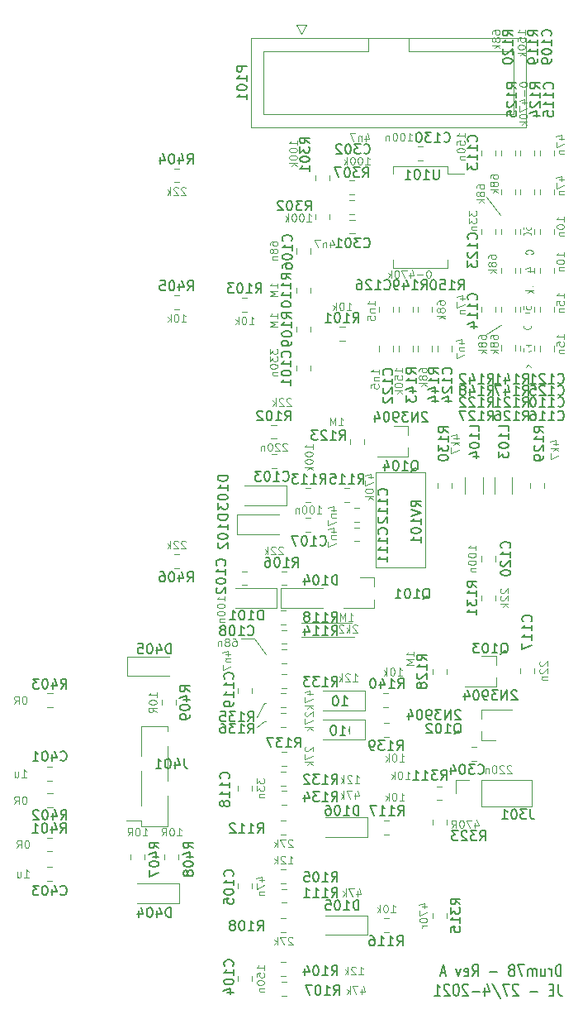
<source format=gbo>
G04 #@! TF.GenerationSoftware,KiCad,Pcbnew,(5.1.9)-1*
G04 #@! TF.CreationDate,2021-04-28T19:37:10+02:00*
G04 #@! TF.ProjectId,KicadJE_Drum_PE78 - Base,4b696361-644a-4455-9f44-72756d5f5045,rev?*
G04 #@! TF.SameCoordinates,Original*
G04 #@! TF.FileFunction,Legend,Bot*
G04 #@! TF.FilePolarity,Positive*
%FSLAX46Y46*%
G04 Gerber Fmt 4.6, Leading zero omitted, Abs format (unit mm)*
G04 Created by KiCad (PCBNEW (5.1.9)-1) date 2021-04-28 19:37:10*
%MOMM*%
%LPD*%
G01*
G04 APERTURE LIST*
%ADD10C,0.200000*%
%ADD11C,0.120000*%
%ADD12C,0.150000*%
%ADD13C,0.100000*%
%ADD14C,0.450000*%
%ADD15C,8.502000*%
%ADD16O,7.102000X4.102000*%
%ADD17C,2.232000*%
%ADD18C,2.002000*%
%ADD19C,1.102000*%
%ADD20O,1.802000X1.802000*%
%ADD21C,1.802000*%
%ADD22C,1.542000*%
%ADD23C,1.902000*%
%ADD24O,3.102000X4.102000*%
%ADD25O,4.102000X3.102000*%
%ADD26C,2.102000*%
G04 APERTURE END LIST*
D10*
X149431904Y-147742857D02*
X149431904Y-146542857D01*
X149193809Y-146542857D01*
X149050952Y-146600000D01*
X148955714Y-146714285D01*
X148908095Y-146828571D01*
X148860476Y-147057142D01*
X148860476Y-147228571D01*
X148908095Y-147457142D01*
X148955714Y-147571428D01*
X149050952Y-147685714D01*
X149193809Y-147742857D01*
X149431904Y-147742857D01*
X148431904Y-147742857D02*
X148431904Y-146942857D01*
X148431904Y-147171428D02*
X148384285Y-147057142D01*
X148336666Y-147000000D01*
X148241428Y-146942857D01*
X148146190Y-146942857D01*
X147384285Y-146942857D02*
X147384285Y-147742857D01*
X147812857Y-146942857D02*
X147812857Y-147571428D01*
X147765238Y-147685714D01*
X147670000Y-147742857D01*
X147527142Y-147742857D01*
X147431904Y-147685714D01*
X147384285Y-147628571D01*
X146908095Y-147742857D02*
X146908095Y-146942857D01*
X146908095Y-147057142D02*
X146860476Y-147000000D01*
X146765238Y-146942857D01*
X146622380Y-146942857D01*
X146527142Y-147000000D01*
X146479523Y-147114285D01*
X146479523Y-147742857D01*
X146479523Y-147114285D02*
X146431904Y-147000000D01*
X146336666Y-146942857D01*
X146193809Y-146942857D01*
X146098571Y-147000000D01*
X146050952Y-147114285D01*
X146050952Y-147742857D01*
X145670000Y-146542857D02*
X145003333Y-146542857D01*
X145431904Y-147742857D01*
X144479523Y-147057142D02*
X144574761Y-147000000D01*
X144622380Y-146942857D01*
X144670000Y-146828571D01*
X144670000Y-146771428D01*
X144622380Y-146657142D01*
X144574761Y-146600000D01*
X144479523Y-146542857D01*
X144289047Y-146542857D01*
X144193809Y-146600000D01*
X144146190Y-146657142D01*
X144098571Y-146771428D01*
X144098571Y-146828571D01*
X144146190Y-146942857D01*
X144193809Y-147000000D01*
X144289047Y-147057142D01*
X144479523Y-147057142D01*
X144574761Y-147114285D01*
X144622380Y-147171428D01*
X144670000Y-147285714D01*
X144670000Y-147514285D01*
X144622380Y-147628571D01*
X144574761Y-147685714D01*
X144479523Y-147742857D01*
X144289047Y-147742857D01*
X144193809Y-147685714D01*
X144146190Y-147628571D01*
X144098571Y-147514285D01*
X144098571Y-147285714D01*
X144146190Y-147171428D01*
X144193809Y-147114285D01*
X144289047Y-147057142D01*
X142908095Y-147285714D02*
X142146190Y-147285714D01*
X140336666Y-147742857D02*
X140670000Y-147171428D01*
X140908095Y-147742857D02*
X140908095Y-146542857D01*
X140527142Y-146542857D01*
X140431904Y-146600000D01*
X140384285Y-146657142D01*
X140336666Y-146771428D01*
X140336666Y-146942857D01*
X140384285Y-147057142D01*
X140431904Y-147114285D01*
X140527142Y-147171428D01*
X140908095Y-147171428D01*
X139527142Y-147685714D02*
X139622380Y-147742857D01*
X139812857Y-147742857D01*
X139908095Y-147685714D01*
X139955714Y-147571428D01*
X139955714Y-147114285D01*
X139908095Y-147000000D01*
X139812857Y-146942857D01*
X139622380Y-146942857D01*
X139527142Y-147000000D01*
X139479523Y-147114285D01*
X139479523Y-147228571D01*
X139955714Y-147342857D01*
X139146190Y-146942857D02*
X138908095Y-147742857D01*
X138670000Y-146942857D01*
X137574761Y-147400000D02*
X137098571Y-147400000D01*
X137670000Y-147742857D02*
X137336666Y-146542857D01*
X137003333Y-147742857D01*
X149146190Y-148542857D02*
X149146190Y-149400000D01*
X149193809Y-149571428D01*
X149289047Y-149685714D01*
X149431904Y-149742857D01*
X149527142Y-149742857D01*
X148670000Y-149114285D02*
X148336666Y-149114285D01*
X148193809Y-149742857D02*
X148670000Y-149742857D01*
X148670000Y-148542857D01*
X148193809Y-148542857D01*
X147003333Y-149285714D02*
X146241428Y-149285714D01*
X145050952Y-148657142D02*
X145003333Y-148600000D01*
X144908095Y-148542857D01*
X144670000Y-148542857D01*
X144574761Y-148600000D01*
X144527142Y-148657142D01*
X144479523Y-148771428D01*
X144479523Y-148885714D01*
X144527142Y-149057142D01*
X145098571Y-149742857D01*
X144479523Y-149742857D01*
X144146190Y-148542857D02*
X143479523Y-148542857D01*
X143908095Y-149742857D01*
X142384285Y-148485714D02*
X143241428Y-150028571D01*
X141622380Y-148942857D02*
X141622380Y-149742857D01*
X141860476Y-148485714D02*
X142098571Y-149342857D01*
X141479523Y-149342857D01*
X141098571Y-149285714D02*
X140336666Y-149285714D01*
X139908095Y-148657142D02*
X139860476Y-148600000D01*
X139765238Y-148542857D01*
X139527142Y-148542857D01*
X139431904Y-148600000D01*
X139384285Y-148657142D01*
X139336666Y-148771428D01*
X139336666Y-148885714D01*
X139384285Y-149057142D01*
X139955714Y-149742857D01*
X139336666Y-149742857D01*
X138717619Y-148542857D02*
X138622380Y-148542857D01*
X138527142Y-148600000D01*
X138479523Y-148657142D01*
X138431904Y-148771428D01*
X138384285Y-149000000D01*
X138384285Y-149285714D01*
X138431904Y-149514285D01*
X138479523Y-149628571D01*
X138527142Y-149685714D01*
X138622380Y-149742857D01*
X138717619Y-149742857D01*
X138812857Y-149685714D01*
X138860476Y-149628571D01*
X138908095Y-149514285D01*
X138955714Y-149285714D01*
X138955714Y-149000000D01*
X138908095Y-148771428D01*
X138860476Y-148657142D01*
X138812857Y-148600000D01*
X138717619Y-148542857D01*
X138003333Y-148657142D02*
X137955714Y-148600000D01*
X137860476Y-148542857D01*
X137622380Y-148542857D01*
X137527142Y-148600000D01*
X137479523Y-148657142D01*
X137431904Y-148771428D01*
X137431904Y-148885714D01*
X137479523Y-149057142D01*
X138050952Y-149742857D01*
X137431904Y-149742857D01*
X136479523Y-149742857D02*
X137050952Y-149742857D01*
X136765238Y-149742857D02*
X136765238Y-148542857D01*
X136860476Y-148714285D01*
X136955714Y-148828571D01*
X137050952Y-148885714D01*
D11*
X141800000Y-68000000D02*
X143200000Y-69800000D01*
X141800000Y-82000000D02*
X143400000Y-81000000D01*
X119000000Y-121600000D02*
X119200000Y-121600000D01*
X118200000Y-122200000D02*
X119000000Y-121600000D01*
X119000000Y-119800000D02*
X119200000Y-119800000D01*
X118200000Y-121200000D02*
X119000000Y-119800000D01*
X128000000Y-111600000D02*
X122800000Y-111600000D01*
X128200000Y-113000000D02*
X122800000Y-113000000D01*
X118000000Y-113200000D02*
X119200000Y-114800000D01*
X116600000Y-113200000D02*
X118000000Y-113200000D01*
X120300000Y-110000000D02*
X116000000Y-110000000D01*
X120300000Y-108000000D02*
X120300000Y-110000000D01*
X116000000Y-108000000D02*
X120300000Y-108000000D01*
X116200000Y-100500000D02*
X120500000Y-100500000D01*
X116200000Y-102500000D02*
X116200000Y-100500000D01*
X120500000Y-102500000D02*
X116200000Y-102500000D01*
X121300000Y-99500000D02*
X117000000Y-99500000D01*
X121300000Y-97500000D02*
X121300000Y-99500000D01*
X117000000Y-97500000D02*
X121300000Y-97500000D01*
X125000000Y-110000000D02*
X120700000Y-110000000D01*
X120700000Y-110000000D02*
X120700000Y-108000000D01*
X120700000Y-108000000D02*
X125000000Y-108000000D01*
X125250000Y-141500000D02*
X129550000Y-141500000D01*
X129550000Y-141500000D02*
X129550000Y-143500000D01*
X129550000Y-143500000D02*
X125250000Y-143500000D01*
X125250000Y-131500000D02*
X129550000Y-131500000D01*
X129550000Y-131500000D02*
X129550000Y-133500000D01*
X129550000Y-133500000D02*
X125250000Y-133500000D01*
X129300000Y-123500000D02*
X125000000Y-123500000D01*
X129300000Y-121500000D02*
X129300000Y-123500000D01*
X125000000Y-121500000D02*
X129300000Y-121500000D01*
X125000000Y-118500000D02*
X129300000Y-118500000D01*
X129300000Y-118500000D02*
X129300000Y-120500000D01*
X129300000Y-120500000D02*
X125000000Y-120500000D01*
X138670000Y-127670000D02*
X138670000Y-129000000D01*
X140000000Y-127670000D02*
X138670000Y-127670000D01*
X141270000Y-127670000D02*
X141270000Y-130330000D01*
X141270000Y-130330000D02*
X146410000Y-130330000D01*
X141270000Y-127670000D02*
X146410000Y-127670000D01*
X146410000Y-127670000D02*
X146410000Y-130330000D01*
X144410000Y-96664758D02*
X144410000Y-98335242D01*
X142590000Y-96664758D02*
X142590000Y-98335242D01*
X139590000Y-96664758D02*
X139590000Y-98335242D01*
X141410000Y-96664758D02*
X141410000Y-98335242D01*
X130260000Y-106920000D02*
X130260000Y-107850000D01*
X130260000Y-110080000D02*
X130260000Y-109150000D01*
X130260000Y-110080000D02*
X127100000Y-110080000D01*
X130260000Y-106920000D02*
X128800000Y-106920000D01*
X141240000Y-123580000D02*
X142700000Y-123580000D01*
X141240000Y-120420000D02*
X144400000Y-120420000D01*
X141240000Y-120420000D02*
X141240000Y-121350000D01*
X141240000Y-123580000D02*
X141240000Y-122650000D01*
X142760000Y-114920000D02*
X141300000Y-114920000D01*
X142760000Y-118080000D02*
X139600000Y-118080000D01*
X142760000Y-118080000D02*
X142760000Y-117150000D01*
X142760000Y-114920000D02*
X142760000Y-115850000D01*
X133760000Y-91420000D02*
X133760000Y-92350000D01*
X133760000Y-94580000D02*
X133760000Y-93650000D01*
X133760000Y-94580000D02*
X130600000Y-94580000D01*
X133760000Y-91420000D02*
X132300000Y-91420000D01*
X127261252Y-81290000D02*
X126738748Y-81290000D01*
X127261252Y-82710000D02*
X126738748Y-82710000D01*
X119713748Y-91290000D02*
X120236252Y-91290000D01*
X119713748Y-92710000D02*
X120236252Y-92710000D01*
X117261252Y-78290000D02*
X116738748Y-78290000D01*
X117261252Y-79710000D02*
X116738748Y-79710000D01*
X120713748Y-147710000D02*
X121236252Y-147710000D01*
X120713748Y-146290000D02*
X121236252Y-146290000D01*
X120713748Y-136790000D02*
X121236252Y-136790000D01*
X120713748Y-138210000D02*
X121236252Y-138210000D01*
X120738748Y-106290000D02*
X121261252Y-106290000D01*
X120738748Y-107710000D02*
X121261252Y-107710000D01*
X120738748Y-148290000D02*
X121261252Y-148290000D01*
X120738748Y-149710000D02*
X121261252Y-149710000D01*
X120738748Y-140210000D02*
X121261252Y-140210000D01*
X120738748Y-138790000D02*
X121261252Y-138790000D01*
X122290000Y-81238748D02*
X122290000Y-81761252D01*
X123710000Y-81238748D02*
X123710000Y-81761252D01*
X122290000Y-77761252D02*
X122290000Y-77238748D01*
X123710000Y-77761252D02*
X123710000Y-77238748D01*
X121236252Y-143210000D02*
X120713748Y-143210000D01*
X121236252Y-141790000D02*
X120713748Y-141790000D01*
X121236252Y-133210000D02*
X120713748Y-133210000D01*
X121236252Y-131790000D02*
X120713748Y-131790000D01*
X123761252Y-99210000D02*
X123238748Y-99210000D01*
X123761252Y-97790000D02*
X123238748Y-97790000D01*
X120738748Y-112290000D02*
X121261252Y-112290000D01*
X120738748Y-113710000D02*
X121261252Y-113710000D01*
X127761252Y-97790000D02*
X127238748Y-97790000D01*
X127761252Y-99210000D02*
X127238748Y-99210000D01*
X131238748Y-141790000D02*
X131761252Y-141790000D01*
X131238748Y-143210000D02*
X131761252Y-143210000D01*
X131238748Y-133210000D02*
X131761252Y-133210000D01*
X131238748Y-131790000D02*
X131761252Y-131790000D01*
X121236252Y-110290000D02*
X120713748Y-110290000D01*
X121236252Y-111710000D02*
X120713748Y-111710000D01*
X146710000Y-63761252D02*
X146710000Y-63238748D01*
X145290000Y-63761252D02*
X145290000Y-63238748D01*
X144710000Y-63736252D02*
X144710000Y-63213748D01*
X143290000Y-63736252D02*
X143290000Y-63213748D01*
X146710000Y-79761252D02*
X146710000Y-79238748D01*
X145290000Y-79761252D02*
X145290000Y-79238748D01*
X143290000Y-79736252D02*
X143290000Y-79213748D01*
X144710000Y-79736252D02*
X144710000Y-79213748D01*
X127790000Y-93261252D02*
X127790000Y-92738748D01*
X129210000Y-93261252D02*
X129210000Y-92738748D01*
X145290000Y-67736252D02*
X145290000Y-67213748D01*
X146710000Y-67736252D02*
X146710000Y-67213748D01*
X143290000Y-67736252D02*
X143290000Y-67213748D01*
X144710000Y-67736252D02*
X144710000Y-67213748D01*
X145290000Y-83736252D02*
X145290000Y-83213748D01*
X146710000Y-83736252D02*
X146710000Y-83213748D01*
X144710000Y-83676251D02*
X144710000Y-83153747D01*
X143290000Y-83676251D02*
X143290000Y-83153747D01*
X137710000Y-116786252D02*
X137710000Y-116263748D01*
X136290000Y-116786252D02*
X136290000Y-116263748D01*
X146290000Y-97761252D02*
X146290000Y-97238748D01*
X147710000Y-97761252D02*
X147710000Y-97238748D01*
X136790000Y-97761252D02*
X136790000Y-97238748D01*
X138210000Y-97761252D02*
X138210000Y-97238748D01*
X141290000Y-108738748D02*
X141290000Y-109261252D01*
X142710000Y-108738748D02*
X142710000Y-109261252D01*
X120713748Y-126790000D02*
X121236252Y-126790000D01*
X120713748Y-128210000D02*
X121236252Y-128210000D01*
X120763748Y-116790000D02*
X121286252Y-116790000D01*
X120763748Y-118210000D02*
X121286252Y-118210000D01*
X120738748Y-130210000D02*
X121261252Y-130210000D01*
X120738748Y-128790000D02*
X121261252Y-128790000D01*
X120713748Y-120210000D02*
X121236252Y-120210000D01*
X120713748Y-118790000D02*
X121236252Y-118790000D01*
X121236252Y-122210000D02*
X120713748Y-122210000D01*
X121236252Y-120790000D02*
X120713748Y-120790000D01*
X121286252Y-124790000D02*
X120763748Y-124790000D01*
X121286252Y-126210000D02*
X120763748Y-126210000D01*
X131238748Y-123210000D02*
X131761252Y-123210000D01*
X131238748Y-121790000D02*
X131761252Y-121790000D01*
X131213748Y-120210000D02*
X131736252Y-120210000D01*
X131213748Y-118790000D02*
X131736252Y-118790000D01*
X146710000Y-71761252D02*
X146710000Y-71238748D01*
X145290000Y-71761252D02*
X145290000Y-71238748D01*
X144710000Y-71761252D02*
X144710000Y-71238748D01*
X143290000Y-71761252D02*
X143290000Y-71238748D01*
X134210000Y-83238748D02*
X134210000Y-83761252D01*
X132790000Y-83238748D02*
X132790000Y-83761252D01*
X134790000Y-83238748D02*
X134790000Y-83761252D01*
X136210000Y-83238748D02*
X136210000Y-83761252D01*
X145290000Y-75761252D02*
X145290000Y-75238748D01*
X146710000Y-75761252D02*
X146710000Y-75238748D01*
X143290000Y-75761252D02*
X143290000Y-75238748D01*
X144710000Y-75761252D02*
X144710000Y-75238748D01*
X132790000Y-79238748D02*
X132790000Y-79761252D01*
X134210000Y-79238748D02*
X134210000Y-79761252D01*
X134790000Y-79238748D02*
X134790000Y-79761252D01*
X136210000Y-79238748D02*
X136210000Y-79761252D01*
X124290000Y-65738748D02*
X124290000Y-66261252D01*
X125710000Y-65738748D02*
X125710000Y-66261252D01*
X125710000Y-69713748D02*
X125710000Y-70236252D01*
X124290000Y-69713748D02*
X124290000Y-70236252D01*
X128261252Y-68290000D02*
X127738748Y-68290000D01*
X128261252Y-69710000D02*
X127738748Y-69710000D01*
X136713748Y-128290000D02*
X137236252Y-128290000D01*
X136713748Y-129710000D02*
X137236252Y-129710000D01*
X135530000Y-105925000D02*
X135530000Y-96155000D01*
X130460000Y-105925000D02*
X130460000Y-96155000D01*
X135530000Y-105925000D02*
X130460000Y-105925000D01*
X135530000Y-96155000D02*
X130460000Y-96155000D01*
X117630000Y-51710000D02*
X117630000Y-60830000D01*
X117630000Y-60830000D02*
X145830000Y-60830000D01*
X145830000Y-60830000D02*
X145830000Y-51710000D01*
X145830000Y-51710000D02*
X117630000Y-51710000D01*
X129680000Y-51710000D02*
X129680000Y-53020000D01*
X129680000Y-53020000D02*
X118930000Y-53020000D01*
X118930000Y-53020000D02*
X118930000Y-59520000D01*
X118930000Y-59520000D02*
X144530000Y-59520000D01*
X144530000Y-59520000D02*
X144530000Y-53020000D01*
X144530000Y-53020000D02*
X133780000Y-53020000D01*
X133780000Y-53020000D02*
X133780000Y-53020000D01*
X133780000Y-53020000D02*
X133780000Y-51710000D01*
X122840000Y-51320000D02*
X122340000Y-50320000D01*
X122340000Y-50320000D02*
X123340000Y-50320000D01*
X123340000Y-50320000D02*
X122840000Y-51320000D01*
X135000000Y-75210000D02*
X132240000Y-75210000D01*
X132240000Y-75210000D02*
X132240000Y-74370000D01*
X135000000Y-75210000D02*
X137760000Y-75210000D01*
X137760000Y-75210000D02*
X137760000Y-74370000D01*
X135000000Y-64790000D02*
X132240000Y-64790000D01*
X132240000Y-64790000D02*
X132240000Y-65630000D01*
X135000000Y-64790000D02*
X137760000Y-64790000D01*
X137760000Y-64790000D02*
X137760000Y-65630000D01*
X137760000Y-65630000D02*
X139450000Y-65630000D01*
X123710000Y-85238748D02*
X123710000Y-85761252D01*
X122290000Y-85238748D02*
X122290000Y-85761252D01*
X116713748Y-106290000D02*
X117236252Y-106290000D01*
X116713748Y-107710000D02*
X117236252Y-107710000D01*
X119738748Y-94290000D02*
X120261252Y-94290000D01*
X119738748Y-95710000D02*
X120261252Y-95710000D01*
X117710000Y-147738748D02*
X117710000Y-148261252D01*
X116290000Y-147738748D02*
X116290000Y-148261252D01*
X117710000Y-138238748D02*
X117710000Y-138761252D01*
X116290000Y-138238748D02*
X116290000Y-138761252D01*
X123710000Y-73761252D02*
X123710000Y-73238748D01*
X122290000Y-73761252D02*
X122290000Y-73238748D01*
X123238748Y-100790000D02*
X123761252Y-100790000D01*
X123238748Y-102210000D02*
X123761252Y-102210000D01*
X120738748Y-115710000D02*
X121261252Y-115710000D01*
X120738748Y-114290000D02*
X121261252Y-114290000D01*
X148710000Y-63736252D02*
X148710000Y-63213748D01*
X147290000Y-63736252D02*
X147290000Y-63213748D01*
X147290000Y-79761252D02*
X147290000Y-79238748D01*
X148710000Y-79761252D02*
X148710000Y-79238748D01*
X128761252Y-101790000D02*
X128238748Y-101790000D01*
X128761252Y-103210000D02*
X128238748Y-103210000D01*
X128238748Y-99790000D02*
X128761252Y-99790000D01*
X128238748Y-101210000D02*
X128761252Y-101210000D01*
X141290000Y-63761252D02*
X141290000Y-63238748D01*
X142710000Y-63761252D02*
X142710000Y-63238748D01*
X142710000Y-79736252D02*
X142710000Y-79213748D01*
X141290000Y-79736252D02*
X141290000Y-79213748D01*
X147290000Y-67736252D02*
X147290000Y-67213748D01*
X148710000Y-67736252D02*
X148710000Y-67213748D01*
X148710000Y-83761252D02*
X148710000Y-83238748D01*
X147290000Y-83761252D02*
X147290000Y-83238748D01*
X145290000Y-116238748D02*
X145290000Y-116761252D01*
X146710000Y-116238748D02*
X146710000Y-116761252D01*
X116290000Y-128238748D02*
X116290000Y-128761252D01*
X117710000Y-128238748D02*
X117710000Y-128761252D01*
X117710000Y-118238748D02*
X117710000Y-118761252D01*
X116290000Y-118238748D02*
X116290000Y-118761252D01*
X141290000Y-105261252D02*
X141290000Y-104738748D01*
X142710000Y-105261252D02*
X142710000Y-104738748D01*
X147290000Y-71761252D02*
X147290000Y-71238748D01*
X148710000Y-71761252D02*
X148710000Y-71238748D01*
X130790000Y-83238748D02*
X130790000Y-83761252D01*
X132210000Y-83238748D02*
X132210000Y-83761252D01*
X142710000Y-71761252D02*
X142710000Y-71238748D01*
X141290000Y-71761252D02*
X141290000Y-71238748D01*
X136790000Y-83238748D02*
X136790000Y-83761252D01*
X138210000Y-83238748D02*
X138210000Y-83761252D01*
X148710000Y-75761252D02*
X148710000Y-75238748D01*
X147290000Y-75761252D02*
X147290000Y-75238748D01*
X132210000Y-79238748D02*
X132210000Y-79761252D01*
X130790000Y-79238748D02*
X130790000Y-79761252D01*
X134738748Y-62790000D02*
X135261252Y-62790000D01*
X134738748Y-64210000D02*
X135261252Y-64210000D01*
X128286252Y-70290000D02*
X127763748Y-70290000D01*
X128286252Y-71710000D02*
X127763748Y-71710000D01*
X127738748Y-67710000D02*
X128261252Y-67710000D01*
X127738748Y-66290000D02*
X128261252Y-66290000D01*
X140238748Y-124290000D02*
X140761252Y-124290000D01*
X140238748Y-125710000D02*
X140761252Y-125710000D01*
X136290000Y-141761252D02*
X136290000Y-141238748D01*
X137710000Y-141761252D02*
X137710000Y-141238748D01*
X136290000Y-132261252D02*
X136290000Y-131738748D01*
X137710000Y-132261252D02*
X137710000Y-131738748D01*
X96738748Y-127710000D02*
X97261252Y-127710000D01*
X96738748Y-126290000D02*
X97261252Y-126290000D01*
X96738748Y-137960000D02*
X97261252Y-137960000D01*
X96738748Y-136540000D02*
X97261252Y-136540000D01*
X106000000Y-138250000D02*
X110300000Y-138250000D01*
X110300000Y-138250000D02*
X110300000Y-140250000D01*
X110300000Y-140250000D02*
X106000000Y-140250000D01*
X104950000Y-115000000D02*
X109250000Y-115000000D01*
X104950000Y-117000000D02*
X104950000Y-115000000D01*
X109250000Y-117000000D02*
X104950000Y-117000000D01*
X106420000Y-125220000D02*
X106420000Y-122110000D01*
X106420000Y-130300000D02*
X106420000Y-126740000D01*
X109080000Y-127760000D02*
X109080000Y-124200000D01*
X109080000Y-122680000D02*
X109080000Y-122110000D01*
X106420000Y-132390000D02*
X106420000Y-131820000D01*
X106420000Y-131820000D02*
X104900000Y-131820000D01*
X109080000Y-132390000D02*
X109080000Y-129280000D01*
X106420000Y-122110000D02*
X109080000Y-122110000D01*
X106420000Y-132390000D02*
X109080000Y-132390000D01*
X97236252Y-134960000D02*
X96713748Y-134960000D01*
X97236252Y-133540000D02*
X96713748Y-133540000D01*
X97286252Y-129040000D02*
X96763748Y-129040000D01*
X97286252Y-130460000D02*
X96763748Y-130460000D01*
X97286252Y-118790000D02*
X96763748Y-118790000D01*
X97286252Y-120210000D02*
X96763748Y-120210000D01*
X110261252Y-65040000D02*
X109738748Y-65040000D01*
X110261252Y-66460000D02*
X109738748Y-66460000D01*
X110286252Y-79460000D02*
X109763748Y-79460000D01*
X110286252Y-78040000D02*
X109763748Y-78040000D01*
X109738748Y-104540000D02*
X110261252Y-104540000D01*
X109738748Y-105960000D02*
X110261252Y-105960000D01*
X106710000Y-135263748D02*
X106710000Y-135786252D01*
X105290000Y-135263748D02*
X105290000Y-135786252D01*
X108790000Y-135263748D02*
X108790000Y-135786252D01*
X110210000Y-135263748D02*
X110210000Y-135786252D01*
X108540000Y-119986252D02*
X108540000Y-119463748D01*
X109960000Y-119986252D02*
X109960000Y-119463748D01*
D12*
X118890476Y-111252380D02*
X118890476Y-110252380D01*
X118652380Y-110252380D01*
X118509523Y-110300000D01*
X118414285Y-110395238D01*
X118366666Y-110490476D01*
X118319047Y-110680952D01*
X118319047Y-110823809D01*
X118366666Y-111014285D01*
X118414285Y-111109523D01*
X118509523Y-111204761D01*
X118652380Y-111252380D01*
X118890476Y-111252380D01*
X117366666Y-111252380D02*
X117938095Y-111252380D01*
X117652380Y-111252380D02*
X117652380Y-110252380D01*
X117747619Y-110395238D01*
X117842857Y-110490476D01*
X117938095Y-110538095D01*
X116747619Y-110252380D02*
X116652380Y-110252380D01*
X116557142Y-110300000D01*
X116509523Y-110347619D01*
X116461904Y-110442857D01*
X116414285Y-110633333D01*
X116414285Y-110871428D01*
X116461904Y-111061904D01*
X116509523Y-111157142D01*
X116557142Y-111204761D01*
X116652380Y-111252380D01*
X116747619Y-111252380D01*
X116842857Y-111204761D01*
X116890476Y-111157142D01*
X116938095Y-111061904D01*
X116985714Y-110871428D01*
X116985714Y-110633333D01*
X116938095Y-110442857D01*
X116890476Y-110347619D01*
X116842857Y-110300000D01*
X116747619Y-110252380D01*
X115461904Y-111252380D02*
X116033333Y-111252380D01*
X115747619Y-111252380D02*
X115747619Y-110252380D01*
X115842857Y-110395238D01*
X115938095Y-110490476D01*
X116033333Y-110538095D01*
X115252380Y-100509523D02*
X114252380Y-100509523D01*
X114252380Y-100747619D01*
X114300000Y-100890476D01*
X114395238Y-100985714D01*
X114490476Y-101033333D01*
X114680952Y-101080952D01*
X114823809Y-101080952D01*
X115014285Y-101033333D01*
X115109523Y-100985714D01*
X115204761Y-100890476D01*
X115252380Y-100747619D01*
X115252380Y-100509523D01*
X115252380Y-102033333D02*
X115252380Y-101461904D01*
X115252380Y-101747619D02*
X114252380Y-101747619D01*
X114395238Y-101652380D01*
X114490476Y-101557142D01*
X114538095Y-101461904D01*
X114252380Y-102652380D02*
X114252380Y-102747619D01*
X114300000Y-102842857D01*
X114347619Y-102890476D01*
X114442857Y-102938095D01*
X114633333Y-102985714D01*
X114871428Y-102985714D01*
X115061904Y-102938095D01*
X115157142Y-102890476D01*
X115204761Y-102842857D01*
X115252380Y-102747619D01*
X115252380Y-102652380D01*
X115204761Y-102557142D01*
X115157142Y-102509523D01*
X115061904Y-102461904D01*
X114871428Y-102414285D01*
X114633333Y-102414285D01*
X114442857Y-102461904D01*
X114347619Y-102509523D01*
X114300000Y-102557142D01*
X114252380Y-102652380D01*
X114347619Y-103366666D02*
X114300000Y-103414285D01*
X114252380Y-103509523D01*
X114252380Y-103747619D01*
X114300000Y-103842857D01*
X114347619Y-103890476D01*
X114442857Y-103938095D01*
X114538095Y-103938095D01*
X114680952Y-103890476D01*
X115252380Y-103319047D01*
X115252380Y-103938095D01*
X115252380Y-96509523D02*
X114252380Y-96509523D01*
X114252380Y-96747619D01*
X114300000Y-96890476D01*
X114395238Y-96985714D01*
X114490476Y-97033333D01*
X114680952Y-97080952D01*
X114823809Y-97080952D01*
X115014285Y-97033333D01*
X115109523Y-96985714D01*
X115204761Y-96890476D01*
X115252380Y-96747619D01*
X115252380Y-96509523D01*
X115252380Y-98033333D02*
X115252380Y-97461904D01*
X115252380Y-97747619D02*
X114252380Y-97747619D01*
X114395238Y-97652380D01*
X114490476Y-97557142D01*
X114538095Y-97461904D01*
X114252380Y-98652380D02*
X114252380Y-98747619D01*
X114300000Y-98842857D01*
X114347619Y-98890476D01*
X114442857Y-98938095D01*
X114633333Y-98985714D01*
X114871428Y-98985714D01*
X115061904Y-98938095D01*
X115157142Y-98890476D01*
X115204761Y-98842857D01*
X115252380Y-98747619D01*
X115252380Y-98652380D01*
X115204761Y-98557142D01*
X115157142Y-98509523D01*
X115061904Y-98461904D01*
X114871428Y-98414285D01*
X114633333Y-98414285D01*
X114442857Y-98461904D01*
X114347619Y-98509523D01*
X114300000Y-98557142D01*
X114252380Y-98652380D01*
X114252380Y-99319047D02*
X114252380Y-99938095D01*
X114633333Y-99604761D01*
X114633333Y-99747619D01*
X114680952Y-99842857D01*
X114728571Y-99890476D01*
X114823809Y-99938095D01*
X115061904Y-99938095D01*
X115157142Y-99890476D01*
X115204761Y-99842857D01*
X115252380Y-99747619D01*
X115252380Y-99461904D01*
X115204761Y-99366666D01*
X115157142Y-99319047D01*
X126490476Y-107652380D02*
X126490476Y-106652380D01*
X126252380Y-106652380D01*
X126109523Y-106700000D01*
X126014285Y-106795238D01*
X125966666Y-106890476D01*
X125919047Y-107080952D01*
X125919047Y-107223809D01*
X125966666Y-107414285D01*
X126014285Y-107509523D01*
X126109523Y-107604761D01*
X126252380Y-107652380D01*
X126490476Y-107652380D01*
X124966666Y-107652380D02*
X125538095Y-107652380D01*
X125252380Y-107652380D02*
X125252380Y-106652380D01*
X125347619Y-106795238D01*
X125442857Y-106890476D01*
X125538095Y-106938095D01*
X124347619Y-106652380D02*
X124252380Y-106652380D01*
X124157142Y-106700000D01*
X124109523Y-106747619D01*
X124061904Y-106842857D01*
X124014285Y-107033333D01*
X124014285Y-107271428D01*
X124061904Y-107461904D01*
X124109523Y-107557142D01*
X124157142Y-107604761D01*
X124252380Y-107652380D01*
X124347619Y-107652380D01*
X124442857Y-107604761D01*
X124490476Y-107557142D01*
X124538095Y-107461904D01*
X124585714Y-107271428D01*
X124585714Y-107033333D01*
X124538095Y-106842857D01*
X124490476Y-106747619D01*
X124442857Y-106700000D01*
X124347619Y-106652380D01*
X123157142Y-106985714D02*
X123157142Y-107652380D01*
X123395238Y-106604761D02*
X123633333Y-107319047D01*
X123014285Y-107319047D01*
X128690476Y-140952380D02*
X128690476Y-139952380D01*
X128452380Y-139952380D01*
X128309523Y-140000000D01*
X128214285Y-140095238D01*
X128166666Y-140190476D01*
X128119047Y-140380952D01*
X128119047Y-140523809D01*
X128166666Y-140714285D01*
X128214285Y-140809523D01*
X128309523Y-140904761D01*
X128452380Y-140952380D01*
X128690476Y-140952380D01*
X127166666Y-140952380D02*
X127738095Y-140952380D01*
X127452380Y-140952380D02*
X127452380Y-139952380D01*
X127547619Y-140095238D01*
X127642857Y-140190476D01*
X127738095Y-140238095D01*
X126547619Y-139952380D02*
X126452380Y-139952380D01*
X126357142Y-140000000D01*
X126309523Y-140047619D01*
X126261904Y-140142857D01*
X126214285Y-140333333D01*
X126214285Y-140571428D01*
X126261904Y-140761904D01*
X126309523Y-140857142D01*
X126357142Y-140904761D01*
X126452380Y-140952380D01*
X126547619Y-140952380D01*
X126642857Y-140904761D01*
X126690476Y-140857142D01*
X126738095Y-140761904D01*
X126785714Y-140571428D01*
X126785714Y-140333333D01*
X126738095Y-140142857D01*
X126690476Y-140047619D01*
X126642857Y-140000000D01*
X126547619Y-139952380D01*
X125309523Y-139952380D02*
X125785714Y-139952380D01*
X125833333Y-140428571D01*
X125785714Y-140380952D01*
X125690476Y-140333333D01*
X125452380Y-140333333D01*
X125357142Y-140380952D01*
X125309523Y-140428571D01*
X125261904Y-140523809D01*
X125261904Y-140761904D01*
X125309523Y-140857142D01*
X125357142Y-140904761D01*
X125452380Y-140952380D01*
X125690476Y-140952380D01*
X125785714Y-140904761D01*
X125833333Y-140857142D01*
X128690476Y-131252380D02*
X128690476Y-130252380D01*
X128452380Y-130252380D01*
X128309523Y-130300000D01*
X128214285Y-130395238D01*
X128166666Y-130490476D01*
X128119047Y-130680952D01*
X128119047Y-130823809D01*
X128166666Y-131014285D01*
X128214285Y-131109523D01*
X128309523Y-131204761D01*
X128452380Y-131252380D01*
X128690476Y-131252380D01*
X127166666Y-131252380D02*
X127738095Y-131252380D01*
X127452380Y-131252380D02*
X127452380Y-130252380D01*
X127547619Y-130395238D01*
X127642857Y-130490476D01*
X127738095Y-130538095D01*
X126547619Y-130252380D02*
X126452380Y-130252380D01*
X126357142Y-130300000D01*
X126309523Y-130347619D01*
X126261904Y-130442857D01*
X126214285Y-130633333D01*
X126214285Y-130871428D01*
X126261904Y-131061904D01*
X126309523Y-131157142D01*
X126357142Y-131204761D01*
X126452380Y-131252380D01*
X126547619Y-131252380D01*
X126642857Y-131204761D01*
X126690476Y-131157142D01*
X126738095Y-131061904D01*
X126785714Y-130871428D01*
X126785714Y-130633333D01*
X126738095Y-130442857D01*
X126690476Y-130347619D01*
X126642857Y-130300000D01*
X126547619Y-130252380D01*
X125357142Y-130252380D02*
X125547619Y-130252380D01*
X125642857Y-130300000D01*
X125690476Y-130347619D01*
X125785714Y-130490476D01*
X125833333Y-130680952D01*
X125833333Y-131061904D01*
X125785714Y-131157142D01*
X125738095Y-131204761D01*
X125642857Y-131252380D01*
X125452380Y-131252380D01*
X125357142Y-131204761D01*
X125309523Y-131157142D01*
X125261904Y-131061904D01*
X125261904Y-130823809D01*
X125309523Y-130728571D01*
X125357142Y-130680952D01*
X125452380Y-130633333D01*
X125642857Y-130633333D01*
X125738095Y-130680952D01*
X125785714Y-130728571D01*
X125833333Y-130823809D01*
X128290476Y-123052380D02*
X128290476Y-122052380D01*
X128052380Y-122052380D01*
X127909523Y-122100000D01*
X127814285Y-122195238D01*
X127766666Y-122290476D01*
X127719047Y-122480952D01*
X127719047Y-122623809D01*
X127766666Y-122814285D01*
X127814285Y-122909523D01*
X127909523Y-123004761D01*
X128052380Y-123052380D01*
X128290476Y-123052380D01*
X126766666Y-123052380D02*
X127338095Y-123052380D01*
X127052380Y-123052380D02*
X127052380Y-122052380D01*
X127147619Y-122195238D01*
X127242857Y-122290476D01*
X127338095Y-122338095D01*
X126147619Y-122052380D02*
X126052380Y-122052380D01*
X125957142Y-122100000D01*
X125909523Y-122147619D01*
X125861904Y-122242857D01*
X125814285Y-122433333D01*
X125814285Y-122671428D01*
X125861904Y-122861904D01*
X125909523Y-122957142D01*
X125957142Y-123004761D01*
X126052380Y-123052380D01*
X126147619Y-123052380D01*
X126242857Y-123004761D01*
X126290476Y-122957142D01*
X126338095Y-122861904D01*
X126385714Y-122671428D01*
X126385714Y-122433333D01*
X126338095Y-122242857D01*
X126290476Y-122147619D01*
X126242857Y-122100000D01*
X126147619Y-122052380D01*
X125480952Y-122052380D02*
X124814285Y-122052380D01*
X125242857Y-123052380D01*
X128490476Y-120052380D02*
X128490476Y-119052380D01*
X128252380Y-119052380D01*
X128109523Y-119100000D01*
X128014285Y-119195238D01*
X127966666Y-119290476D01*
X127919047Y-119480952D01*
X127919047Y-119623809D01*
X127966666Y-119814285D01*
X128014285Y-119909523D01*
X128109523Y-120004761D01*
X128252380Y-120052380D01*
X128490476Y-120052380D01*
X126966666Y-120052380D02*
X127538095Y-120052380D01*
X127252380Y-120052380D02*
X127252380Y-119052380D01*
X127347619Y-119195238D01*
X127442857Y-119290476D01*
X127538095Y-119338095D01*
X126347619Y-119052380D02*
X126252380Y-119052380D01*
X126157142Y-119100000D01*
X126109523Y-119147619D01*
X126061904Y-119242857D01*
X126014285Y-119433333D01*
X126014285Y-119671428D01*
X126061904Y-119861904D01*
X126109523Y-119957142D01*
X126157142Y-120004761D01*
X126252380Y-120052380D01*
X126347619Y-120052380D01*
X126442857Y-120004761D01*
X126490476Y-119957142D01*
X126538095Y-119861904D01*
X126585714Y-119671428D01*
X126585714Y-119433333D01*
X126538095Y-119242857D01*
X126490476Y-119147619D01*
X126442857Y-119100000D01*
X126347619Y-119052380D01*
X125442857Y-119480952D02*
X125538095Y-119433333D01*
X125585714Y-119385714D01*
X125633333Y-119290476D01*
X125633333Y-119242857D01*
X125585714Y-119147619D01*
X125538095Y-119100000D01*
X125442857Y-119052380D01*
X125252380Y-119052380D01*
X125157142Y-119100000D01*
X125109523Y-119147619D01*
X125061904Y-119242857D01*
X125061904Y-119290476D01*
X125109523Y-119385714D01*
X125157142Y-119433333D01*
X125252380Y-119480952D01*
X125442857Y-119480952D01*
X125538095Y-119528571D01*
X125585714Y-119576190D01*
X125633333Y-119671428D01*
X125633333Y-119861904D01*
X125585714Y-119957142D01*
X125538095Y-120004761D01*
X125442857Y-120052380D01*
X125252380Y-120052380D01*
X125157142Y-120004761D01*
X125109523Y-119957142D01*
X125061904Y-119861904D01*
X125061904Y-119671428D01*
X125109523Y-119576190D01*
X125157142Y-119528571D01*
X125252380Y-119480952D01*
X146285714Y-130652380D02*
X146285714Y-131366666D01*
X146333333Y-131509523D01*
X146428571Y-131604761D01*
X146571428Y-131652380D01*
X146666666Y-131652380D01*
X145904761Y-130652380D02*
X145285714Y-130652380D01*
X145619047Y-131033333D01*
X145476190Y-131033333D01*
X145380952Y-131080952D01*
X145333333Y-131128571D01*
X145285714Y-131223809D01*
X145285714Y-131461904D01*
X145333333Y-131557142D01*
X145380952Y-131604761D01*
X145476190Y-131652380D01*
X145761904Y-131652380D01*
X145857142Y-131604761D01*
X145904761Y-131557142D01*
X144666666Y-130652380D02*
X144571428Y-130652380D01*
X144476190Y-130700000D01*
X144428571Y-130747619D01*
X144380952Y-130842857D01*
X144333333Y-131033333D01*
X144333333Y-131271428D01*
X144380952Y-131461904D01*
X144428571Y-131557142D01*
X144476190Y-131604761D01*
X144571428Y-131652380D01*
X144666666Y-131652380D01*
X144761904Y-131604761D01*
X144809523Y-131557142D01*
X144857142Y-131461904D01*
X144904761Y-131271428D01*
X144904761Y-131033333D01*
X144857142Y-130842857D01*
X144809523Y-130747619D01*
X144761904Y-130700000D01*
X144666666Y-130652380D01*
X143380952Y-131652380D02*
X143952380Y-131652380D01*
X143666666Y-131652380D02*
X143666666Y-130652380D01*
X143761904Y-130795238D01*
X143857142Y-130890476D01*
X143952380Y-130938095D01*
X144052380Y-91880952D02*
X144052380Y-91404761D01*
X143052380Y-91404761D01*
X144052380Y-92738095D02*
X144052380Y-92166666D01*
X144052380Y-92452380D02*
X143052380Y-92452380D01*
X143195238Y-92357142D01*
X143290476Y-92261904D01*
X143338095Y-92166666D01*
X143052380Y-93357142D02*
X143052380Y-93452380D01*
X143100000Y-93547619D01*
X143147619Y-93595238D01*
X143242857Y-93642857D01*
X143433333Y-93690476D01*
X143671428Y-93690476D01*
X143861904Y-93642857D01*
X143957142Y-93595238D01*
X144004761Y-93547619D01*
X144052380Y-93452380D01*
X144052380Y-93357142D01*
X144004761Y-93261904D01*
X143957142Y-93214285D01*
X143861904Y-93166666D01*
X143671428Y-93119047D01*
X143433333Y-93119047D01*
X143242857Y-93166666D01*
X143147619Y-93214285D01*
X143100000Y-93261904D01*
X143052380Y-93357142D01*
X143052380Y-94023809D02*
X143052380Y-94642857D01*
X143433333Y-94309523D01*
X143433333Y-94452380D01*
X143480952Y-94547619D01*
X143528571Y-94595238D01*
X143623809Y-94642857D01*
X143861904Y-94642857D01*
X143957142Y-94595238D01*
X144004761Y-94547619D01*
X144052380Y-94452380D01*
X144052380Y-94166666D01*
X144004761Y-94071428D01*
X143957142Y-94023809D01*
X141052380Y-91880952D02*
X141052380Y-91404761D01*
X140052380Y-91404761D01*
X141052380Y-92738095D02*
X141052380Y-92166666D01*
X141052380Y-92452380D02*
X140052380Y-92452380D01*
X140195238Y-92357142D01*
X140290476Y-92261904D01*
X140338095Y-92166666D01*
X140052380Y-93357142D02*
X140052380Y-93452380D01*
X140100000Y-93547619D01*
X140147619Y-93595238D01*
X140242857Y-93642857D01*
X140433333Y-93690476D01*
X140671428Y-93690476D01*
X140861904Y-93642857D01*
X140957142Y-93595238D01*
X141004761Y-93547619D01*
X141052380Y-93452380D01*
X141052380Y-93357142D01*
X141004761Y-93261904D01*
X140957142Y-93214285D01*
X140861904Y-93166666D01*
X140671428Y-93119047D01*
X140433333Y-93119047D01*
X140242857Y-93166666D01*
X140147619Y-93214285D01*
X140100000Y-93261904D01*
X140052380Y-93357142D01*
X140385714Y-94547619D02*
X141052380Y-94547619D01*
X140004761Y-94309523D02*
X140719047Y-94071428D01*
X140719047Y-94690476D01*
X135247619Y-109147619D02*
X135342857Y-109100000D01*
X135438095Y-109004761D01*
X135580952Y-108861904D01*
X135676190Y-108814285D01*
X135771428Y-108814285D01*
X135723809Y-109052380D02*
X135819047Y-109004761D01*
X135914285Y-108909523D01*
X135961904Y-108719047D01*
X135961904Y-108385714D01*
X135914285Y-108195238D01*
X135819047Y-108100000D01*
X135723809Y-108052380D01*
X135533333Y-108052380D01*
X135438095Y-108100000D01*
X135342857Y-108195238D01*
X135295238Y-108385714D01*
X135295238Y-108719047D01*
X135342857Y-108909523D01*
X135438095Y-109004761D01*
X135533333Y-109052380D01*
X135723809Y-109052380D01*
X134342857Y-109052380D02*
X134914285Y-109052380D01*
X134628571Y-109052380D02*
X134628571Y-108052380D01*
X134723809Y-108195238D01*
X134819047Y-108290476D01*
X134914285Y-108338095D01*
X133723809Y-108052380D02*
X133628571Y-108052380D01*
X133533333Y-108100000D01*
X133485714Y-108147619D01*
X133438095Y-108242857D01*
X133390476Y-108433333D01*
X133390476Y-108671428D01*
X133438095Y-108861904D01*
X133485714Y-108957142D01*
X133533333Y-109004761D01*
X133628571Y-109052380D01*
X133723809Y-109052380D01*
X133819047Y-109004761D01*
X133866666Y-108957142D01*
X133914285Y-108861904D01*
X133961904Y-108671428D01*
X133961904Y-108433333D01*
X133914285Y-108242857D01*
X133866666Y-108147619D01*
X133819047Y-108100000D01*
X133723809Y-108052380D01*
X132438095Y-109052380D02*
X133009523Y-109052380D01*
X132723809Y-109052380D02*
X132723809Y-108052380D01*
X132819047Y-108195238D01*
X132914285Y-108290476D01*
X133009523Y-108338095D01*
X138447619Y-122947619D02*
X138542857Y-122900000D01*
X138638095Y-122804761D01*
X138780952Y-122661904D01*
X138876190Y-122614285D01*
X138971428Y-122614285D01*
X138923809Y-122852380D02*
X139019047Y-122804761D01*
X139114285Y-122709523D01*
X139161904Y-122519047D01*
X139161904Y-122185714D01*
X139114285Y-121995238D01*
X139019047Y-121900000D01*
X138923809Y-121852380D01*
X138733333Y-121852380D01*
X138638095Y-121900000D01*
X138542857Y-121995238D01*
X138495238Y-122185714D01*
X138495238Y-122519047D01*
X138542857Y-122709523D01*
X138638095Y-122804761D01*
X138733333Y-122852380D01*
X138923809Y-122852380D01*
X137542857Y-122852380D02*
X138114285Y-122852380D01*
X137828571Y-122852380D02*
X137828571Y-121852380D01*
X137923809Y-121995238D01*
X138019047Y-122090476D01*
X138114285Y-122138095D01*
X136923809Y-121852380D02*
X136828571Y-121852380D01*
X136733333Y-121900000D01*
X136685714Y-121947619D01*
X136638095Y-122042857D01*
X136590476Y-122233333D01*
X136590476Y-122471428D01*
X136638095Y-122661904D01*
X136685714Y-122757142D01*
X136733333Y-122804761D01*
X136828571Y-122852380D01*
X136923809Y-122852380D01*
X137019047Y-122804761D01*
X137066666Y-122757142D01*
X137114285Y-122661904D01*
X137161904Y-122471428D01*
X137161904Y-122233333D01*
X137114285Y-122042857D01*
X137066666Y-121947619D01*
X137019047Y-121900000D01*
X136923809Y-121852380D01*
X136209523Y-121947619D02*
X136161904Y-121900000D01*
X136066666Y-121852380D01*
X135828571Y-121852380D01*
X135733333Y-121900000D01*
X135685714Y-121947619D01*
X135638095Y-122042857D01*
X135638095Y-122138095D01*
X135685714Y-122280952D01*
X136257142Y-122852380D01*
X135638095Y-122852380D01*
X139114285Y-120547619D02*
X139066666Y-120500000D01*
X138971428Y-120452380D01*
X138733333Y-120452380D01*
X138638095Y-120500000D01*
X138590476Y-120547619D01*
X138542857Y-120642857D01*
X138542857Y-120738095D01*
X138590476Y-120880952D01*
X139161904Y-121452380D01*
X138542857Y-121452380D01*
X138114285Y-121452380D02*
X138114285Y-120452380D01*
X137542857Y-121452380D01*
X137542857Y-120452380D01*
X137161904Y-120452380D02*
X136542857Y-120452380D01*
X136876190Y-120833333D01*
X136733333Y-120833333D01*
X136638095Y-120880952D01*
X136590476Y-120928571D01*
X136542857Y-121023809D01*
X136542857Y-121261904D01*
X136590476Y-121357142D01*
X136638095Y-121404761D01*
X136733333Y-121452380D01*
X137019047Y-121452380D01*
X137114285Y-121404761D01*
X137161904Y-121357142D01*
X136066666Y-121452380D02*
X135876190Y-121452380D01*
X135780952Y-121404761D01*
X135733333Y-121357142D01*
X135638095Y-121214285D01*
X135590476Y-121023809D01*
X135590476Y-120642857D01*
X135638095Y-120547619D01*
X135685714Y-120500000D01*
X135780952Y-120452380D01*
X135971428Y-120452380D01*
X136066666Y-120500000D01*
X136114285Y-120547619D01*
X136161904Y-120642857D01*
X136161904Y-120880952D01*
X136114285Y-120976190D01*
X136066666Y-121023809D01*
X135971428Y-121071428D01*
X135780952Y-121071428D01*
X135685714Y-121023809D01*
X135638095Y-120976190D01*
X135590476Y-120880952D01*
X134971428Y-120452380D02*
X134876190Y-120452380D01*
X134780952Y-120500000D01*
X134733333Y-120547619D01*
X134685714Y-120642857D01*
X134638095Y-120833333D01*
X134638095Y-121071428D01*
X134685714Y-121261904D01*
X134733333Y-121357142D01*
X134780952Y-121404761D01*
X134876190Y-121452380D01*
X134971428Y-121452380D01*
X135066666Y-121404761D01*
X135114285Y-121357142D01*
X135161904Y-121261904D01*
X135209523Y-121071428D01*
X135209523Y-120833333D01*
X135161904Y-120642857D01*
X135114285Y-120547619D01*
X135066666Y-120500000D01*
X134971428Y-120452380D01*
X133780952Y-120785714D02*
X133780952Y-121452380D01*
X134019047Y-120404761D02*
X134257142Y-121119047D01*
X133638095Y-121119047D01*
X143247619Y-114747619D02*
X143342857Y-114700000D01*
X143438095Y-114604761D01*
X143580952Y-114461904D01*
X143676190Y-114414285D01*
X143771428Y-114414285D01*
X143723809Y-114652380D02*
X143819047Y-114604761D01*
X143914285Y-114509523D01*
X143961904Y-114319047D01*
X143961904Y-113985714D01*
X143914285Y-113795238D01*
X143819047Y-113700000D01*
X143723809Y-113652380D01*
X143533333Y-113652380D01*
X143438095Y-113700000D01*
X143342857Y-113795238D01*
X143295238Y-113985714D01*
X143295238Y-114319047D01*
X143342857Y-114509523D01*
X143438095Y-114604761D01*
X143533333Y-114652380D01*
X143723809Y-114652380D01*
X142342857Y-114652380D02*
X142914285Y-114652380D01*
X142628571Y-114652380D02*
X142628571Y-113652380D01*
X142723809Y-113795238D01*
X142819047Y-113890476D01*
X142914285Y-113938095D01*
X141723809Y-113652380D02*
X141628571Y-113652380D01*
X141533333Y-113700000D01*
X141485714Y-113747619D01*
X141438095Y-113842857D01*
X141390476Y-114033333D01*
X141390476Y-114271428D01*
X141438095Y-114461904D01*
X141485714Y-114557142D01*
X141533333Y-114604761D01*
X141628571Y-114652380D01*
X141723809Y-114652380D01*
X141819047Y-114604761D01*
X141866666Y-114557142D01*
X141914285Y-114461904D01*
X141961904Y-114271428D01*
X141961904Y-114033333D01*
X141914285Y-113842857D01*
X141866666Y-113747619D01*
X141819047Y-113700000D01*
X141723809Y-113652380D01*
X141057142Y-113652380D02*
X140438095Y-113652380D01*
X140771428Y-114033333D01*
X140628571Y-114033333D01*
X140533333Y-114080952D01*
X140485714Y-114128571D01*
X140438095Y-114223809D01*
X140438095Y-114461904D01*
X140485714Y-114557142D01*
X140533333Y-114604761D01*
X140628571Y-114652380D01*
X140914285Y-114652380D01*
X141009523Y-114604761D01*
X141057142Y-114557142D01*
X144914285Y-118547619D02*
X144866666Y-118500000D01*
X144771428Y-118452380D01*
X144533333Y-118452380D01*
X144438095Y-118500000D01*
X144390476Y-118547619D01*
X144342857Y-118642857D01*
X144342857Y-118738095D01*
X144390476Y-118880952D01*
X144961904Y-119452380D01*
X144342857Y-119452380D01*
X143914285Y-119452380D02*
X143914285Y-118452380D01*
X143342857Y-119452380D01*
X143342857Y-118452380D01*
X142961904Y-118452380D02*
X142342857Y-118452380D01*
X142676190Y-118833333D01*
X142533333Y-118833333D01*
X142438095Y-118880952D01*
X142390476Y-118928571D01*
X142342857Y-119023809D01*
X142342857Y-119261904D01*
X142390476Y-119357142D01*
X142438095Y-119404761D01*
X142533333Y-119452380D01*
X142819047Y-119452380D01*
X142914285Y-119404761D01*
X142961904Y-119357142D01*
X141866666Y-119452380D02*
X141676190Y-119452380D01*
X141580952Y-119404761D01*
X141533333Y-119357142D01*
X141438095Y-119214285D01*
X141390476Y-119023809D01*
X141390476Y-118642857D01*
X141438095Y-118547619D01*
X141485714Y-118500000D01*
X141580952Y-118452380D01*
X141771428Y-118452380D01*
X141866666Y-118500000D01*
X141914285Y-118547619D01*
X141961904Y-118642857D01*
X141961904Y-118880952D01*
X141914285Y-118976190D01*
X141866666Y-119023809D01*
X141771428Y-119071428D01*
X141580952Y-119071428D01*
X141485714Y-119023809D01*
X141438095Y-118976190D01*
X141390476Y-118880952D01*
X140771428Y-118452380D02*
X140676190Y-118452380D01*
X140580952Y-118500000D01*
X140533333Y-118547619D01*
X140485714Y-118642857D01*
X140438095Y-118833333D01*
X140438095Y-119071428D01*
X140485714Y-119261904D01*
X140533333Y-119357142D01*
X140580952Y-119404761D01*
X140676190Y-119452380D01*
X140771428Y-119452380D01*
X140866666Y-119404761D01*
X140914285Y-119357142D01*
X140961904Y-119261904D01*
X141009523Y-119071428D01*
X141009523Y-118833333D01*
X140961904Y-118642857D01*
X140914285Y-118547619D01*
X140866666Y-118500000D01*
X140771428Y-118452380D01*
X139580952Y-118785714D02*
X139580952Y-119452380D01*
X139819047Y-118404761D02*
X140057142Y-119119047D01*
X139438095Y-119119047D01*
X134047619Y-96047619D02*
X134142857Y-96000000D01*
X134238095Y-95904761D01*
X134380952Y-95761904D01*
X134476190Y-95714285D01*
X134571428Y-95714285D01*
X134523809Y-95952380D02*
X134619047Y-95904761D01*
X134714285Y-95809523D01*
X134761904Y-95619047D01*
X134761904Y-95285714D01*
X134714285Y-95095238D01*
X134619047Y-95000000D01*
X134523809Y-94952380D01*
X134333333Y-94952380D01*
X134238095Y-95000000D01*
X134142857Y-95095238D01*
X134095238Y-95285714D01*
X134095238Y-95619047D01*
X134142857Y-95809523D01*
X134238095Y-95904761D01*
X134333333Y-95952380D01*
X134523809Y-95952380D01*
X133142857Y-95952380D02*
X133714285Y-95952380D01*
X133428571Y-95952380D02*
X133428571Y-94952380D01*
X133523809Y-95095238D01*
X133619047Y-95190476D01*
X133714285Y-95238095D01*
X132523809Y-94952380D02*
X132428571Y-94952380D01*
X132333333Y-95000000D01*
X132285714Y-95047619D01*
X132238095Y-95142857D01*
X132190476Y-95333333D01*
X132190476Y-95571428D01*
X132238095Y-95761904D01*
X132285714Y-95857142D01*
X132333333Y-95904761D01*
X132428571Y-95952380D01*
X132523809Y-95952380D01*
X132619047Y-95904761D01*
X132666666Y-95857142D01*
X132714285Y-95761904D01*
X132761904Y-95571428D01*
X132761904Y-95333333D01*
X132714285Y-95142857D01*
X132666666Y-95047619D01*
X132619047Y-95000000D01*
X132523809Y-94952380D01*
X131333333Y-95285714D02*
X131333333Y-95952380D01*
X131571428Y-94904761D02*
X131809523Y-95619047D01*
X131190476Y-95619047D01*
X135714285Y-90047619D02*
X135666666Y-90000000D01*
X135571428Y-89952380D01*
X135333333Y-89952380D01*
X135238095Y-90000000D01*
X135190476Y-90047619D01*
X135142857Y-90142857D01*
X135142857Y-90238095D01*
X135190476Y-90380952D01*
X135761904Y-90952380D01*
X135142857Y-90952380D01*
X134714285Y-90952380D02*
X134714285Y-89952380D01*
X134142857Y-90952380D01*
X134142857Y-89952380D01*
X133761904Y-89952380D02*
X133142857Y-89952380D01*
X133476190Y-90333333D01*
X133333333Y-90333333D01*
X133238095Y-90380952D01*
X133190476Y-90428571D01*
X133142857Y-90523809D01*
X133142857Y-90761904D01*
X133190476Y-90857142D01*
X133238095Y-90904761D01*
X133333333Y-90952380D01*
X133619047Y-90952380D01*
X133714285Y-90904761D01*
X133761904Y-90857142D01*
X132666666Y-90952380D02*
X132476190Y-90952380D01*
X132380952Y-90904761D01*
X132333333Y-90857142D01*
X132238095Y-90714285D01*
X132190476Y-90523809D01*
X132190476Y-90142857D01*
X132238095Y-90047619D01*
X132285714Y-90000000D01*
X132380952Y-89952380D01*
X132571428Y-89952380D01*
X132666666Y-90000000D01*
X132714285Y-90047619D01*
X132761904Y-90142857D01*
X132761904Y-90380952D01*
X132714285Y-90476190D01*
X132666666Y-90523809D01*
X132571428Y-90571428D01*
X132380952Y-90571428D01*
X132285714Y-90523809D01*
X132238095Y-90476190D01*
X132190476Y-90380952D01*
X131571428Y-89952380D02*
X131476190Y-89952380D01*
X131380952Y-90000000D01*
X131333333Y-90047619D01*
X131285714Y-90142857D01*
X131238095Y-90333333D01*
X131238095Y-90571428D01*
X131285714Y-90761904D01*
X131333333Y-90857142D01*
X131380952Y-90904761D01*
X131476190Y-90952380D01*
X131571428Y-90952380D01*
X131666666Y-90904761D01*
X131714285Y-90857142D01*
X131761904Y-90761904D01*
X131809523Y-90571428D01*
X131809523Y-90333333D01*
X131761904Y-90142857D01*
X131714285Y-90047619D01*
X131666666Y-90000000D01*
X131571428Y-89952380D01*
X130380952Y-90285714D02*
X130380952Y-90952380D01*
X130619047Y-89904761D02*
X130857142Y-90619047D01*
X130238095Y-90619047D01*
X128119047Y-80802380D02*
X128452380Y-80326190D01*
X128690476Y-80802380D02*
X128690476Y-79802380D01*
X128309523Y-79802380D01*
X128214285Y-79850000D01*
X128166666Y-79897619D01*
X128119047Y-79992857D01*
X128119047Y-80135714D01*
X128166666Y-80230952D01*
X128214285Y-80278571D01*
X128309523Y-80326190D01*
X128690476Y-80326190D01*
X127166666Y-80802380D02*
X127738095Y-80802380D01*
X127452380Y-80802380D02*
X127452380Y-79802380D01*
X127547619Y-79945238D01*
X127642857Y-80040476D01*
X127738095Y-80088095D01*
X126547619Y-79802380D02*
X126452380Y-79802380D01*
X126357142Y-79850000D01*
X126309523Y-79897619D01*
X126261904Y-79992857D01*
X126214285Y-80183333D01*
X126214285Y-80421428D01*
X126261904Y-80611904D01*
X126309523Y-80707142D01*
X126357142Y-80754761D01*
X126452380Y-80802380D01*
X126547619Y-80802380D01*
X126642857Y-80754761D01*
X126690476Y-80707142D01*
X126738095Y-80611904D01*
X126785714Y-80421428D01*
X126785714Y-80183333D01*
X126738095Y-79992857D01*
X126690476Y-79897619D01*
X126642857Y-79850000D01*
X126547619Y-79802380D01*
X125261904Y-80802380D02*
X125833333Y-80802380D01*
X125547619Y-80802380D02*
X125547619Y-79802380D01*
X125642857Y-79945238D01*
X125738095Y-80040476D01*
X125833333Y-80088095D01*
D13*
X127476190Y-79561904D02*
X127933333Y-79561904D01*
X127704761Y-79561904D02*
X127704761Y-78761904D01*
X127780952Y-78876190D01*
X127857142Y-78952380D01*
X127933333Y-78990476D01*
X126980952Y-78761904D02*
X126904761Y-78761904D01*
X126828571Y-78800000D01*
X126790476Y-78838095D01*
X126752380Y-78914285D01*
X126714285Y-79066666D01*
X126714285Y-79257142D01*
X126752380Y-79409523D01*
X126790476Y-79485714D01*
X126828571Y-79523809D01*
X126904761Y-79561904D01*
X126980952Y-79561904D01*
X127057142Y-79523809D01*
X127095238Y-79485714D01*
X127133333Y-79409523D01*
X127171428Y-79257142D01*
X127171428Y-79066666D01*
X127133333Y-78914285D01*
X127095238Y-78838095D01*
X127057142Y-78800000D01*
X126980952Y-78761904D01*
X126371428Y-79561904D02*
X126371428Y-78761904D01*
X126295238Y-79257142D02*
X126066666Y-79561904D01*
X126066666Y-79028571D02*
X126371428Y-79333333D01*
D12*
X121119047Y-90852380D02*
X121452380Y-90376190D01*
X121690476Y-90852380D02*
X121690476Y-89852380D01*
X121309523Y-89852380D01*
X121214285Y-89900000D01*
X121166666Y-89947619D01*
X121119047Y-90042857D01*
X121119047Y-90185714D01*
X121166666Y-90280952D01*
X121214285Y-90328571D01*
X121309523Y-90376190D01*
X121690476Y-90376190D01*
X120166666Y-90852380D02*
X120738095Y-90852380D01*
X120452380Y-90852380D02*
X120452380Y-89852380D01*
X120547619Y-89995238D01*
X120642857Y-90090476D01*
X120738095Y-90138095D01*
X119547619Y-89852380D02*
X119452380Y-89852380D01*
X119357142Y-89900000D01*
X119309523Y-89947619D01*
X119261904Y-90042857D01*
X119214285Y-90233333D01*
X119214285Y-90471428D01*
X119261904Y-90661904D01*
X119309523Y-90757142D01*
X119357142Y-90804761D01*
X119452380Y-90852380D01*
X119547619Y-90852380D01*
X119642857Y-90804761D01*
X119690476Y-90757142D01*
X119738095Y-90661904D01*
X119785714Y-90471428D01*
X119785714Y-90233333D01*
X119738095Y-90042857D01*
X119690476Y-89947619D01*
X119642857Y-89900000D01*
X119547619Y-89852380D01*
X118833333Y-89947619D02*
X118785714Y-89900000D01*
X118690476Y-89852380D01*
X118452380Y-89852380D01*
X118357142Y-89900000D01*
X118309523Y-89947619D01*
X118261904Y-90042857D01*
X118261904Y-90138095D01*
X118309523Y-90280952D01*
X118880952Y-90852380D01*
X118261904Y-90852380D01*
D13*
X121733333Y-88638095D02*
X121695238Y-88600000D01*
X121619047Y-88561904D01*
X121428571Y-88561904D01*
X121352380Y-88600000D01*
X121314285Y-88638095D01*
X121276190Y-88714285D01*
X121276190Y-88790476D01*
X121314285Y-88904761D01*
X121771428Y-89361904D01*
X121276190Y-89361904D01*
X120971428Y-88638095D02*
X120933333Y-88600000D01*
X120857142Y-88561904D01*
X120666666Y-88561904D01*
X120590476Y-88600000D01*
X120552380Y-88638095D01*
X120514285Y-88714285D01*
X120514285Y-88790476D01*
X120552380Y-88904761D01*
X121009523Y-89361904D01*
X120514285Y-89361904D01*
X120171428Y-89361904D02*
X120171428Y-88561904D01*
X120095238Y-89057142D02*
X119866666Y-89361904D01*
X119866666Y-88828571D02*
X120171428Y-89133333D01*
D12*
X118119047Y-77802380D02*
X118452380Y-77326190D01*
X118690476Y-77802380D02*
X118690476Y-76802380D01*
X118309523Y-76802380D01*
X118214285Y-76850000D01*
X118166666Y-76897619D01*
X118119047Y-76992857D01*
X118119047Y-77135714D01*
X118166666Y-77230952D01*
X118214285Y-77278571D01*
X118309523Y-77326190D01*
X118690476Y-77326190D01*
X117166666Y-77802380D02*
X117738095Y-77802380D01*
X117452380Y-77802380D02*
X117452380Y-76802380D01*
X117547619Y-76945238D01*
X117642857Y-77040476D01*
X117738095Y-77088095D01*
X116547619Y-76802380D02*
X116452380Y-76802380D01*
X116357142Y-76850000D01*
X116309523Y-76897619D01*
X116261904Y-76992857D01*
X116214285Y-77183333D01*
X116214285Y-77421428D01*
X116261904Y-77611904D01*
X116309523Y-77707142D01*
X116357142Y-77754761D01*
X116452380Y-77802380D01*
X116547619Y-77802380D01*
X116642857Y-77754761D01*
X116690476Y-77707142D01*
X116738095Y-77611904D01*
X116785714Y-77421428D01*
X116785714Y-77183333D01*
X116738095Y-76992857D01*
X116690476Y-76897619D01*
X116642857Y-76850000D01*
X116547619Y-76802380D01*
X115880952Y-76802380D02*
X115261904Y-76802380D01*
X115595238Y-77183333D01*
X115452380Y-77183333D01*
X115357142Y-77230952D01*
X115309523Y-77278571D01*
X115261904Y-77373809D01*
X115261904Y-77611904D01*
X115309523Y-77707142D01*
X115357142Y-77754761D01*
X115452380Y-77802380D01*
X115738095Y-77802380D01*
X115833333Y-77754761D01*
X115880952Y-77707142D01*
D13*
X117476190Y-81011904D02*
X117933333Y-81011904D01*
X117704761Y-81011904D02*
X117704761Y-80211904D01*
X117780952Y-80326190D01*
X117857142Y-80402380D01*
X117933333Y-80440476D01*
X116980952Y-80211904D02*
X116904761Y-80211904D01*
X116828571Y-80250000D01*
X116790476Y-80288095D01*
X116752380Y-80364285D01*
X116714285Y-80516666D01*
X116714285Y-80707142D01*
X116752380Y-80859523D01*
X116790476Y-80935714D01*
X116828571Y-80973809D01*
X116904761Y-81011904D01*
X116980952Y-81011904D01*
X117057142Y-80973809D01*
X117095238Y-80935714D01*
X117133333Y-80859523D01*
X117171428Y-80707142D01*
X117171428Y-80516666D01*
X117133333Y-80364285D01*
X117095238Y-80288095D01*
X117057142Y-80250000D01*
X116980952Y-80211904D01*
X116371428Y-81011904D02*
X116371428Y-80211904D01*
X116295238Y-80707142D02*
X116066666Y-81011904D01*
X116066666Y-80478571D02*
X116371428Y-80783333D01*
D12*
X125919047Y-147652380D02*
X126252380Y-147176190D01*
X126490476Y-147652380D02*
X126490476Y-146652380D01*
X126109523Y-146652380D01*
X126014285Y-146700000D01*
X125966666Y-146747619D01*
X125919047Y-146842857D01*
X125919047Y-146985714D01*
X125966666Y-147080952D01*
X126014285Y-147128571D01*
X126109523Y-147176190D01*
X126490476Y-147176190D01*
X124966666Y-147652380D02*
X125538095Y-147652380D01*
X125252380Y-147652380D02*
X125252380Y-146652380D01*
X125347619Y-146795238D01*
X125442857Y-146890476D01*
X125538095Y-146938095D01*
X124347619Y-146652380D02*
X124252380Y-146652380D01*
X124157142Y-146700000D01*
X124109523Y-146747619D01*
X124061904Y-146842857D01*
X124014285Y-147033333D01*
X124014285Y-147271428D01*
X124061904Y-147461904D01*
X124109523Y-147557142D01*
X124157142Y-147604761D01*
X124252380Y-147652380D01*
X124347619Y-147652380D01*
X124442857Y-147604761D01*
X124490476Y-147557142D01*
X124538095Y-147461904D01*
X124585714Y-147271428D01*
X124585714Y-147033333D01*
X124538095Y-146842857D01*
X124490476Y-146747619D01*
X124442857Y-146700000D01*
X124347619Y-146652380D01*
X123157142Y-146985714D02*
X123157142Y-147652380D01*
X123395238Y-146604761D02*
X123633333Y-147319047D01*
X123014285Y-147319047D01*
D13*
X128676190Y-147561904D02*
X129133333Y-147561904D01*
X128904761Y-147561904D02*
X128904761Y-146761904D01*
X128980952Y-146876190D01*
X129057142Y-146952380D01*
X129133333Y-146990476D01*
X128371428Y-146838095D02*
X128333333Y-146800000D01*
X128257142Y-146761904D01*
X128066666Y-146761904D01*
X127990476Y-146800000D01*
X127952380Y-146838095D01*
X127914285Y-146914285D01*
X127914285Y-146990476D01*
X127952380Y-147104761D01*
X128409523Y-147561904D01*
X127914285Y-147561904D01*
X127571428Y-147561904D02*
X127571428Y-146761904D01*
X127495238Y-147257142D02*
X127266666Y-147561904D01*
X127266666Y-147028571D02*
X127571428Y-147333333D01*
D12*
X125919047Y-138052380D02*
X126252380Y-137576190D01*
X126490476Y-138052380D02*
X126490476Y-137052380D01*
X126109523Y-137052380D01*
X126014285Y-137100000D01*
X125966666Y-137147619D01*
X125919047Y-137242857D01*
X125919047Y-137385714D01*
X125966666Y-137480952D01*
X126014285Y-137528571D01*
X126109523Y-137576190D01*
X126490476Y-137576190D01*
X124966666Y-138052380D02*
X125538095Y-138052380D01*
X125252380Y-138052380D02*
X125252380Y-137052380D01*
X125347619Y-137195238D01*
X125442857Y-137290476D01*
X125538095Y-137338095D01*
X124347619Y-137052380D02*
X124252380Y-137052380D01*
X124157142Y-137100000D01*
X124109523Y-137147619D01*
X124061904Y-137242857D01*
X124014285Y-137433333D01*
X124014285Y-137671428D01*
X124061904Y-137861904D01*
X124109523Y-137957142D01*
X124157142Y-138004761D01*
X124252380Y-138052380D01*
X124347619Y-138052380D01*
X124442857Y-138004761D01*
X124490476Y-137957142D01*
X124538095Y-137861904D01*
X124585714Y-137671428D01*
X124585714Y-137433333D01*
X124538095Y-137242857D01*
X124490476Y-137147619D01*
X124442857Y-137100000D01*
X124347619Y-137052380D01*
X123109523Y-137052380D02*
X123585714Y-137052380D01*
X123633333Y-137528571D01*
X123585714Y-137480952D01*
X123490476Y-137433333D01*
X123252380Y-137433333D01*
X123157142Y-137480952D01*
X123109523Y-137528571D01*
X123061904Y-137623809D01*
X123061904Y-137861904D01*
X123109523Y-137957142D01*
X123157142Y-138004761D01*
X123252380Y-138052380D01*
X123490476Y-138052380D01*
X123585714Y-138004761D01*
X123633333Y-137957142D01*
D13*
X121451190Y-136211904D02*
X121908333Y-136211904D01*
X121679761Y-136211904D02*
X121679761Y-135411904D01*
X121755952Y-135526190D01*
X121832142Y-135602380D01*
X121908333Y-135640476D01*
X121146428Y-135488095D02*
X121108333Y-135450000D01*
X121032142Y-135411904D01*
X120841666Y-135411904D01*
X120765476Y-135450000D01*
X120727380Y-135488095D01*
X120689285Y-135564285D01*
X120689285Y-135640476D01*
X120727380Y-135754761D01*
X121184523Y-136211904D01*
X120689285Y-136211904D01*
X120346428Y-136211904D02*
X120346428Y-135411904D01*
X120270238Y-135907142D02*
X120041666Y-136211904D01*
X120041666Y-135678571D02*
X120346428Y-135983333D01*
D12*
X121919047Y-105852380D02*
X122252380Y-105376190D01*
X122490476Y-105852380D02*
X122490476Y-104852380D01*
X122109523Y-104852380D01*
X122014285Y-104900000D01*
X121966666Y-104947619D01*
X121919047Y-105042857D01*
X121919047Y-105185714D01*
X121966666Y-105280952D01*
X122014285Y-105328571D01*
X122109523Y-105376190D01*
X122490476Y-105376190D01*
X120966666Y-105852380D02*
X121538095Y-105852380D01*
X121252380Y-105852380D02*
X121252380Y-104852380D01*
X121347619Y-104995238D01*
X121442857Y-105090476D01*
X121538095Y-105138095D01*
X120347619Y-104852380D02*
X120252380Y-104852380D01*
X120157142Y-104900000D01*
X120109523Y-104947619D01*
X120061904Y-105042857D01*
X120014285Y-105233333D01*
X120014285Y-105471428D01*
X120061904Y-105661904D01*
X120109523Y-105757142D01*
X120157142Y-105804761D01*
X120252380Y-105852380D01*
X120347619Y-105852380D01*
X120442857Y-105804761D01*
X120490476Y-105757142D01*
X120538095Y-105661904D01*
X120585714Y-105471428D01*
X120585714Y-105233333D01*
X120538095Y-105042857D01*
X120490476Y-104947619D01*
X120442857Y-104900000D01*
X120347619Y-104852380D01*
X119157142Y-104852380D02*
X119347619Y-104852380D01*
X119442857Y-104900000D01*
X119490476Y-104947619D01*
X119585714Y-105090476D01*
X119633333Y-105280952D01*
X119633333Y-105661904D01*
X119585714Y-105757142D01*
X119538095Y-105804761D01*
X119442857Y-105852380D01*
X119252380Y-105852380D01*
X119157142Y-105804761D01*
X119109523Y-105757142D01*
X119061904Y-105661904D01*
X119061904Y-105423809D01*
X119109523Y-105328571D01*
X119157142Y-105280952D01*
X119252380Y-105233333D01*
X119442857Y-105233333D01*
X119538095Y-105280952D01*
X119585714Y-105328571D01*
X119633333Y-105423809D01*
D13*
X120933333Y-103838095D02*
X120895238Y-103800000D01*
X120819047Y-103761904D01*
X120628571Y-103761904D01*
X120552380Y-103800000D01*
X120514285Y-103838095D01*
X120476190Y-103914285D01*
X120476190Y-103990476D01*
X120514285Y-104104761D01*
X120971428Y-104561904D01*
X120476190Y-104561904D01*
X120171428Y-103838095D02*
X120133333Y-103800000D01*
X120057142Y-103761904D01*
X119866666Y-103761904D01*
X119790476Y-103800000D01*
X119752380Y-103838095D01*
X119714285Y-103914285D01*
X119714285Y-103990476D01*
X119752380Y-104104761D01*
X120209523Y-104561904D01*
X119714285Y-104561904D01*
X119371428Y-104561904D02*
X119371428Y-103761904D01*
X119295238Y-104257142D02*
X119066666Y-104561904D01*
X119066666Y-104028571D02*
X119371428Y-104333333D01*
D12*
X126119047Y-149652380D02*
X126452380Y-149176190D01*
X126690476Y-149652380D02*
X126690476Y-148652380D01*
X126309523Y-148652380D01*
X126214285Y-148700000D01*
X126166666Y-148747619D01*
X126119047Y-148842857D01*
X126119047Y-148985714D01*
X126166666Y-149080952D01*
X126214285Y-149128571D01*
X126309523Y-149176190D01*
X126690476Y-149176190D01*
X125166666Y-149652380D02*
X125738095Y-149652380D01*
X125452380Y-149652380D02*
X125452380Y-148652380D01*
X125547619Y-148795238D01*
X125642857Y-148890476D01*
X125738095Y-148938095D01*
X124547619Y-148652380D02*
X124452380Y-148652380D01*
X124357142Y-148700000D01*
X124309523Y-148747619D01*
X124261904Y-148842857D01*
X124214285Y-149033333D01*
X124214285Y-149271428D01*
X124261904Y-149461904D01*
X124309523Y-149557142D01*
X124357142Y-149604761D01*
X124452380Y-149652380D01*
X124547619Y-149652380D01*
X124642857Y-149604761D01*
X124690476Y-149557142D01*
X124738095Y-149461904D01*
X124785714Y-149271428D01*
X124785714Y-149033333D01*
X124738095Y-148842857D01*
X124690476Y-148747619D01*
X124642857Y-148700000D01*
X124547619Y-148652380D01*
X123880952Y-148652380D02*
X123214285Y-148652380D01*
X123642857Y-149652380D01*
D13*
X128952380Y-149028571D02*
X128952380Y-149561904D01*
X129142857Y-148723809D02*
X129333333Y-149295238D01*
X128838095Y-149295238D01*
X128609523Y-148761904D02*
X128076190Y-148761904D01*
X128419047Y-149561904D01*
X127771428Y-149561904D02*
X127771428Y-148761904D01*
X127695238Y-149257142D02*
X127466666Y-149561904D01*
X127466666Y-149028571D02*
X127771428Y-149333333D01*
D12*
X118319047Y-143052380D02*
X118652380Y-142576190D01*
X118890476Y-143052380D02*
X118890476Y-142052380D01*
X118509523Y-142052380D01*
X118414285Y-142100000D01*
X118366666Y-142147619D01*
X118319047Y-142242857D01*
X118319047Y-142385714D01*
X118366666Y-142480952D01*
X118414285Y-142528571D01*
X118509523Y-142576190D01*
X118890476Y-142576190D01*
X117366666Y-143052380D02*
X117938095Y-143052380D01*
X117652380Y-143052380D02*
X117652380Y-142052380D01*
X117747619Y-142195238D01*
X117842857Y-142290476D01*
X117938095Y-142338095D01*
X116747619Y-142052380D02*
X116652380Y-142052380D01*
X116557142Y-142100000D01*
X116509523Y-142147619D01*
X116461904Y-142242857D01*
X116414285Y-142433333D01*
X116414285Y-142671428D01*
X116461904Y-142861904D01*
X116509523Y-142957142D01*
X116557142Y-143004761D01*
X116652380Y-143052380D01*
X116747619Y-143052380D01*
X116842857Y-143004761D01*
X116890476Y-142957142D01*
X116938095Y-142861904D01*
X116985714Y-142671428D01*
X116985714Y-142433333D01*
X116938095Y-142242857D01*
X116890476Y-142147619D01*
X116842857Y-142100000D01*
X116747619Y-142052380D01*
X115842857Y-142480952D02*
X115938095Y-142433333D01*
X115985714Y-142385714D01*
X116033333Y-142290476D01*
X116033333Y-142242857D01*
X115985714Y-142147619D01*
X115938095Y-142100000D01*
X115842857Y-142052380D01*
X115652380Y-142052380D01*
X115557142Y-142100000D01*
X115509523Y-142147619D01*
X115461904Y-142242857D01*
X115461904Y-142290476D01*
X115509523Y-142385714D01*
X115557142Y-142433333D01*
X115652380Y-142480952D01*
X115842857Y-142480952D01*
X115938095Y-142528571D01*
X115985714Y-142576190D01*
X116033333Y-142671428D01*
X116033333Y-142861904D01*
X115985714Y-142957142D01*
X115938095Y-143004761D01*
X115842857Y-143052380D01*
X115652380Y-143052380D01*
X115557142Y-143004761D01*
X115509523Y-142957142D01*
X115461904Y-142861904D01*
X115461904Y-142671428D01*
X115509523Y-142576190D01*
X115557142Y-142528571D01*
X115652380Y-142480952D01*
D13*
X128552380Y-139028571D02*
X128552380Y-139561904D01*
X128742857Y-138723809D02*
X128933333Y-139295238D01*
X128438095Y-139295238D01*
X128209523Y-138761904D02*
X127676190Y-138761904D01*
X128019047Y-139561904D01*
X127371428Y-139561904D02*
X127371428Y-138761904D01*
X127295238Y-139257142D02*
X127066666Y-139561904D01*
X127066666Y-139028571D02*
X127371428Y-139333333D01*
D12*
X121802380Y-80380952D02*
X121326190Y-80047619D01*
X121802380Y-79809523D02*
X120802380Y-79809523D01*
X120802380Y-80190476D01*
X120850000Y-80285714D01*
X120897619Y-80333333D01*
X120992857Y-80380952D01*
X121135714Y-80380952D01*
X121230952Y-80333333D01*
X121278571Y-80285714D01*
X121326190Y-80190476D01*
X121326190Y-79809523D01*
X121802380Y-81333333D02*
X121802380Y-80761904D01*
X121802380Y-81047619D02*
X120802380Y-81047619D01*
X120945238Y-80952380D01*
X121040476Y-80857142D01*
X121088095Y-80761904D01*
X120802380Y-81952380D02*
X120802380Y-82047619D01*
X120850000Y-82142857D01*
X120897619Y-82190476D01*
X120992857Y-82238095D01*
X121183333Y-82285714D01*
X121421428Y-82285714D01*
X121611904Y-82238095D01*
X121707142Y-82190476D01*
X121754761Y-82142857D01*
X121802380Y-82047619D01*
X121802380Y-81952380D01*
X121754761Y-81857142D01*
X121707142Y-81809523D01*
X121611904Y-81761904D01*
X121421428Y-81714285D01*
X121183333Y-81714285D01*
X120992857Y-81761904D01*
X120897619Y-81809523D01*
X120850000Y-81857142D01*
X120802380Y-81952380D01*
X121802380Y-82761904D02*
X121802380Y-82952380D01*
X121754761Y-83047619D01*
X121707142Y-83095238D01*
X121564285Y-83190476D01*
X121373809Y-83238095D01*
X120992857Y-83238095D01*
X120897619Y-83190476D01*
X120850000Y-83142857D01*
X120802380Y-83047619D01*
X120802380Y-82857142D01*
X120850000Y-82761904D01*
X120897619Y-82714285D01*
X120992857Y-82666666D01*
X121230952Y-82666666D01*
X121326190Y-82714285D01*
X121373809Y-82761904D01*
X121421428Y-82857142D01*
X121421428Y-83047619D01*
X121373809Y-83142857D01*
X121326190Y-83190476D01*
X121230952Y-83238095D01*
D13*
X120361904Y-80371428D02*
X120361904Y-79914285D01*
X120361904Y-80142857D02*
X119561904Y-80142857D01*
X119676190Y-80066666D01*
X119752380Y-79990476D01*
X119790476Y-79914285D01*
X120361904Y-80714285D02*
X119561904Y-80714285D01*
X120133333Y-80980952D01*
X119561904Y-81247619D01*
X120361904Y-81247619D01*
D12*
X121752380Y-76380952D02*
X121276190Y-76047619D01*
X121752380Y-75809523D02*
X120752380Y-75809523D01*
X120752380Y-76190476D01*
X120800000Y-76285714D01*
X120847619Y-76333333D01*
X120942857Y-76380952D01*
X121085714Y-76380952D01*
X121180952Y-76333333D01*
X121228571Y-76285714D01*
X121276190Y-76190476D01*
X121276190Y-75809523D01*
X121752380Y-77333333D02*
X121752380Y-76761904D01*
X121752380Y-77047619D02*
X120752380Y-77047619D01*
X120895238Y-76952380D01*
X120990476Y-76857142D01*
X121038095Y-76761904D01*
X121752380Y-78285714D02*
X121752380Y-77714285D01*
X121752380Y-78000000D02*
X120752380Y-78000000D01*
X120895238Y-77904761D01*
X120990476Y-77809523D01*
X121038095Y-77714285D01*
X120752380Y-78904761D02*
X120752380Y-79000000D01*
X120800000Y-79095238D01*
X120847619Y-79142857D01*
X120942857Y-79190476D01*
X121133333Y-79238095D01*
X121371428Y-79238095D01*
X121561904Y-79190476D01*
X121657142Y-79142857D01*
X121704761Y-79095238D01*
X121752380Y-79000000D01*
X121752380Y-78904761D01*
X121704761Y-78809523D01*
X121657142Y-78761904D01*
X121561904Y-78714285D01*
X121371428Y-78666666D01*
X121133333Y-78666666D01*
X120942857Y-78714285D01*
X120847619Y-78761904D01*
X120800000Y-78809523D01*
X120752380Y-78904761D01*
D13*
X120361904Y-77271428D02*
X120361904Y-76814285D01*
X120361904Y-77042857D02*
X119561904Y-77042857D01*
X119676190Y-76966666D01*
X119752380Y-76890476D01*
X119790476Y-76814285D01*
X120361904Y-77614285D02*
X119561904Y-77614285D01*
X120133333Y-77880952D01*
X119561904Y-78147619D01*
X120361904Y-78147619D01*
D12*
X125919047Y-139652380D02*
X126252380Y-139176190D01*
X126490476Y-139652380D02*
X126490476Y-138652380D01*
X126109523Y-138652380D01*
X126014285Y-138700000D01*
X125966666Y-138747619D01*
X125919047Y-138842857D01*
X125919047Y-138985714D01*
X125966666Y-139080952D01*
X126014285Y-139128571D01*
X126109523Y-139176190D01*
X126490476Y-139176190D01*
X124966666Y-139652380D02*
X125538095Y-139652380D01*
X125252380Y-139652380D02*
X125252380Y-138652380D01*
X125347619Y-138795238D01*
X125442857Y-138890476D01*
X125538095Y-138938095D01*
X124014285Y-139652380D02*
X124585714Y-139652380D01*
X124300000Y-139652380D02*
X124300000Y-138652380D01*
X124395238Y-138795238D01*
X124490476Y-138890476D01*
X124585714Y-138938095D01*
X123061904Y-139652380D02*
X123633333Y-139652380D01*
X123347619Y-139652380D02*
X123347619Y-138652380D01*
X123442857Y-138795238D01*
X123538095Y-138890476D01*
X123633333Y-138938095D01*
D13*
X121908333Y-143788095D02*
X121870238Y-143750000D01*
X121794047Y-143711904D01*
X121603571Y-143711904D01*
X121527380Y-143750000D01*
X121489285Y-143788095D01*
X121451190Y-143864285D01*
X121451190Y-143940476D01*
X121489285Y-144054761D01*
X121946428Y-144511904D01*
X121451190Y-144511904D01*
X121184523Y-143711904D02*
X120651190Y-143711904D01*
X120994047Y-144511904D01*
X120346428Y-144511904D02*
X120346428Y-143711904D01*
X120270238Y-144207142D02*
X120041666Y-144511904D01*
X120041666Y-143978571D02*
X120346428Y-144283333D01*
D12*
X118319047Y-133052380D02*
X118652380Y-132576190D01*
X118890476Y-133052380D02*
X118890476Y-132052380D01*
X118509523Y-132052380D01*
X118414285Y-132100000D01*
X118366666Y-132147619D01*
X118319047Y-132242857D01*
X118319047Y-132385714D01*
X118366666Y-132480952D01*
X118414285Y-132528571D01*
X118509523Y-132576190D01*
X118890476Y-132576190D01*
X117366666Y-133052380D02*
X117938095Y-133052380D01*
X117652380Y-133052380D02*
X117652380Y-132052380D01*
X117747619Y-132195238D01*
X117842857Y-132290476D01*
X117938095Y-132338095D01*
X116414285Y-133052380D02*
X116985714Y-133052380D01*
X116700000Y-133052380D02*
X116700000Y-132052380D01*
X116795238Y-132195238D01*
X116890476Y-132290476D01*
X116985714Y-132338095D01*
X116033333Y-132147619D02*
X115985714Y-132100000D01*
X115890476Y-132052380D01*
X115652380Y-132052380D01*
X115557142Y-132100000D01*
X115509523Y-132147619D01*
X115461904Y-132242857D01*
X115461904Y-132338095D01*
X115509523Y-132480952D01*
X116080952Y-133052380D01*
X115461904Y-133052380D01*
D13*
X121908333Y-133788095D02*
X121870238Y-133750000D01*
X121794047Y-133711904D01*
X121603571Y-133711904D01*
X121527380Y-133750000D01*
X121489285Y-133788095D01*
X121451190Y-133864285D01*
X121451190Y-133940476D01*
X121489285Y-134054761D01*
X121946428Y-134511904D01*
X121451190Y-134511904D01*
X121184523Y-133711904D02*
X120651190Y-133711904D01*
X120994047Y-134511904D01*
X120346428Y-134511904D02*
X120346428Y-133711904D01*
X120270238Y-134207142D02*
X120041666Y-134511904D01*
X120041666Y-133978571D02*
X120346428Y-134283333D01*
D12*
X124719047Y-97302380D02*
X125052380Y-96826190D01*
X125290476Y-97302380D02*
X125290476Y-96302380D01*
X124909523Y-96302380D01*
X124814285Y-96350000D01*
X124766666Y-96397619D01*
X124719047Y-96492857D01*
X124719047Y-96635714D01*
X124766666Y-96730952D01*
X124814285Y-96778571D01*
X124909523Y-96826190D01*
X125290476Y-96826190D01*
X123766666Y-97302380D02*
X124338095Y-97302380D01*
X124052380Y-97302380D02*
X124052380Y-96302380D01*
X124147619Y-96445238D01*
X124242857Y-96540476D01*
X124338095Y-96588095D01*
X122814285Y-97302380D02*
X123385714Y-97302380D01*
X123100000Y-97302380D02*
X123100000Y-96302380D01*
X123195238Y-96445238D01*
X123290476Y-96540476D01*
X123385714Y-96588095D01*
X122480952Y-96302380D02*
X121861904Y-96302380D01*
X122195238Y-96683333D01*
X122052380Y-96683333D01*
X121957142Y-96730952D01*
X121909523Y-96778571D01*
X121861904Y-96873809D01*
X121861904Y-97111904D01*
X121909523Y-97207142D01*
X121957142Y-97254761D01*
X122052380Y-97302380D01*
X122338095Y-97302380D01*
X122433333Y-97254761D01*
X122480952Y-97207142D01*
D13*
X123961904Y-93742857D02*
X123961904Y-93285714D01*
X123961904Y-93514285D02*
X123161904Y-93514285D01*
X123276190Y-93438095D01*
X123352380Y-93361904D01*
X123390476Y-93285714D01*
X123161904Y-94238095D02*
X123161904Y-94314285D01*
X123200000Y-94390476D01*
X123238095Y-94428571D01*
X123314285Y-94466666D01*
X123466666Y-94504761D01*
X123657142Y-94504761D01*
X123809523Y-94466666D01*
X123885714Y-94428571D01*
X123923809Y-94390476D01*
X123961904Y-94314285D01*
X123961904Y-94238095D01*
X123923809Y-94161904D01*
X123885714Y-94123809D01*
X123809523Y-94085714D01*
X123657142Y-94047619D01*
X123466666Y-94047619D01*
X123314285Y-94085714D01*
X123238095Y-94123809D01*
X123200000Y-94161904D01*
X123161904Y-94238095D01*
X123161904Y-95000000D02*
X123161904Y-95076190D01*
X123200000Y-95152380D01*
X123238095Y-95190476D01*
X123314285Y-95228571D01*
X123466666Y-95266666D01*
X123657142Y-95266666D01*
X123809523Y-95228571D01*
X123885714Y-95190476D01*
X123923809Y-95152380D01*
X123961904Y-95076190D01*
X123961904Y-95000000D01*
X123923809Y-94923809D01*
X123885714Y-94885714D01*
X123809523Y-94847619D01*
X123657142Y-94809523D01*
X123466666Y-94809523D01*
X123314285Y-94847619D01*
X123238095Y-94885714D01*
X123200000Y-94923809D01*
X123161904Y-95000000D01*
X123961904Y-95609523D02*
X123161904Y-95609523D01*
X123657142Y-95685714D02*
X123961904Y-95914285D01*
X123428571Y-95914285D02*
X123733333Y-95609523D01*
D12*
X125919047Y-112852380D02*
X126252380Y-112376190D01*
X126490476Y-112852380D02*
X126490476Y-111852380D01*
X126109523Y-111852380D01*
X126014285Y-111900000D01*
X125966666Y-111947619D01*
X125919047Y-112042857D01*
X125919047Y-112185714D01*
X125966666Y-112280952D01*
X126014285Y-112328571D01*
X126109523Y-112376190D01*
X126490476Y-112376190D01*
X124966666Y-112852380D02*
X125538095Y-112852380D01*
X125252380Y-112852380D02*
X125252380Y-111852380D01*
X125347619Y-111995238D01*
X125442857Y-112090476D01*
X125538095Y-112138095D01*
X124014285Y-112852380D02*
X124585714Y-112852380D01*
X124300000Y-112852380D02*
X124300000Y-111852380D01*
X124395238Y-111995238D01*
X124490476Y-112090476D01*
X124585714Y-112138095D01*
X123157142Y-112185714D02*
X123157142Y-112852380D01*
X123395238Y-111804761D02*
X123633333Y-112519047D01*
X123014285Y-112519047D01*
D13*
X128533333Y-111838095D02*
X128495238Y-111800000D01*
X128419047Y-111761904D01*
X128228571Y-111761904D01*
X128152380Y-111800000D01*
X128114285Y-111838095D01*
X128076190Y-111914285D01*
X128076190Y-111990476D01*
X128114285Y-112104761D01*
X128571428Y-112561904D01*
X128076190Y-112561904D01*
X127733333Y-112561904D02*
X127733333Y-111761904D01*
X127657142Y-112257142D02*
X127428571Y-112561904D01*
X127428571Y-112028571D02*
X127733333Y-112333333D01*
X127123809Y-111838095D02*
X127085714Y-111800000D01*
X127009523Y-111761904D01*
X126819047Y-111761904D01*
X126742857Y-111800000D01*
X126704761Y-111838095D01*
X126666666Y-111914285D01*
X126666666Y-111990476D01*
X126704761Y-112104761D01*
X127161904Y-112561904D01*
X126666666Y-112561904D01*
D12*
X128619047Y-97302380D02*
X128952380Y-96826190D01*
X129190476Y-97302380D02*
X129190476Y-96302380D01*
X128809523Y-96302380D01*
X128714285Y-96350000D01*
X128666666Y-96397619D01*
X128619047Y-96492857D01*
X128619047Y-96635714D01*
X128666666Y-96730952D01*
X128714285Y-96778571D01*
X128809523Y-96826190D01*
X129190476Y-96826190D01*
X127666666Y-97302380D02*
X128238095Y-97302380D01*
X127952380Y-97302380D02*
X127952380Y-96302380D01*
X128047619Y-96445238D01*
X128142857Y-96540476D01*
X128238095Y-96588095D01*
X126714285Y-97302380D02*
X127285714Y-97302380D01*
X127000000Y-97302380D02*
X127000000Y-96302380D01*
X127095238Y-96445238D01*
X127190476Y-96540476D01*
X127285714Y-96588095D01*
X125809523Y-96302380D02*
X126285714Y-96302380D01*
X126333333Y-96778571D01*
X126285714Y-96730952D01*
X126190476Y-96683333D01*
X125952380Y-96683333D01*
X125857142Y-96730952D01*
X125809523Y-96778571D01*
X125761904Y-96873809D01*
X125761904Y-97111904D01*
X125809523Y-97207142D01*
X125857142Y-97254761D01*
X125952380Y-97302380D01*
X126190476Y-97302380D01*
X126285714Y-97254761D01*
X126333333Y-97207142D01*
D13*
X129628571Y-96666666D02*
X130161904Y-96666666D01*
X129323809Y-96476190D02*
X129895238Y-96285714D01*
X129895238Y-96780952D01*
X129361904Y-97009523D02*
X129361904Y-97542857D01*
X130161904Y-97200000D01*
X129361904Y-98000000D02*
X129361904Y-98076190D01*
X129400000Y-98152380D01*
X129438095Y-98190476D01*
X129514285Y-98228571D01*
X129666666Y-98266666D01*
X129857142Y-98266666D01*
X130009523Y-98228571D01*
X130085714Y-98190476D01*
X130123809Y-98152380D01*
X130161904Y-98076190D01*
X130161904Y-98000000D01*
X130123809Y-97923809D01*
X130085714Y-97885714D01*
X130009523Y-97847619D01*
X129857142Y-97809523D01*
X129666666Y-97809523D01*
X129514285Y-97847619D01*
X129438095Y-97885714D01*
X129400000Y-97923809D01*
X129361904Y-98000000D01*
X130161904Y-98609523D02*
X129361904Y-98609523D01*
X129857142Y-98685714D02*
X130161904Y-98914285D01*
X129628571Y-98914285D02*
X129933333Y-98609523D01*
D12*
X132619047Y-144602380D02*
X132952380Y-144126190D01*
X133190476Y-144602380D02*
X133190476Y-143602380D01*
X132809523Y-143602380D01*
X132714285Y-143650000D01*
X132666666Y-143697619D01*
X132619047Y-143792857D01*
X132619047Y-143935714D01*
X132666666Y-144030952D01*
X132714285Y-144078571D01*
X132809523Y-144126190D01*
X133190476Y-144126190D01*
X131666666Y-144602380D02*
X132238095Y-144602380D01*
X131952380Y-144602380D02*
X131952380Y-143602380D01*
X132047619Y-143745238D01*
X132142857Y-143840476D01*
X132238095Y-143888095D01*
X130714285Y-144602380D02*
X131285714Y-144602380D01*
X131000000Y-144602380D02*
X131000000Y-143602380D01*
X131095238Y-143745238D01*
X131190476Y-143840476D01*
X131285714Y-143888095D01*
X129857142Y-143602380D02*
X130047619Y-143602380D01*
X130142857Y-143650000D01*
X130190476Y-143697619D01*
X130285714Y-143840476D01*
X130333333Y-144030952D01*
X130333333Y-144411904D01*
X130285714Y-144507142D01*
X130238095Y-144554761D01*
X130142857Y-144602380D01*
X129952380Y-144602380D01*
X129857142Y-144554761D01*
X129809523Y-144507142D01*
X129761904Y-144411904D01*
X129761904Y-144173809D01*
X129809523Y-144078571D01*
X129857142Y-144030952D01*
X129952380Y-143983333D01*
X130142857Y-143983333D01*
X130238095Y-144030952D01*
X130285714Y-144078571D01*
X130333333Y-144173809D01*
D13*
X131976190Y-141211904D02*
X132433333Y-141211904D01*
X132204761Y-141211904D02*
X132204761Y-140411904D01*
X132280952Y-140526190D01*
X132357142Y-140602380D01*
X132433333Y-140640476D01*
X131480952Y-140411904D02*
X131404761Y-140411904D01*
X131328571Y-140450000D01*
X131290476Y-140488095D01*
X131252380Y-140564285D01*
X131214285Y-140716666D01*
X131214285Y-140907142D01*
X131252380Y-141059523D01*
X131290476Y-141135714D01*
X131328571Y-141173809D01*
X131404761Y-141211904D01*
X131480952Y-141211904D01*
X131557142Y-141173809D01*
X131595238Y-141135714D01*
X131633333Y-141059523D01*
X131671428Y-140907142D01*
X131671428Y-140716666D01*
X131633333Y-140564285D01*
X131595238Y-140488095D01*
X131557142Y-140450000D01*
X131480952Y-140411904D01*
X130871428Y-141211904D02*
X130871428Y-140411904D01*
X130795238Y-140907142D02*
X130566666Y-141211904D01*
X130566666Y-140678571D02*
X130871428Y-140983333D01*
D12*
X132719047Y-131252380D02*
X133052380Y-130776190D01*
X133290476Y-131252380D02*
X133290476Y-130252380D01*
X132909523Y-130252380D01*
X132814285Y-130300000D01*
X132766666Y-130347619D01*
X132719047Y-130442857D01*
X132719047Y-130585714D01*
X132766666Y-130680952D01*
X132814285Y-130728571D01*
X132909523Y-130776190D01*
X133290476Y-130776190D01*
X131766666Y-131252380D02*
X132338095Y-131252380D01*
X132052380Y-131252380D02*
X132052380Y-130252380D01*
X132147619Y-130395238D01*
X132242857Y-130490476D01*
X132338095Y-130538095D01*
X130814285Y-131252380D02*
X131385714Y-131252380D01*
X131100000Y-131252380D02*
X131100000Y-130252380D01*
X131195238Y-130395238D01*
X131290476Y-130490476D01*
X131385714Y-130538095D01*
X130480952Y-130252380D02*
X129814285Y-130252380D01*
X130242857Y-131252380D01*
D13*
X132876190Y-129761904D02*
X133333333Y-129761904D01*
X133104761Y-129761904D02*
X133104761Y-128961904D01*
X133180952Y-129076190D01*
X133257142Y-129152380D01*
X133333333Y-129190476D01*
X132380952Y-128961904D02*
X132304761Y-128961904D01*
X132228571Y-129000000D01*
X132190476Y-129038095D01*
X132152380Y-129114285D01*
X132114285Y-129266666D01*
X132114285Y-129457142D01*
X132152380Y-129609523D01*
X132190476Y-129685714D01*
X132228571Y-129723809D01*
X132304761Y-129761904D01*
X132380952Y-129761904D01*
X132457142Y-129723809D01*
X132495238Y-129685714D01*
X132533333Y-129609523D01*
X132571428Y-129457142D01*
X132571428Y-129266666D01*
X132533333Y-129114285D01*
X132495238Y-129038095D01*
X132457142Y-129000000D01*
X132380952Y-128961904D01*
X131771428Y-129761904D02*
X131771428Y-128961904D01*
X131695238Y-129457142D02*
X131466666Y-129761904D01*
X131466666Y-129228571D02*
X131771428Y-129533333D01*
D12*
X125919047Y-111452380D02*
X126252380Y-110976190D01*
X126490476Y-111452380D02*
X126490476Y-110452380D01*
X126109523Y-110452380D01*
X126014285Y-110500000D01*
X125966666Y-110547619D01*
X125919047Y-110642857D01*
X125919047Y-110785714D01*
X125966666Y-110880952D01*
X126014285Y-110928571D01*
X126109523Y-110976190D01*
X126490476Y-110976190D01*
X124966666Y-111452380D02*
X125538095Y-111452380D01*
X125252380Y-111452380D02*
X125252380Y-110452380D01*
X125347619Y-110595238D01*
X125442857Y-110690476D01*
X125538095Y-110738095D01*
X124014285Y-111452380D02*
X124585714Y-111452380D01*
X124300000Y-111452380D02*
X124300000Y-110452380D01*
X124395238Y-110595238D01*
X124490476Y-110690476D01*
X124585714Y-110738095D01*
X123442857Y-110880952D02*
X123538095Y-110833333D01*
X123585714Y-110785714D01*
X123633333Y-110690476D01*
X123633333Y-110642857D01*
X123585714Y-110547619D01*
X123538095Y-110500000D01*
X123442857Y-110452380D01*
X123252380Y-110452380D01*
X123157142Y-110500000D01*
X123109523Y-110547619D01*
X123061904Y-110642857D01*
X123061904Y-110690476D01*
X123109523Y-110785714D01*
X123157142Y-110833333D01*
X123252380Y-110880952D01*
X123442857Y-110880952D01*
X123538095Y-110928571D01*
X123585714Y-110976190D01*
X123633333Y-111071428D01*
X123633333Y-111261904D01*
X123585714Y-111357142D01*
X123538095Y-111404761D01*
X123442857Y-111452380D01*
X123252380Y-111452380D01*
X123157142Y-111404761D01*
X123109523Y-111357142D01*
X123061904Y-111261904D01*
X123061904Y-111071428D01*
X123109523Y-110976190D01*
X123157142Y-110928571D01*
X123252380Y-110880952D01*
D13*
X127628571Y-111361904D02*
X128085714Y-111361904D01*
X127857142Y-111361904D02*
X127857142Y-110561904D01*
X127933333Y-110676190D01*
X128009523Y-110752380D01*
X128085714Y-110790476D01*
X127285714Y-111361904D02*
X127285714Y-110561904D01*
X127019047Y-111133333D01*
X126752380Y-110561904D01*
X126752380Y-111361904D01*
D12*
X147052380Y-51480952D02*
X146576190Y-51147619D01*
X147052380Y-50909523D02*
X146052380Y-50909523D01*
X146052380Y-51290476D01*
X146100000Y-51385714D01*
X146147619Y-51433333D01*
X146242857Y-51480952D01*
X146385714Y-51480952D01*
X146480952Y-51433333D01*
X146528571Y-51385714D01*
X146576190Y-51290476D01*
X146576190Y-50909523D01*
X147052380Y-52433333D02*
X147052380Y-51861904D01*
X147052380Y-52147619D02*
X146052380Y-52147619D01*
X146195238Y-52052380D01*
X146290476Y-51957142D01*
X146338095Y-51861904D01*
X147052380Y-53385714D02*
X147052380Y-52814285D01*
X147052380Y-53100000D02*
X146052380Y-53100000D01*
X146195238Y-53004761D01*
X146290476Y-52909523D01*
X146338095Y-52814285D01*
X147052380Y-53861904D02*
X147052380Y-54052380D01*
X147004761Y-54147619D01*
X146957142Y-54195238D01*
X146814285Y-54290476D01*
X146623809Y-54338095D01*
X146242857Y-54338095D01*
X146147619Y-54290476D01*
X146100000Y-54242857D01*
X146052380Y-54147619D01*
X146052380Y-53957142D01*
X146100000Y-53861904D01*
X146147619Y-53814285D01*
X146242857Y-53766666D01*
X146480952Y-53766666D01*
X146576190Y-53814285D01*
X146623809Y-53861904D01*
X146671428Y-53957142D01*
X146671428Y-54147619D01*
X146623809Y-54242857D01*
X146576190Y-54290476D01*
X146480952Y-54338095D01*
D13*
X145761904Y-51342857D02*
X145761904Y-50885714D01*
X145761904Y-51114285D02*
X144961904Y-51114285D01*
X145076190Y-51038095D01*
X145152380Y-50961904D01*
X145190476Y-50885714D01*
X144961904Y-52066666D02*
X144961904Y-51685714D01*
X145342857Y-51647619D01*
X145304761Y-51685714D01*
X145266666Y-51761904D01*
X145266666Y-51952380D01*
X145304761Y-52028571D01*
X145342857Y-52066666D01*
X145419047Y-52104761D01*
X145609523Y-52104761D01*
X145685714Y-52066666D01*
X145723809Y-52028571D01*
X145761904Y-51952380D01*
X145761904Y-51761904D01*
X145723809Y-51685714D01*
X145685714Y-51647619D01*
X144961904Y-52600000D02*
X144961904Y-52676190D01*
X145000000Y-52752380D01*
X145038095Y-52790476D01*
X145114285Y-52828571D01*
X145266666Y-52866666D01*
X145457142Y-52866666D01*
X145609523Y-52828571D01*
X145685714Y-52790476D01*
X145723809Y-52752380D01*
X145761904Y-52676190D01*
X145761904Y-52600000D01*
X145723809Y-52523809D01*
X145685714Y-52485714D01*
X145609523Y-52447619D01*
X145457142Y-52409523D01*
X145266666Y-52409523D01*
X145114285Y-52447619D01*
X145038095Y-52485714D01*
X145000000Y-52523809D01*
X144961904Y-52600000D01*
X145761904Y-53209523D02*
X144961904Y-53209523D01*
X145457142Y-53285714D02*
X145761904Y-53514285D01*
X145228571Y-53514285D02*
X145533333Y-53209523D01*
D12*
X144452380Y-51480952D02*
X143976190Y-51147619D01*
X144452380Y-50909523D02*
X143452380Y-50909523D01*
X143452380Y-51290476D01*
X143500000Y-51385714D01*
X143547619Y-51433333D01*
X143642857Y-51480952D01*
X143785714Y-51480952D01*
X143880952Y-51433333D01*
X143928571Y-51385714D01*
X143976190Y-51290476D01*
X143976190Y-50909523D01*
X144452380Y-52433333D02*
X144452380Y-51861904D01*
X144452380Y-52147619D02*
X143452380Y-52147619D01*
X143595238Y-52052380D01*
X143690476Y-51957142D01*
X143738095Y-51861904D01*
X143547619Y-52814285D02*
X143500000Y-52861904D01*
X143452380Y-52957142D01*
X143452380Y-53195238D01*
X143500000Y-53290476D01*
X143547619Y-53338095D01*
X143642857Y-53385714D01*
X143738095Y-53385714D01*
X143880952Y-53338095D01*
X144452380Y-52766666D01*
X144452380Y-53385714D01*
X143452380Y-54004761D02*
X143452380Y-54100000D01*
X143500000Y-54195238D01*
X143547619Y-54242857D01*
X143642857Y-54290476D01*
X143833333Y-54338095D01*
X144071428Y-54338095D01*
X144261904Y-54290476D01*
X144357142Y-54242857D01*
X144404761Y-54195238D01*
X144452380Y-54100000D01*
X144452380Y-54004761D01*
X144404761Y-53909523D01*
X144357142Y-53861904D01*
X144261904Y-53814285D01*
X144071428Y-53766666D01*
X143833333Y-53766666D01*
X143642857Y-53814285D01*
X143547619Y-53861904D01*
X143500000Y-53909523D01*
X143452380Y-54004761D01*
D13*
X142361904Y-51247619D02*
X142361904Y-51095238D01*
X142400000Y-51019047D01*
X142438095Y-50980952D01*
X142552380Y-50904761D01*
X142704761Y-50866666D01*
X143009523Y-50866666D01*
X143085714Y-50904761D01*
X143123809Y-50942857D01*
X143161904Y-51019047D01*
X143161904Y-51171428D01*
X143123809Y-51247619D01*
X143085714Y-51285714D01*
X143009523Y-51323809D01*
X142819047Y-51323809D01*
X142742857Y-51285714D01*
X142704761Y-51247619D01*
X142666666Y-51171428D01*
X142666666Y-51019047D01*
X142704761Y-50942857D01*
X142742857Y-50904761D01*
X142819047Y-50866666D01*
X142704761Y-51780952D02*
X142666666Y-51704761D01*
X142628571Y-51666666D01*
X142552380Y-51628571D01*
X142514285Y-51628571D01*
X142438095Y-51666666D01*
X142400000Y-51704761D01*
X142361904Y-51780952D01*
X142361904Y-51933333D01*
X142400000Y-52009523D01*
X142438095Y-52047619D01*
X142514285Y-52085714D01*
X142552380Y-52085714D01*
X142628571Y-52047619D01*
X142666666Y-52009523D01*
X142704761Y-51933333D01*
X142704761Y-51780952D01*
X142742857Y-51704761D01*
X142780952Y-51666666D01*
X142857142Y-51628571D01*
X143009523Y-51628571D01*
X143085714Y-51666666D01*
X143123809Y-51704761D01*
X143161904Y-51780952D01*
X143161904Y-51933333D01*
X143123809Y-52009523D01*
X143085714Y-52047619D01*
X143009523Y-52085714D01*
X142857142Y-52085714D01*
X142780952Y-52047619D01*
X142742857Y-52009523D01*
X142704761Y-51933333D01*
X143161904Y-52428571D02*
X142361904Y-52428571D01*
X142857142Y-52504761D02*
X143161904Y-52733333D01*
X142628571Y-52733333D02*
X142933333Y-52428571D01*
D12*
X145519047Y-89452380D02*
X145852380Y-88976190D01*
X146090476Y-89452380D02*
X146090476Y-88452380D01*
X145709523Y-88452380D01*
X145614285Y-88500000D01*
X145566666Y-88547619D01*
X145519047Y-88642857D01*
X145519047Y-88785714D01*
X145566666Y-88880952D01*
X145614285Y-88928571D01*
X145709523Y-88976190D01*
X146090476Y-88976190D01*
X144566666Y-89452380D02*
X145138095Y-89452380D01*
X144852380Y-89452380D02*
X144852380Y-88452380D01*
X144947619Y-88595238D01*
X145042857Y-88690476D01*
X145138095Y-88738095D01*
X144185714Y-88547619D02*
X144138095Y-88500000D01*
X144042857Y-88452380D01*
X143804761Y-88452380D01*
X143709523Y-88500000D01*
X143661904Y-88547619D01*
X143614285Y-88642857D01*
X143614285Y-88738095D01*
X143661904Y-88880952D01*
X144233333Y-89452380D01*
X143614285Y-89452380D01*
X142661904Y-89452380D02*
X143233333Y-89452380D01*
X142947619Y-89452380D02*
X142947619Y-88452380D01*
X143042857Y-88595238D01*
X143138095Y-88690476D01*
X143233333Y-88738095D01*
D13*
X146361904Y-78742857D02*
X146361904Y-78285714D01*
X146361904Y-78514285D02*
X145561904Y-78514285D01*
X145676190Y-78438095D01*
X145752380Y-78361904D01*
X145790476Y-78285714D01*
X145561904Y-79466666D02*
X145561904Y-79085714D01*
X145942857Y-79047619D01*
X145904761Y-79085714D01*
X145866666Y-79161904D01*
X145866666Y-79352380D01*
X145904761Y-79428571D01*
X145942857Y-79466666D01*
X146019047Y-79504761D01*
X146209523Y-79504761D01*
X146285714Y-79466666D01*
X146323809Y-79428571D01*
X146361904Y-79352380D01*
X146361904Y-79161904D01*
X146323809Y-79085714D01*
X146285714Y-79047619D01*
X145561904Y-80000000D02*
X145561904Y-80076190D01*
X145600000Y-80152380D01*
X145638095Y-80190476D01*
X145714285Y-80228571D01*
X145866666Y-80266666D01*
X146057142Y-80266666D01*
X146209523Y-80228571D01*
X146285714Y-80190476D01*
X146323809Y-80152380D01*
X146361904Y-80076190D01*
X146361904Y-80000000D01*
X146323809Y-79923809D01*
X146285714Y-79885714D01*
X146209523Y-79847619D01*
X146057142Y-79809523D01*
X145866666Y-79809523D01*
X145714285Y-79847619D01*
X145638095Y-79885714D01*
X145600000Y-79923809D01*
X145561904Y-80000000D01*
X146361904Y-80609523D02*
X145561904Y-80609523D01*
X146057142Y-80685714D02*
X146361904Y-80914285D01*
X145828571Y-80914285D02*
X146133333Y-80609523D01*
D12*
X141919047Y-89452380D02*
X142252380Y-88976190D01*
X142490476Y-89452380D02*
X142490476Y-88452380D01*
X142109523Y-88452380D01*
X142014285Y-88500000D01*
X141966666Y-88547619D01*
X141919047Y-88642857D01*
X141919047Y-88785714D01*
X141966666Y-88880952D01*
X142014285Y-88928571D01*
X142109523Y-88976190D01*
X142490476Y-88976190D01*
X140966666Y-89452380D02*
X141538095Y-89452380D01*
X141252380Y-89452380D02*
X141252380Y-88452380D01*
X141347619Y-88595238D01*
X141442857Y-88690476D01*
X141538095Y-88738095D01*
X140585714Y-88547619D02*
X140538095Y-88500000D01*
X140442857Y-88452380D01*
X140204761Y-88452380D01*
X140109523Y-88500000D01*
X140061904Y-88547619D01*
X140014285Y-88642857D01*
X140014285Y-88738095D01*
X140061904Y-88880952D01*
X140633333Y-89452380D01*
X140014285Y-89452380D01*
X139633333Y-88547619D02*
X139585714Y-88500000D01*
X139490476Y-88452380D01*
X139252380Y-88452380D01*
X139157142Y-88500000D01*
X139109523Y-88547619D01*
X139061904Y-88642857D01*
X139061904Y-88738095D01*
X139109523Y-88880952D01*
X139680952Y-89452380D01*
X139061904Y-89452380D01*
D13*
X140961904Y-82447619D02*
X140961904Y-82295238D01*
X141000000Y-82219047D01*
X141038095Y-82180952D01*
X141152380Y-82104761D01*
X141304761Y-82066666D01*
X141609523Y-82066666D01*
X141685714Y-82104761D01*
X141723809Y-82142857D01*
X141761904Y-82219047D01*
X141761904Y-82371428D01*
X141723809Y-82447619D01*
X141685714Y-82485714D01*
X141609523Y-82523809D01*
X141419047Y-82523809D01*
X141342857Y-82485714D01*
X141304761Y-82447619D01*
X141266666Y-82371428D01*
X141266666Y-82219047D01*
X141304761Y-82142857D01*
X141342857Y-82104761D01*
X141419047Y-82066666D01*
X141304761Y-82980952D02*
X141266666Y-82904761D01*
X141228571Y-82866666D01*
X141152380Y-82828571D01*
X141114285Y-82828571D01*
X141038095Y-82866666D01*
X141000000Y-82904761D01*
X140961904Y-82980952D01*
X140961904Y-83133333D01*
X141000000Y-83209523D01*
X141038095Y-83247619D01*
X141114285Y-83285714D01*
X141152380Y-83285714D01*
X141228571Y-83247619D01*
X141266666Y-83209523D01*
X141304761Y-83133333D01*
X141304761Y-82980952D01*
X141342857Y-82904761D01*
X141380952Y-82866666D01*
X141457142Y-82828571D01*
X141609523Y-82828571D01*
X141685714Y-82866666D01*
X141723809Y-82904761D01*
X141761904Y-82980952D01*
X141761904Y-83133333D01*
X141723809Y-83209523D01*
X141685714Y-83247619D01*
X141609523Y-83285714D01*
X141457142Y-83285714D01*
X141380952Y-83247619D01*
X141342857Y-83209523D01*
X141304761Y-83133333D01*
X141761904Y-83628571D02*
X140961904Y-83628571D01*
X141457142Y-83704761D02*
X141761904Y-83933333D01*
X141228571Y-83933333D02*
X141533333Y-83628571D01*
D12*
X126719047Y-92852380D02*
X127052380Y-92376190D01*
X127290476Y-92852380D02*
X127290476Y-91852380D01*
X126909523Y-91852380D01*
X126814285Y-91900000D01*
X126766666Y-91947619D01*
X126719047Y-92042857D01*
X126719047Y-92185714D01*
X126766666Y-92280952D01*
X126814285Y-92328571D01*
X126909523Y-92376190D01*
X127290476Y-92376190D01*
X125766666Y-92852380D02*
X126338095Y-92852380D01*
X126052380Y-92852380D02*
X126052380Y-91852380D01*
X126147619Y-91995238D01*
X126242857Y-92090476D01*
X126338095Y-92138095D01*
X125385714Y-91947619D02*
X125338095Y-91900000D01*
X125242857Y-91852380D01*
X125004761Y-91852380D01*
X124909523Y-91900000D01*
X124861904Y-91947619D01*
X124814285Y-92042857D01*
X124814285Y-92138095D01*
X124861904Y-92280952D01*
X125433333Y-92852380D01*
X124814285Y-92852380D01*
X124480952Y-91852380D02*
X123861904Y-91852380D01*
X124195238Y-92233333D01*
X124052380Y-92233333D01*
X123957142Y-92280952D01*
X123909523Y-92328571D01*
X123861904Y-92423809D01*
X123861904Y-92661904D01*
X123909523Y-92757142D01*
X123957142Y-92804761D01*
X124052380Y-92852380D01*
X124338095Y-92852380D01*
X124433333Y-92804761D01*
X124480952Y-92757142D01*
D13*
X126628571Y-91361904D02*
X127085714Y-91361904D01*
X126857142Y-91361904D02*
X126857142Y-90561904D01*
X126933333Y-90676190D01*
X127009523Y-90752380D01*
X127085714Y-90790476D01*
X126285714Y-91361904D02*
X126285714Y-90561904D01*
X126019047Y-91133333D01*
X125752380Y-90561904D01*
X125752380Y-91361904D01*
D12*
X147252380Y-56880952D02*
X146776190Y-56547619D01*
X147252380Y-56309523D02*
X146252380Y-56309523D01*
X146252380Y-56690476D01*
X146300000Y-56785714D01*
X146347619Y-56833333D01*
X146442857Y-56880952D01*
X146585714Y-56880952D01*
X146680952Y-56833333D01*
X146728571Y-56785714D01*
X146776190Y-56690476D01*
X146776190Y-56309523D01*
X147252380Y-57833333D02*
X147252380Y-57261904D01*
X147252380Y-57547619D02*
X146252380Y-57547619D01*
X146395238Y-57452380D01*
X146490476Y-57357142D01*
X146538095Y-57261904D01*
X146347619Y-58214285D02*
X146300000Y-58261904D01*
X146252380Y-58357142D01*
X146252380Y-58595238D01*
X146300000Y-58690476D01*
X146347619Y-58738095D01*
X146442857Y-58785714D01*
X146538095Y-58785714D01*
X146680952Y-58738095D01*
X147252380Y-58166666D01*
X147252380Y-58785714D01*
X146585714Y-59642857D02*
X147252380Y-59642857D01*
X146204761Y-59404761D02*
X146919047Y-59166666D01*
X146919047Y-59785714D01*
D13*
X145161904Y-56400000D02*
X145161904Y-56476190D01*
X145200000Y-56552380D01*
X145238095Y-56590476D01*
X145314285Y-56628571D01*
X145466666Y-56666666D01*
X145657142Y-56666666D01*
X145809523Y-56628571D01*
X145885714Y-56590476D01*
X145923809Y-56552380D01*
X145961904Y-56476190D01*
X145961904Y-56400000D01*
X145923809Y-56323809D01*
X145885714Y-56285714D01*
X145809523Y-56247619D01*
X145657142Y-56209523D01*
X145466666Y-56209523D01*
X145314285Y-56247619D01*
X145238095Y-56285714D01*
X145200000Y-56323809D01*
X145161904Y-56400000D01*
X145657142Y-57009523D02*
X145657142Y-57619047D01*
X145428571Y-58342857D02*
X145961904Y-58342857D01*
X145123809Y-58152380D02*
X145695238Y-57961904D01*
X145695238Y-58457142D01*
X145161904Y-58685714D02*
X145161904Y-59219047D01*
X145961904Y-58876190D01*
X145161904Y-59676190D02*
X145161904Y-59752380D01*
X145200000Y-59828571D01*
X145238095Y-59866666D01*
X145314285Y-59904761D01*
X145466666Y-59942857D01*
X145657142Y-59942857D01*
X145809523Y-59904761D01*
X145885714Y-59866666D01*
X145923809Y-59828571D01*
X145961904Y-59752380D01*
X145961904Y-59676190D01*
X145923809Y-59600000D01*
X145885714Y-59561904D01*
X145809523Y-59523809D01*
X145657142Y-59485714D01*
X145466666Y-59485714D01*
X145314285Y-59523809D01*
X145238095Y-59561904D01*
X145200000Y-59600000D01*
X145161904Y-59676190D01*
X145961904Y-60285714D02*
X145161904Y-60285714D01*
X145657142Y-60361904D02*
X145961904Y-60590476D01*
X145428571Y-60590476D02*
X145733333Y-60285714D01*
D12*
X144852380Y-56880952D02*
X144376190Y-56547619D01*
X144852380Y-56309523D02*
X143852380Y-56309523D01*
X143852380Y-56690476D01*
X143900000Y-56785714D01*
X143947619Y-56833333D01*
X144042857Y-56880952D01*
X144185714Y-56880952D01*
X144280952Y-56833333D01*
X144328571Y-56785714D01*
X144376190Y-56690476D01*
X144376190Y-56309523D01*
X144852380Y-57833333D02*
X144852380Y-57261904D01*
X144852380Y-57547619D02*
X143852380Y-57547619D01*
X143995238Y-57452380D01*
X144090476Y-57357142D01*
X144138095Y-57261904D01*
X143947619Y-58214285D02*
X143900000Y-58261904D01*
X143852380Y-58357142D01*
X143852380Y-58595238D01*
X143900000Y-58690476D01*
X143947619Y-58738095D01*
X144042857Y-58785714D01*
X144138095Y-58785714D01*
X144280952Y-58738095D01*
X144852380Y-58166666D01*
X144852380Y-58785714D01*
X143852380Y-59690476D02*
X143852380Y-59214285D01*
X144328571Y-59166666D01*
X144280952Y-59214285D01*
X144233333Y-59309523D01*
X144233333Y-59547619D01*
X144280952Y-59642857D01*
X144328571Y-59690476D01*
X144423809Y-59738095D01*
X144661904Y-59738095D01*
X144757142Y-59690476D01*
X144804761Y-59642857D01*
X144852380Y-59547619D01*
X144852380Y-59309523D01*
X144804761Y-59214285D01*
X144757142Y-59166666D01*
D13*
X142161904Y-66047619D02*
X142161904Y-65895238D01*
X142200000Y-65819047D01*
X142238095Y-65780952D01*
X142352380Y-65704761D01*
X142504761Y-65666666D01*
X142809523Y-65666666D01*
X142885714Y-65704761D01*
X142923809Y-65742857D01*
X142961904Y-65819047D01*
X142961904Y-65971428D01*
X142923809Y-66047619D01*
X142885714Y-66085714D01*
X142809523Y-66123809D01*
X142619047Y-66123809D01*
X142542857Y-66085714D01*
X142504761Y-66047619D01*
X142466666Y-65971428D01*
X142466666Y-65819047D01*
X142504761Y-65742857D01*
X142542857Y-65704761D01*
X142619047Y-65666666D01*
X142504761Y-66580952D02*
X142466666Y-66504761D01*
X142428571Y-66466666D01*
X142352380Y-66428571D01*
X142314285Y-66428571D01*
X142238095Y-66466666D01*
X142200000Y-66504761D01*
X142161904Y-66580952D01*
X142161904Y-66733333D01*
X142200000Y-66809523D01*
X142238095Y-66847619D01*
X142314285Y-66885714D01*
X142352380Y-66885714D01*
X142428571Y-66847619D01*
X142466666Y-66809523D01*
X142504761Y-66733333D01*
X142504761Y-66580952D01*
X142542857Y-66504761D01*
X142580952Y-66466666D01*
X142657142Y-66428571D01*
X142809523Y-66428571D01*
X142885714Y-66466666D01*
X142923809Y-66504761D01*
X142961904Y-66580952D01*
X142961904Y-66733333D01*
X142923809Y-66809523D01*
X142885714Y-66847619D01*
X142809523Y-66885714D01*
X142657142Y-66885714D01*
X142580952Y-66847619D01*
X142542857Y-66809523D01*
X142504761Y-66733333D01*
X142961904Y-67228571D02*
X142161904Y-67228571D01*
X142657142Y-67304761D02*
X142961904Y-67533333D01*
X142428571Y-67533333D02*
X142733333Y-67228571D01*
D12*
X145519047Y-90852380D02*
X145852380Y-90376190D01*
X146090476Y-90852380D02*
X146090476Y-89852380D01*
X145709523Y-89852380D01*
X145614285Y-89900000D01*
X145566666Y-89947619D01*
X145519047Y-90042857D01*
X145519047Y-90185714D01*
X145566666Y-90280952D01*
X145614285Y-90328571D01*
X145709523Y-90376190D01*
X146090476Y-90376190D01*
X144566666Y-90852380D02*
X145138095Y-90852380D01*
X144852380Y-90852380D02*
X144852380Y-89852380D01*
X144947619Y-89995238D01*
X145042857Y-90090476D01*
X145138095Y-90138095D01*
X144185714Y-89947619D02*
X144138095Y-89900000D01*
X144042857Y-89852380D01*
X143804761Y-89852380D01*
X143709523Y-89900000D01*
X143661904Y-89947619D01*
X143614285Y-90042857D01*
X143614285Y-90138095D01*
X143661904Y-90280952D01*
X144233333Y-90852380D01*
X143614285Y-90852380D01*
X142757142Y-89852380D02*
X142947619Y-89852380D01*
X143042857Y-89900000D01*
X143090476Y-89947619D01*
X143185714Y-90090476D01*
X143233333Y-90280952D01*
X143233333Y-90661904D01*
X143185714Y-90757142D01*
X143138095Y-90804761D01*
X143042857Y-90852380D01*
X142852380Y-90852380D01*
X142757142Y-90804761D01*
X142709523Y-90757142D01*
X142661904Y-90661904D01*
X142661904Y-90423809D01*
X142709523Y-90328571D01*
X142757142Y-90280952D01*
X142852380Y-90233333D01*
X143042857Y-90233333D01*
X143138095Y-90280952D01*
X143185714Y-90328571D01*
X143233333Y-90423809D01*
D13*
X145561904Y-81200000D02*
X145561904Y-81276190D01*
X145600000Y-81352380D01*
X145638095Y-81390476D01*
X145714285Y-81428571D01*
X145866666Y-81466666D01*
X146057142Y-81466666D01*
X146209523Y-81428571D01*
X146285714Y-81390476D01*
X146323809Y-81352380D01*
X146361904Y-81276190D01*
X146361904Y-81200000D01*
X146323809Y-81123809D01*
X146285714Y-81085714D01*
X146209523Y-81047619D01*
X146057142Y-81009523D01*
X145866666Y-81009523D01*
X145714285Y-81047619D01*
X145638095Y-81085714D01*
X145600000Y-81123809D01*
X145561904Y-81200000D01*
X146057142Y-81809523D02*
X146057142Y-82419047D01*
X145828571Y-83142857D02*
X146361904Y-83142857D01*
X145523809Y-82952380D02*
X146095238Y-82761904D01*
X146095238Y-83257142D01*
X145561904Y-83485714D02*
X145561904Y-84019047D01*
X146361904Y-83676190D01*
X145561904Y-84476190D02*
X145561904Y-84552380D01*
X145600000Y-84628571D01*
X145638095Y-84666666D01*
X145714285Y-84704761D01*
X145866666Y-84742857D01*
X146057142Y-84742857D01*
X146209523Y-84704761D01*
X146285714Y-84666666D01*
X146323809Y-84628571D01*
X146361904Y-84552380D01*
X146361904Y-84476190D01*
X146323809Y-84400000D01*
X146285714Y-84361904D01*
X146209523Y-84323809D01*
X146057142Y-84285714D01*
X145866666Y-84285714D01*
X145714285Y-84323809D01*
X145638095Y-84361904D01*
X145600000Y-84400000D01*
X145561904Y-84476190D01*
X146361904Y-85085714D02*
X145561904Y-85085714D01*
X146057142Y-85161904D02*
X146361904Y-85390476D01*
X145828571Y-85390476D02*
X146133333Y-85085714D01*
D12*
X141919047Y-90852380D02*
X142252380Y-90376190D01*
X142490476Y-90852380D02*
X142490476Y-89852380D01*
X142109523Y-89852380D01*
X142014285Y-89900000D01*
X141966666Y-89947619D01*
X141919047Y-90042857D01*
X141919047Y-90185714D01*
X141966666Y-90280952D01*
X142014285Y-90328571D01*
X142109523Y-90376190D01*
X142490476Y-90376190D01*
X140966666Y-90852380D02*
X141538095Y-90852380D01*
X141252380Y-90852380D02*
X141252380Y-89852380D01*
X141347619Y-89995238D01*
X141442857Y-90090476D01*
X141538095Y-90138095D01*
X140585714Y-89947619D02*
X140538095Y-89900000D01*
X140442857Y-89852380D01*
X140204761Y-89852380D01*
X140109523Y-89900000D01*
X140061904Y-89947619D01*
X140014285Y-90042857D01*
X140014285Y-90138095D01*
X140061904Y-90280952D01*
X140633333Y-90852380D01*
X140014285Y-90852380D01*
X139680952Y-89852380D02*
X139014285Y-89852380D01*
X139442857Y-90852380D01*
D13*
X142161904Y-82447619D02*
X142161904Y-82295238D01*
X142200000Y-82219047D01*
X142238095Y-82180952D01*
X142352380Y-82104761D01*
X142504761Y-82066666D01*
X142809523Y-82066666D01*
X142885714Y-82104761D01*
X142923809Y-82142857D01*
X142961904Y-82219047D01*
X142961904Y-82371428D01*
X142923809Y-82447619D01*
X142885714Y-82485714D01*
X142809523Y-82523809D01*
X142619047Y-82523809D01*
X142542857Y-82485714D01*
X142504761Y-82447619D01*
X142466666Y-82371428D01*
X142466666Y-82219047D01*
X142504761Y-82142857D01*
X142542857Y-82104761D01*
X142619047Y-82066666D01*
X142504761Y-82980952D02*
X142466666Y-82904761D01*
X142428571Y-82866666D01*
X142352380Y-82828571D01*
X142314285Y-82828571D01*
X142238095Y-82866666D01*
X142200000Y-82904761D01*
X142161904Y-82980952D01*
X142161904Y-83133333D01*
X142200000Y-83209523D01*
X142238095Y-83247619D01*
X142314285Y-83285714D01*
X142352380Y-83285714D01*
X142428571Y-83247619D01*
X142466666Y-83209523D01*
X142504761Y-83133333D01*
X142504761Y-82980952D01*
X142542857Y-82904761D01*
X142580952Y-82866666D01*
X142657142Y-82828571D01*
X142809523Y-82828571D01*
X142885714Y-82866666D01*
X142923809Y-82904761D01*
X142961904Y-82980952D01*
X142961904Y-83133333D01*
X142923809Y-83209523D01*
X142885714Y-83247619D01*
X142809523Y-83285714D01*
X142657142Y-83285714D01*
X142580952Y-83247619D01*
X142542857Y-83209523D01*
X142504761Y-83133333D01*
X142961904Y-83628571D02*
X142161904Y-83628571D01*
X142657142Y-83704761D02*
X142961904Y-83933333D01*
X142428571Y-83933333D02*
X142733333Y-83628571D01*
D12*
X135652380Y-115405952D02*
X135176190Y-115072619D01*
X135652380Y-114834523D02*
X134652380Y-114834523D01*
X134652380Y-115215476D01*
X134700000Y-115310714D01*
X134747619Y-115358333D01*
X134842857Y-115405952D01*
X134985714Y-115405952D01*
X135080952Y-115358333D01*
X135128571Y-115310714D01*
X135176190Y-115215476D01*
X135176190Y-114834523D01*
X135652380Y-116358333D02*
X135652380Y-115786904D01*
X135652380Y-116072619D02*
X134652380Y-116072619D01*
X134795238Y-115977380D01*
X134890476Y-115882142D01*
X134938095Y-115786904D01*
X134747619Y-116739285D02*
X134700000Y-116786904D01*
X134652380Y-116882142D01*
X134652380Y-117120238D01*
X134700000Y-117215476D01*
X134747619Y-117263095D01*
X134842857Y-117310714D01*
X134938095Y-117310714D01*
X135080952Y-117263095D01*
X135652380Y-116691666D01*
X135652380Y-117310714D01*
X135080952Y-117882142D02*
X135033333Y-117786904D01*
X134985714Y-117739285D01*
X134890476Y-117691666D01*
X134842857Y-117691666D01*
X134747619Y-117739285D01*
X134700000Y-117786904D01*
X134652380Y-117882142D01*
X134652380Y-118072619D01*
X134700000Y-118167857D01*
X134747619Y-118215476D01*
X134842857Y-118263095D01*
X134890476Y-118263095D01*
X134985714Y-118215476D01*
X135033333Y-118167857D01*
X135080952Y-118072619D01*
X135080952Y-117882142D01*
X135128571Y-117786904D01*
X135176190Y-117739285D01*
X135271428Y-117691666D01*
X135461904Y-117691666D01*
X135557142Y-117739285D01*
X135604761Y-117786904D01*
X135652380Y-117882142D01*
X135652380Y-118072619D01*
X135604761Y-118167857D01*
X135557142Y-118215476D01*
X135461904Y-118263095D01*
X135271428Y-118263095D01*
X135176190Y-118215476D01*
X135128571Y-118167857D01*
X135080952Y-118072619D01*
D13*
X134361904Y-114971428D02*
X134361904Y-114514285D01*
X134361904Y-114742857D02*
X133561904Y-114742857D01*
X133676190Y-114666666D01*
X133752380Y-114590476D01*
X133790476Y-114514285D01*
X134361904Y-115314285D02*
X133561904Y-115314285D01*
X134133333Y-115580952D01*
X133561904Y-115847619D01*
X134361904Y-115847619D01*
D12*
X147652380Y-92080952D02*
X147176190Y-91747619D01*
X147652380Y-91509523D02*
X146652380Y-91509523D01*
X146652380Y-91890476D01*
X146700000Y-91985714D01*
X146747619Y-92033333D01*
X146842857Y-92080952D01*
X146985714Y-92080952D01*
X147080952Y-92033333D01*
X147128571Y-91985714D01*
X147176190Y-91890476D01*
X147176190Y-91509523D01*
X147652380Y-93033333D02*
X147652380Y-92461904D01*
X147652380Y-92747619D02*
X146652380Y-92747619D01*
X146795238Y-92652380D01*
X146890476Y-92557142D01*
X146938095Y-92461904D01*
X146747619Y-93414285D02*
X146700000Y-93461904D01*
X146652380Y-93557142D01*
X146652380Y-93795238D01*
X146700000Y-93890476D01*
X146747619Y-93938095D01*
X146842857Y-93985714D01*
X146938095Y-93985714D01*
X147080952Y-93938095D01*
X147652380Y-93366666D01*
X147652380Y-93985714D01*
X147652380Y-94461904D02*
X147652380Y-94652380D01*
X147604761Y-94747619D01*
X147557142Y-94795238D01*
X147414285Y-94890476D01*
X147223809Y-94938095D01*
X146842857Y-94938095D01*
X146747619Y-94890476D01*
X146700000Y-94842857D01*
X146652380Y-94747619D01*
X146652380Y-94557142D01*
X146700000Y-94461904D01*
X146747619Y-94414285D01*
X146842857Y-94366666D01*
X147080952Y-94366666D01*
X147176190Y-94414285D01*
X147223809Y-94461904D01*
X147271428Y-94557142D01*
X147271428Y-94747619D01*
X147223809Y-94842857D01*
X147176190Y-94890476D01*
X147080952Y-94938095D01*
D13*
X148628571Y-93247619D02*
X149161904Y-93247619D01*
X148323809Y-93057142D02*
X148895238Y-92866666D01*
X148895238Y-93361904D01*
X149161904Y-93666666D02*
X148361904Y-93666666D01*
X148857142Y-93742857D02*
X149161904Y-93971428D01*
X148628571Y-93971428D02*
X148933333Y-93666666D01*
X148361904Y-94238095D02*
X148361904Y-94771428D01*
X149161904Y-94428571D01*
D12*
X137852380Y-92080952D02*
X137376190Y-91747619D01*
X137852380Y-91509523D02*
X136852380Y-91509523D01*
X136852380Y-91890476D01*
X136900000Y-91985714D01*
X136947619Y-92033333D01*
X137042857Y-92080952D01*
X137185714Y-92080952D01*
X137280952Y-92033333D01*
X137328571Y-91985714D01*
X137376190Y-91890476D01*
X137376190Y-91509523D01*
X137852380Y-93033333D02*
X137852380Y-92461904D01*
X137852380Y-92747619D02*
X136852380Y-92747619D01*
X136995238Y-92652380D01*
X137090476Y-92557142D01*
X137138095Y-92461904D01*
X136852380Y-93366666D02*
X136852380Y-93985714D01*
X137233333Y-93652380D01*
X137233333Y-93795238D01*
X137280952Y-93890476D01*
X137328571Y-93938095D01*
X137423809Y-93985714D01*
X137661904Y-93985714D01*
X137757142Y-93938095D01*
X137804761Y-93890476D01*
X137852380Y-93795238D01*
X137852380Y-93509523D01*
X137804761Y-93414285D01*
X137757142Y-93366666D01*
X136852380Y-94604761D02*
X136852380Y-94700000D01*
X136900000Y-94795238D01*
X136947619Y-94842857D01*
X137042857Y-94890476D01*
X137233333Y-94938095D01*
X137471428Y-94938095D01*
X137661904Y-94890476D01*
X137757142Y-94842857D01*
X137804761Y-94795238D01*
X137852380Y-94700000D01*
X137852380Y-94604761D01*
X137804761Y-94509523D01*
X137757142Y-94461904D01*
X137661904Y-94414285D01*
X137471428Y-94366666D01*
X137233333Y-94366666D01*
X137042857Y-94414285D01*
X136947619Y-94461904D01*
X136900000Y-94509523D01*
X136852380Y-94604761D01*
D13*
X138428571Y-92647619D02*
X138961904Y-92647619D01*
X138123809Y-92457142D02*
X138695238Y-92266666D01*
X138695238Y-92761904D01*
X138961904Y-93066666D02*
X138161904Y-93066666D01*
X138657142Y-93142857D02*
X138961904Y-93371428D01*
X138428571Y-93371428D02*
X138733333Y-93066666D01*
X138161904Y-93638095D02*
X138161904Y-94171428D01*
X138961904Y-93828571D01*
D12*
X140802380Y-107880952D02*
X140326190Y-107547619D01*
X140802380Y-107309523D02*
X139802380Y-107309523D01*
X139802380Y-107690476D01*
X139850000Y-107785714D01*
X139897619Y-107833333D01*
X139992857Y-107880952D01*
X140135714Y-107880952D01*
X140230952Y-107833333D01*
X140278571Y-107785714D01*
X140326190Y-107690476D01*
X140326190Y-107309523D01*
X140802380Y-108833333D02*
X140802380Y-108261904D01*
X140802380Y-108547619D02*
X139802380Y-108547619D01*
X139945238Y-108452380D01*
X140040476Y-108357142D01*
X140088095Y-108261904D01*
X139802380Y-109166666D02*
X139802380Y-109785714D01*
X140183333Y-109452380D01*
X140183333Y-109595238D01*
X140230952Y-109690476D01*
X140278571Y-109738095D01*
X140373809Y-109785714D01*
X140611904Y-109785714D01*
X140707142Y-109738095D01*
X140754761Y-109690476D01*
X140802380Y-109595238D01*
X140802380Y-109309523D01*
X140754761Y-109214285D01*
X140707142Y-109166666D01*
X140802380Y-110738095D02*
X140802380Y-110166666D01*
X140802380Y-110452380D02*
X139802380Y-110452380D01*
X139945238Y-110357142D01*
X140040476Y-110261904D01*
X140088095Y-110166666D01*
D13*
X143288095Y-108066666D02*
X143250000Y-108104761D01*
X143211904Y-108180952D01*
X143211904Y-108371428D01*
X143250000Y-108447619D01*
X143288095Y-108485714D01*
X143364285Y-108523809D01*
X143440476Y-108523809D01*
X143554761Y-108485714D01*
X144011904Y-108028571D01*
X144011904Y-108523809D01*
X143288095Y-108828571D02*
X143250000Y-108866666D01*
X143211904Y-108942857D01*
X143211904Y-109133333D01*
X143250000Y-109209523D01*
X143288095Y-109247619D01*
X143364285Y-109285714D01*
X143440476Y-109285714D01*
X143554761Y-109247619D01*
X144011904Y-108790476D01*
X144011904Y-109285714D01*
X144011904Y-109628571D02*
X143211904Y-109628571D01*
X143707142Y-109704761D02*
X144011904Y-109933333D01*
X143478571Y-109933333D02*
X143783333Y-109628571D01*
D12*
X125919047Y-128052380D02*
X126252380Y-127576190D01*
X126490476Y-128052380D02*
X126490476Y-127052380D01*
X126109523Y-127052380D01*
X126014285Y-127100000D01*
X125966666Y-127147619D01*
X125919047Y-127242857D01*
X125919047Y-127385714D01*
X125966666Y-127480952D01*
X126014285Y-127528571D01*
X126109523Y-127576190D01*
X126490476Y-127576190D01*
X124966666Y-128052380D02*
X125538095Y-128052380D01*
X125252380Y-128052380D02*
X125252380Y-127052380D01*
X125347619Y-127195238D01*
X125442857Y-127290476D01*
X125538095Y-127338095D01*
X124633333Y-127052380D02*
X124014285Y-127052380D01*
X124347619Y-127433333D01*
X124204761Y-127433333D01*
X124109523Y-127480952D01*
X124061904Y-127528571D01*
X124014285Y-127623809D01*
X124014285Y-127861904D01*
X124061904Y-127957142D01*
X124109523Y-128004761D01*
X124204761Y-128052380D01*
X124490476Y-128052380D01*
X124585714Y-128004761D01*
X124633333Y-127957142D01*
X123633333Y-127147619D02*
X123585714Y-127100000D01*
X123490476Y-127052380D01*
X123252380Y-127052380D01*
X123157142Y-127100000D01*
X123109523Y-127147619D01*
X123061904Y-127242857D01*
X123061904Y-127338095D01*
X123109523Y-127480952D01*
X123680952Y-128052380D01*
X123061904Y-128052380D01*
D13*
X128276190Y-127961904D02*
X128733333Y-127961904D01*
X128504761Y-127961904D02*
X128504761Y-127161904D01*
X128580952Y-127276190D01*
X128657142Y-127352380D01*
X128733333Y-127390476D01*
X127971428Y-127238095D02*
X127933333Y-127200000D01*
X127857142Y-127161904D01*
X127666666Y-127161904D01*
X127590476Y-127200000D01*
X127552380Y-127238095D01*
X127514285Y-127314285D01*
X127514285Y-127390476D01*
X127552380Y-127504761D01*
X128009523Y-127961904D01*
X127514285Y-127961904D01*
X127171428Y-127961904D02*
X127171428Y-127161904D01*
X127095238Y-127657142D02*
X126866666Y-127961904D01*
X126866666Y-127428571D02*
X127171428Y-127733333D01*
D12*
X125919047Y-118052380D02*
X126252380Y-117576190D01*
X126490476Y-118052380D02*
X126490476Y-117052380D01*
X126109523Y-117052380D01*
X126014285Y-117100000D01*
X125966666Y-117147619D01*
X125919047Y-117242857D01*
X125919047Y-117385714D01*
X125966666Y-117480952D01*
X126014285Y-117528571D01*
X126109523Y-117576190D01*
X126490476Y-117576190D01*
X124966666Y-118052380D02*
X125538095Y-118052380D01*
X125252380Y-118052380D02*
X125252380Y-117052380D01*
X125347619Y-117195238D01*
X125442857Y-117290476D01*
X125538095Y-117338095D01*
X124633333Y-117052380D02*
X124014285Y-117052380D01*
X124347619Y-117433333D01*
X124204761Y-117433333D01*
X124109523Y-117480952D01*
X124061904Y-117528571D01*
X124014285Y-117623809D01*
X124014285Y-117861904D01*
X124061904Y-117957142D01*
X124109523Y-118004761D01*
X124204761Y-118052380D01*
X124490476Y-118052380D01*
X124585714Y-118004761D01*
X124633333Y-117957142D01*
X123680952Y-117052380D02*
X123061904Y-117052380D01*
X123395238Y-117433333D01*
X123252380Y-117433333D01*
X123157142Y-117480952D01*
X123109523Y-117528571D01*
X123061904Y-117623809D01*
X123061904Y-117861904D01*
X123109523Y-117957142D01*
X123157142Y-118004761D01*
X123252380Y-118052380D01*
X123538095Y-118052380D01*
X123633333Y-118004761D01*
X123680952Y-117957142D01*
D13*
X128076190Y-117561904D02*
X128533333Y-117561904D01*
X128304761Y-117561904D02*
X128304761Y-116761904D01*
X128380952Y-116876190D01*
X128457142Y-116952380D01*
X128533333Y-116990476D01*
X127771428Y-116838095D02*
X127733333Y-116800000D01*
X127657142Y-116761904D01*
X127466666Y-116761904D01*
X127390476Y-116800000D01*
X127352380Y-116838095D01*
X127314285Y-116914285D01*
X127314285Y-116990476D01*
X127352380Y-117104761D01*
X127809523Y-117561904D01*
X127314285Y-117561904D01*
X126971428Y-117561904D02*
X126971428Y-116761904D01*
X126895238Y-117257142D02*
X126666666Y-117561904D01*
X126666666Y-117028571D02*
X126971428Y-117333333D01*
D12*
X125919047Y-129852380D02*
X126252380Y-129376190D01*
X126490476Y-129852380D02*
X126490476Y-128852380D01*
X126109523Y-128852380D01*
X126014285Y-128900000D01*
X125966666Y-128947619D01*
X125919047Y-129042857D01*
X125919047Y-129185714D01*
X125966666Y-129280952D01*
X126014285Y-129328571D01*
X126109523Y-129376190D01*
X126490476Y-129376190D01*
X124966666Y-129852380D02*
X125538095Y-129852380D01*
X125252380Y-129852380D02*
X125252380Y-128852380D01*
X125347619Y-128995238D01*
X125442857Y-129090476D01*
X125538095Y-129138095D01*
X124633333Y-128852380D02*
X124014285Y-128852380D01*
X124347619Y-129233333D01*
X124204761Y-129233333D01*
X124109523Y-129280952D01*
X124061904Y-129328571D01*
X124014285Y-129423809D01*
X124014285Y-129661904D01*
X124061904Y-129757142D01*
X124109523Y-129804761D01*
X124204761Y-129852380D01*
X124490476Y-129852380D01*
X124585714Y-129804761D01*
X124633333Y-129757142D01*
X123157142Y-129185714D02*
X123157142Y-129852380D01*
X123395238Y-128804761D02*
X123633333Y-129519047D01*
X123014285Y-129519047D01*
D13*
X128352380Y-129028571D02*
X128352380Y-129561904D01*
X128542857Y-128723809D02*
X128733333Y-129295238D01*
X128238095Y-129295238D01*
X128009523Y-128761904D02*
X127476190Y-128761904D01*
X127819047Y-129561904D01*
X127171428Y-129561904D02*
X127171428Y-128761904D01*
X127095238Y-129257142D02*
X126866666Y-129561904D01*
X126866666Y-129028571D02*
X127171428Y-129333333D01*
D12*
X117319047Y-121652380D02*
X117652380Y-121176190D01*
X117890476Y-121652380D02*
X117890476Y-120652380D01*
X117509523Y-120652380D01*
X117414285Y-120700000D01*
X117366666Y-120747619D01*
X117319047Y-120842857D01*
X117319047Y-120985714D01*
X117366666Y-121080952D01*
X117414285Y-121128571D01*
X117509523Y-121176190D01*
X117890476Y-121176190D01*
X116366666Y-121652380D02*
X116938095Y-121652380D01*
X116652380Y-121652380D02*
X116652380Y-120652380D01*
X116747619Y-120795238D01*
X116842857Y-120890476D01*
X116938095Y-120938095D01*
X116033333Y-120652380D02*
X115414285Y-120652380D01*
X115747619Y-121033333D01*
X115604761Y-121033333D01*
X115509523Y-121080952D01*
X115461904Y-121128571D01*
X115414285Y-121223809D01*
X115414285Y-121461904D01*
X115461904Y-121557142D01*
X115509523Y-121604761D01*
X115604761Y-121652380D01*
X115890476Y-121652380D01*
X115985714Y-121604761D01*
X116033333Y-121557142D01*
X114509523Y-120652380D02*
X114985714Y-120652380D01*
X115033333Y-121128571D01*
X114985714Y-121080952D01*
X114890476Y-121033333D01*
X114652380Y-121033333D01*
X114557142Y-121080952D01*
X114509523Y-121128571D01*
X114461904Y-121223809D01*
X114461904Y-121461904D01*
X114509523Y-121557142D01*
X114557142Y-121604761D01*
X114652380Y-121652380D01*
X114890476Y-121652380D01*
X114985714Y-121604761D01*
X115033333Y-121557142D01*
D13*
X123428571Y-118847619D02*
X123961904Y-118847619D01*
X123123809Y-118657142D02*
X123695238Y-118466666D01*
X123695238Y-118961904D01*
X123161904Y-119190476D02*
X123161904Y-119723809D01*
X123961904Y-119380952D01*
X123961904Y-120028571D02*
X123161904Y-120028571D01*
X123657142Y-120104761D02*
X123961904Y-120333333D01*
X123428571Y-120333333D02*
X123733333Y-120028571D01*
D12*
X117319047Y-122852380D02*
X117652380Y-122376190D01*
X117890476Y-122852380D02*
X117890476Y-121852380D01*
X117509523Y-121852380D01*
X117414285Y-121900000D01*
X117366666Y-121947619D01*
X117319047Y-122042857D01*
X117319047Y-122185714D01*
X117366666Y-122280952D01*
X117414285Y-122328571D01*
X117509523Y-122376190D01*
X117890476Y-122376190D01*
X116366666Y-122852380D02*
X116938095Y-122852380D01*
X116652380Y-122852380D02*
X116652380Y-121852380D01*
X116747619Y-121995238D01*
X116842857Y-122090476D01*
X116938095Y-122138095D01*
X116033333Y-121852380D02*
X115414285Y-121852380D01*
X115747619Y-122233333D01*
X115604761Y-122233333D01*
X115509523Y-122280952D01*
X115461904Y-122328571D01*
X115414285Y-122423809D01*
X115414285Y-122661904D01*
X115461904Y-122757142D01*
X115509523Y-122804761D01*
X115604761Y-122852380D01*
X115890476Y-122852380D01*
X115985714Y-122804761D01*
X116033333Y-122757142D01*
X114557142Y-121852380D02*
X114747619Y-121852380D01*
X114842857Y-121900000D01*
X114890476Y-121947619D01*
X114985714Y-122090476D01*
X115033333Y-122280952D01*
X115033333Y-122661904D01*
X114985714Y-122757142D01*
X114938095Y-122804761D01*
X114842857Y-122852380D01*
X114652380Y-122852380D01*
X114557142Y-122804761D01*
X114509523Y-122757142D01*
X114461904Y-122661904D01*
X114461904Y-122423809D01*
X114509523Y-122328571D01*
X114557142Y-122280952D01*
X114652380Y-122233333D01*
X114842857Y-122233333D01*
X114938095Y-122280952D01*
X114985714Y-122328571D01*
X115033333Y-122423809D01*
D13*
X123238095Y-120666666D02*
X123200000Y-120704761D01*
X123161904Y-120780952D01*
X123161904Y-120971428D01*
X123200000Y-121047619D01*
X123238095Y-121085714D01*
X123314285Y-121123809D01*
X123390476Y-121123809D01*
X123504761Y-121085714D01*
X123961904Y-120628571D01*
X123961904Y-121123809D01*
X123161904Y-121390476D02*
X123161904Y-121923809D01*
X123961904Y-121580952D01*
X123961904Y-122228571D02*
X123161904Y-122228571D01*
X123657142Y-122304761D02*
X123961904Y-122533333D01*
X123428571Y-122533333D02*
X123733333Y-122228571D01*
D12*
X122144047Y-124302380D02*
X122477380Y-123826190D01*
X122715476Y-124302380D02*
X122715476Y-123302380D01*
X122334523Y-123302380D01*
X122239285Y-123350000D01*
X122191666Y-123397619D01*
X122144047Y-123492857D01*
X122144047Y-123635714D01*
X122191666Y-123730952D01*
X122239285Y-123778571D01*
X122334523Y-123826190D01*
X122715476Y-123826190D01*
X121191666Y-124302380D02*
X121763095Y-124302380D01*
X121477380Y-124302380D02*
X121477380Y-123302380D01*
X121572619Y-123445238D01*
X121667857Y-123540476D01*
X121763095Y-123588095D01*
X120858333Y-123302380D02*
X120239285Y-123302380D01*
X120572619Y-123683333D01*
X120429761Y-123683333D01*
X120334523Y-123730952D01*
X120286904Y-123778571D01*
X120239285Y-123873809D01*
X120239285Y-124111904D01*
X120286904Y-124207142D01*
X120334523Y-124254761D01*
X120429761Y-124302380D01*
X120715476Y-124302380D01*
X120810714Y-124254761D01*
X120858333Y-124207142D01*
X119905952Y-123302380D02*
X119239285Y-123302380D01*
X119667857Y-124302380D01*
D13*
X123238095Y-124266666D02*
X123200000Y-124304761D01*
X123161904Y-124380952D01*
X123161904Y-124571428D01*
X123200000Y-124647619D01*
X123238095Y-124685714D01*
X123314285Y-124723809D01*
X123390476Y-124723809D01*
X123504761Y-124685714D01*
X123961904Y-124228571D01*
X123961904Y-124723809D01*
X123161904Y-124990476D02*
X123161904Y-125523809D01*
X123961904Y-125180952D01*
X123961904Y-125828571D02*
X123161904Y-125828571D01*
X123657142Y-125904761D02*
X123961904Y-126133333D01*
X123428571Y-126133333D02*
X123733333Y-125828571D01*
D12*
X132619047Y-124602380D02*
X132952380Y-124126190D01*
X133190476Y-124602380D02*
X133190476Y-123602380D01*
X132809523Y-123602380D01*
X132714285Y-123650000D01*
X132666666Y-123697619D01*
X132619047Y-123792857D01*
X132619047Y-123935714D01*
X132666666Y-124030952D01*
X132714285Y-124078571D01*
X132809523Y-124126190D01*
X133190476Y-124126190D01*
X131666666Y-124602380D02*
X132238095Y-124602380D01*
X131952380Y-124602380D02*
X131952380Y-123602380D01*
X132047619Y-123745238D01*
X132142857Y-123840476D01*
X132238095Y-123888095D01*
X131333333Y-123602380D02*
X130714285Y-123602380D01*
X131047619Y-123983333D01*
X130904761Y-123983333D01*
X130809523Y-124030952D01*
X130761904Y-124078571D01*
X130714285Y-124173809D01*
X130714285Y-124411904D01*
X130761904Y-124507142D01*
X130809523Y-124554761D01*
X130904761Y-124602380D01*
X131190476Y-124602380D01*
X131285714Y-124554761D01*
X131333333Y-124507142D01*
X130238095Y-124602380D02*
X130047619Y-124602380D01*
X129952380Y-124554761D01*
X129904761Y-124507142D01*
X129809523Y-124364285D01*
X129761904Y-124173809D01*
X129761904Y-123792857D01*
X129809523Y-123697619D01*
X129857142Y-123650000D01*
X129952380Y-123602380D01*
X130142857Y-123602380D01*
X130238095Y-123650000D01*
X130285714Y-123697619D01*
X130333333Y-123792857D01*
X130333333Y-124030952D01*
X130285714Y-124126190D01*
X130238095Y-124173809D01*
X130142857Y-124221428D01*
X129952380Y-124221428D01*
X129857142Y-124173809D01*
X129809523Y-124126190D01*
X129761904Y-124030952D01*
D13*
X132876190Y-125761904D02*
X133333333Y-125761904D01*
X133104761Y-125761904D02*
X133104761Y-124961904D01*
X133180952Y-125076190D01*
X133257142Y-125152380D01*
X133333333Y-125190476D01*
X132380952Y-124961904D02*
X132304761Y-124961904D01*
X132228571Y-125000000D01*
X132190476Y-125038095D01*
X132152380Y-125114285D01*
X132114285Y-125266666D01*
X132114285Y-125457142D01*
X132152380Y-125609523D01*
X132190476Y-125685714D01*
X132228571Y-125723809D01*
X132304761Y-125761904D01*
X132380952Y-125761904D01*
X132457142Y-125723809D01*
X132495238Y-125685714D01*
X132533333Y-125609523D01*
X132571428Y-125457142D01*
X132571428Y-125266666D01*
X132533333Y-125114285D01*
X132495238Y-125038095D01*
X132457142Y-125000000D01*
X132380952Y-124961904D01*
X131771428Y-125761904D02*
X131771428Y-124961904D01*
X131695238Y-125457142D02*
X131466666Y-125761904D01*
X131466666Y-125228571D02*
X131771428Y-125533333D01*
D12*
X132719047Y-118252380D02*
X133052380Y-117776190D01*
X133290476Y-118252380D02*
X133290476Y-117252380D01*
X132909523Y-117252380D01*
X132814285Y-117300000D01*
X132766666Y-117347619D01*
X132719047Y-117442857D01*
X132719047Y-117585714D01*
X132766666Y-117680952D01*
X132814285Y-117728571D01*
X132909523Y-117776190D01*
X133290476Y-117776190D01*
X131766666Y-118252380D02*
X132338095Y-118252380D01*
X132052380Y-118252380D02*
X132052380Y-117252380D01*
X132147619Y-117395238D01*
X132242857Y-117490476D01*
X132338095Y-117538095D01*
X130909523Y-117585714D02*
X130909523Y-118252380D01*
X131147619Y-117204761D02*
X131385714Y-117919047D01*
X130766666Y-117919047D01*
X130195238Y-117252380D02*
X130100000Y-117252380D01*
X130004761Y-117300000D01*
X129957142Y-117347619D01*
X129909523Y-117442857D01*
X129861904Y-117633333D01*
X129861904Y-117871428D01*
X129909523Y-118061904D01*
X129957142Y-118157142D01*
X130004761Y-118204761D01*
X130100000Y-118252380D01*
X130195238Y-118252380D01*
X130290476Y-118204761D01*
X130338095Y-118157142D01*
X130385714Y-118061904D01*
X130433333Y-117871428D01*
X130433333Y-117633333D01*
X130385714Y-117442857D01*
X130338095Y-117347619D01*
X130290476Y-117300000D01*
X130195238Y-117252380D01*
D13*
X132676190Y-116961904D02*
X133133333Y-116961904D01*
X132904761Y-116961904D02*
X132904761Y-116161904D01*
X132980952Y-116276190D01*
X133057142Y-116352380D01*
X133133333Y-116390476D01*
X132180952Y-116161904D02*
X132104761Y-116161904D01*
X132028571Y-116200000D01*
X131990476Y-116238095D01*
X131952380Y-116314285D01*
X131914285Y-116466666D01*
X131914285Y-116657142D01*
X131952380Y-116809523D01*
X131990476Y-116885714D01*
X132028571Y-116923809D01*
X132104761Y-116961904D01*
X132180952Y-116961904D01*
X132257142Y-116923809D01*
X132295238Y-116885714D01*
X132333333Y-116809523D01*
X132371428Y-116657142D01*
X132371428Y-116466666D01*
X132333333Y-116314285D01*
X132295238Y-116238095D01*
X132257142Y-116200000D01*
X132180952Y-116161904D01*
X131571428Y-116961904D02*
X131571428Y-116161904D01*
X131495238Y-116657142D02*
X131266666Y-116961904D01*
X131266666Y-116428571D02*
X131571428Y-116733333D01*
D12*
X145519047Y-87052380D02*
X145852380Y-86576190D01*
X146090476Y-87052380D02*
X146090476Y-86052380D01*
X145709523Y-86052380D01*
X145614285Y-86100000D01*
X145566666Y-86147619D01*
X145519047Y-86242857D01*
X145519047Y-86385714D01*
X145566666Y-86480952D01*
X145614285Y-86528571D01*
X145709523Y-86576190D01*
X146090476Y-86576190D01*
X144566666Y-87052380D02*
X145138095Y-87052380D01*
X144852380Y-87052380D02*
X144852380Y-86052380D01*
X144947619Y-86195238D01*
X145042857Y-86290476D01*
X145138095Y-86338095D01*
X143709523Y-86385714D02*
X143709523Y-87052380D01*
X143947619Y-86004761D02*
X144185714Y-86719047D01*
X143566666Y-86719047D01*
X142661904Y-87052380D02*
X143233333Y-87052380D01*
X142947619Y-87052380D02*
X142947619Y-86052380D01*
X143042857Y-86195238D01*
X143138095Y-86290476D01*
X143233333Y-86338095D01*
D13*
X146361904Y-70542857D02*
X146361904Y-70085714D01*
X146361904Y-70314285D02*
X145561904Y-70314285D01*
X145676190Y-70238095D01*
X145752380Y-70161904D01*
X145790476Y-70085714D01*
X145561904Y-71266666D02*
X145561904Y-70885714D01*
X145942857Y-70847619D01*
X145904761Y-70885714D01*
X145866666Y-70961904D01*
X145866666Y-71152380D01*
X145904761Y-71228571D01*
X145942857Y-71266666D01*
X146019047Y-71304761D01*
X146209523Y-71304761D01*
X146285714Y-71266666D01*
X146323809Y-71228571D01*
X146361904Y-71152380D01*
X146361904Y-70961904D01*
X146323809Y-70885714D01*
X146285714Y-70847619D01*
X145561904Y-71800000D02*
X145561904Y-71876190D01*
X145600000Y-71952380D01*
X145638095Y-71990476D01*
X145714285Y-72028571D01*
X145866666Y-72066666D01*
X146057142Y-72066666D01*
X146209523Y-72028571D01*
X146285714Y-71990476D01*
X146323809Y-71952380D01*
X146361904Y-71876190D01*
X146361904Y-71800000D01*
X146323809Y-71723809D01*
X146285714Y-71685714D01*
X146209523Y-71647619D01*
X146057142Y-71609523D01*
X145866666Y-71609523D01*
X145714285Y-71647619D01*
X145638095Y-71685714D01*
X145600000Y-71723809D01*
X145561904Y-71800000D01*
X146361904Y-72409523D02*
X145561904Y-72409523D01*
X146057142Y-72485714D02*
X146361904Y-72714285D01*
X145828571Y-72714285D02*
X146133333Y-72409523D01*
D12*
X141919047Y-87052380D02*
X142252380Y-86576190D01*
X142490476Y-87052380D02*
X142490476Y-86052380D01*
X142109523Y-86052380D01*
X142014285Y-86100000D01*
X141966666Y-86147619D01*
X141919047Y-86242857D01*
X141919047Y-86385714D01*
X141966666Y-86480952D01*
X142014285Y-86528571D01*
X142109523Y-86576190D01*
X142490476Y-86576190D01*
X140966666Y-87052380D02*
X141538095Y-87052380D01*
X141252380Y-87052380D02*
X141252380Y-86052380D01*
X141347619Y-86195238D01*
X141442857Y-86290476D01*
X141538095Y-86338095D01*
X140109523Y-86385714D02*
X140109523Y-87052380D01*
X140347619Y-86004761D02*
X140585714Y-86719047D01*
X139966666Y-86719047D01*
X139633333Y-86147619D02*
X139585714Y-86100000D01*
X139490476Y-86052380D01*
X139252380Y-86052380D01*
X139157142Y-86100000D01*
X139109523Y-86147619D01*
X139061904Y-86242857D01*
X139061904Y-86338095D01*
X139109523Y-86480952D01*
X139680952Y-87052380D01*
X139061904Y-87052380D01*
D13*
X140761904Y-67047619D02*
X140761904Y-66895238D01*
X140800000Y-66819047D01*
X140838095Y-66780952D01*
X140952380Y-66704761D01*
X141104761Y-66666666D01*
X141409523Y-66666666D01*
X141485714Y-66704761D01*
X141523809Y-66742857D01*
X141561904Y-66819047D01*
X141561904Y-66971428D01*
X141523809Y-67047619D01*
X141485714Y-67085714D01*
X141409523Y-67123809D01*
X141219047Y-67123809D01*
X141142857Y-67085714D01*
X141104761Y-67047619D01*
X141066666Y-66971428D01*
X141066666Y-66819047D01*
X141104761Y-66742857D01*
X141142857Y-66704761D01*
X141219047Y-66666666D01*
X141104761Y-67580952D02*
X141066666Y-67504761D01*
X141028571Y-67466666D01*
X140952380Y-67428571D01*
X140914285Y-67428571D01*
X140838095Y-67466666D01*
X140800000Y-67504761D01*
X140761904Y-67580952D01*
X140761904Y-67733333D01*
X140800000Y-67809523D01*
X140838095Y-67847619D01*
X140914285Y-67885714D01*
X140952380Y-67885714D01*
X141028571Y-67847619D01*
X141066666Y-67809523D01*
X141104761Y-67733333D01*
X141104761Y-67580952D01*
X141142857Y-67504761D01*
X141180952Y-67466666D01*
X141257142Y-67428571D01*
X141409523Y-67428571D01*
X141485714Y-67466666D01*
X141523809Y-67504761D01*
X141561904Y-67580952D01*
X141561904Y-67733333D01*
X141523809Y-67809523D01*
X141485714Y-67847619D01*
X141409523Y-67885714D01*
X141257142Y-67885714D01*
X141180952Y-67847619D01*
X141142857Y-67809523D01*
X141104761Y-67733333D01*
X141561904Y-68228571D02*
X140761904Y-68228571D01*
X141257142Y-68304761D02*
X141561904Y-68533333D01*
X141028571Y-68533333D02*
X141333333Y-68228571D01*
D12*
X134552380Y-86080952D02*
X134076190Y-85747619D01*
X134552380Y-85509523D02*
X133552380Y-85509523D01*
X133552380Y-85890476D01*
X133600000Y-85985714D01*
X133647619Y-86033333D01*
X133742857Y-86080952D01*
X133885714Y-86080952D01*
X133980952Y-86033333D01*
X134028571Y-85985714D01*
X134076190Y-85890476D01*
X134076190Y-85509523D01*
X134552380Y-87033333D02*
X134552380Y-86461904D01*
X134552380Y-86747619D02*
X133552380Y-86747619D01*
X133695238Y-86652380D01*
X133790476Y-86557142D01*
X133838095Y-86461904D01*
X133885714Y-87890476D02*
X134552380Y-87890476D01*
X133504761Y-87652380D02*
X134219047Y-87414285D01*
X134219047Y-88033333D01*
X133552380Y-88319047D02*
X133552380Y-88938095D01*
X133933333Y-88604761D01*
X133933333Y-88747619D01*
X133980952Y-88842857D01*
X134028571Y-88890476D01*
X134123809Y-88938095D01*
X134361904Y-88938095D01*
X134457142Y-88890476D01*
X134504761Y-88842857D01*
X134552380Y-88747619D01*
X134552380Y-88461904D01*
X134504761Y-88366666D01*
X134457142Y-88319047D01*
D13*
X133161904Y-85942857D02*
X133161904Y-85485714D01*
X133161904Y-85714285D02*
X132361904Y-85714285D01*
X132476190Y-85638095D01*
X132552380Y-85561904D01*
X132590476Y-85485714D01*
X132361904Y-86666666D02*
X132361904Y-86285714D01*
X132742857Y-86247619D01*
X132704761Y-86285714D01*
X132666666Y-86361904D01*
X132666666Y-86552380D01*
X132704761Y-86628571D01*
X132742857Y-86666666D01*
X132819047Y-86704761D01*
X133009523Y-86704761D01*
X133085714Y-86666666D01*
X133123809Y-86628571D01*
X133161904Y-86552380D01*
X133161904Y-86361904D01*
X133123809Y-86285714D01*
X133085714Y-86247619D01*
X132361904Y-87200000D02*
X132361904Y-87276190D01*
X132400000Y-87352380D01*
X132438095Y-87390476D01*
X132514285Y-87428571D01*
X132666666Y-87466666D01*
X132857142Y-87466666D01*
X133009523Y-87428571D01*
X133085714Y-87390476D01*
X133123809Y-87352380D01*
X133161904Y-87276190D01*
X133161904Y-87200000D01*
X133123809Y-87123809D01*
X133085714Y-87085714D01*
X133009523Y-87047619D01*
X132857142Y-87009523D01*
X132666666Y-87009523D01*
X132514285Y-87047619D01*
X132438095Y-87085714D01*
X132400000Y-87123809D01*
X132361904Y-87200000D01*
X133161904Y-87809523D02*
X132361904Y-87809523D01*
X132857142Y-87885714D02*
X133161904Y-88114285D01*
X132628571Y-88114285D02*
X132933333Y-87809523D01*
D12*
X136852380Y-86080952D02*
X136376190Y-85747619D01*
X136852380Y-85509523D02*
X135852380Y-85509523D01*
X135852380Y-85890476D01*
X135900000Y-85985714D01*
X135947619Y-86033333D01*
X136042857Y-86080952D01*
X136185714Y-86080952D01*
X136280952Y-86033333D01*
X136328571Y-85985714D01*
X136376190Y-85890476D01*
X136376190Y-85509523D01*
X136852380Y-87033333D02*
X136852380Y-86461904D01*
X136852380Y-86747619D02*
X135852380Y-86747619D01*
X135995238Y-86652380D01*
X136090476Y-86557142D01*
X136138095Y-86461904D01*
X136185714Y-87890476D02*
X136852380Y-87890476D01*
X135804761Y-87652380D02*
X136519047Y-87414285D01*
X136519047Y-88033333D01*
X136185714Y-88842857D02*
X136852380Y-88842857D01*
X135804761Y-88604761D02*
X136519047Y-88366666D01*
X136519047Y-88985714D01*
D13*
X134861904Y-85847619D02*
X134861904Y-85695238D01*
X134900000Y-85619047D01*
X134938095Y-85580952D01*
X135052380Y-85504761D01*
X135204761Y-85466666D01*
X135509523Y-85466666D01*
X135585714Y-85504761D01*
X135623809Y-85542857D01*
X135661904Y-85619047D01*
X135661904Y-85771428D01*
X135623809Y-85847619D01*
X135585714Y-85885714D01*
X135509523Y-85923809D01*
X135319047Y-85923809D01*
X135242857Y-85885714D01*
X135204761Y-85847619D01*
X135166666Y-85771428D01*
X135166666Y-85619047D01*
X135204761Y-85542857D01*
X135242857Y-85504761D01*
X135319047Y-85466666D01*
X135204761Y-86380952D02*
X135166666Y-86304761D01*
X135128571Y-86266666D01*
X135052380Y-86228571D01*
X135014285Y-86228571D01*
X134938095Y-86266666D01*
X134900000Y-86304761D01*
X134861904Y-86380952D01*
X134861904Y-86533333D01*
X134900000Y-86609523D01*
X134938095Y-86647619D01*
X135014285Y-86685714D01*
X135052380Y-86685714D01*
X135128571Y-86647619D01*
X135166666Y-86609523D01*
X135204761Y-86533333D01*
X135204761Y-86380952D01*
X135242857Y-86304761D01*
X135280952Y-86266666D01*
X135357142Y-86228571D01*
X135509523Y-86228571D01*
X135585714Y-86266666D01*
X135623809Y-86304761D01*
X135661904Y-86380952D01*
X135661904Y-86533333D01*
X135623809Y-86609523D01*
X135585714Y-86647619D01*
X135509523Y-86685714D01*
X135357142Y-86685714D01*
X135280952Y-86647619D01*
X135242857Y-86609523D01*
X135204761Y-86533333D01*
X135661904Y-87028571D02*
X134861904Y-87028571D01*
X135357142Y-87104761D02*
X135661904Y-87333333D01*
X135128571Y-87333333D02*
X135433333Y-87028571D01*
D12*
X145519047Y-88252380D02*
X145852380Y-87776190D01*
X146090476Y-88252380D02*
X146090476Y-87252380D01*
X145709523Y-87252380D01*
X145614285Y-87300000D01*
X145566666Y-87347619D01*
X145519047Y-87442857D01*
X145519047Y-87585714D01*
X145566666Y-87680952D01*
X145614285Y-87728571D01*
X145709523Y-87776190D01*
X146090476Y-87776190D01*
X144566666Y-88252380D02*
X145138095Y-88252380D01*
X144852380Y-88252380D02*
X144852380Y-87252380D01*
X144947619Y-87395238D01*
X145042857Y-87490476D01*
X145138095Y-87538095D01*
X143709523Y-87585714D02*
X143709523Y-88252380D01*
X143947619Y-87204761D02*
X144185714Y-87919047D01*
X143566666Y-87919047D01*
X143280952Y-87252380D02*
X142614285Y-87252380D01*
X143042857Y-88252380D01*
D13*
X145761904Y-73600000D02*
X145761904Y-73676190D01*
X145800000Y-73752380D01*
X145838095Y-73790476D01*
X145914285Y-73828571D01*
X146066666Y-73866666D01*
X146257142Y-73866666D01*
X146409523Y-73828571D01*
X146485714Y-73790476D01*
X146523809Y-73752380D01*
X146561904Y-73676190D01*
X146561904Y-73600000D01*
X146523809Y-73523809D01*
X146485714Y-73485714D01*
X146409523Y-73447619D01*
X146257142Y-73409523D01*
X146066666Y-73409523D01*
X145914285Y-73447619D01*
X145838095Y-73485714D01*
X145800000Y-73523809D01*
X145761904Y-73600000D01*
X146257142Y-74209523D02*
X146257142Y-74819047D01*
X146028571Y-75542857D02*
X146561904Y-75542857D01*
X145723809Y-75352380D02*
X146295238Y-75161904D01*
X146295238Y-75657142D01*
X145761904Y-75885714D02*
X145761904Y-76419047D01*
X146561904Y-76076190D01*
X145761904Y-76876190D02*
X145761904Y-76952380D01*
X145800000Y-77028571D01*
X145838095Y-77066666D01*
X145914285Y-77104761D01*
X146066666Y-77142857D01*
X146257142Y-77142857D01*
X146409523Y-77104761D01*
X146485714Y-77066666D01*
X146523809Y-77028571D01*
X146561904Y-76952380D01*
X146561904Y-76876190D01*
X146523809Y-76800000D01*
X146485714Y-76761904D01*
X146409523Y-76723809D01*
X146257142Y-76685714D01*
X146066666Y-76685714D01*
X145914285Y-76723809D01*
X145838095Y-76761904D01*
X145800000Y-76800000D01*
X145761904Y-76876190D01*
X146561904Y-77485714D02*
X145761904Y-77485714D01*
X146257142Y-77561904D02*
X146561904Y-77790476D01*
X146028571Y-77790476D02*
X146333333Y-77485714D01*
D12*
X141919047Y-88252380D02*
X142252380Y-87776190D01*
X142490476Y-88252380D02*
X142490476Y-87252380D01*
X142109523Y-87252380D01*
X142014285Y-87300000D01*
X141966666Y-87347619D01*
X141919047Y-87442857D01*
X141919047Y-87585714D01*
X141966666Y-87680952D01*
X142014285Y-87728571D01*
X142109523Y-87776190D01*
X142490476Y-87776190D01*
X140966666Y-88252380D02*
X141538095Y-88252380D01*
X141252380Y-88252380D02*
X141252380Y-87252380D01*
X141347619Y-87395238D01*
X141442857Y-87490476D01*
X141538095Y-87538095D01*
X140109523Y-87585714D02*
X140109523Y-88252380D01*
X140347619Y-87204761D02*
X140585714Y-87919047D01*
X139966666Y-87919047D01*
X139442857Y-87680952D02*
X139538095Y-87633333D01*
X139585714Y-87585714D01*
X139633333Y-87490476D01*
X139633333Y-87442857D01*
X139585714Y-87347619D01*
X139538095Y-87300000D01*
X139442857Y-87252380D01*
X139252380Y-87252380D01*
X139157142Y-87300000D01*
X139109523Y-87347619D01*
X139061904Y-87442857D01*
X139061904Y-87490476D01*
X139109523Y-87585714D01*
X139157142Y-87633333D01*
X139252380Y-87680952D01*
X139442857Y-87680952D01*
X139538095Y-87728571D01*
X139585714Y-87776190D01*
X139633333Y-87871428D01*
X139633333Y-88061904D01*
X139585714Y-88157142D01*
X139538095Y-88204761D01*
X139442857Y-88252380D01*
X139252380Y-88252380D01*
X139157142Y-88204761D01*
X139109523Y-88157142D01*
X139061904Y-88061904D01*
X139061904Y-87871428D01*
X139109523Y-87776190D01*
X139157142Y-87728571D01*
X139252380Y-87680952D01*
D13*
X141961904Y-74247619D02*
X141961904Y-74095238D01*
X142000000Y-74019047D01*
X142038095Y-73980952D01*
X142152380Y-73904761D01*
X142304761Y-73866666D01*
X142609523Y-73866666D01*
X142685714Y-73904761D01*
X142723809Y-73942857D01*
X142761904Y-74019047D01*
X142761904Y-74171428D01*
X142723809Y-74247619D01*
X142685714Y-74285714D01*
X142609523Y-74323809D01*
X142419047Y-74323809D01*
X142342857Y-74285714D01*
X142304761Y-74247619D01*
X142266666Y-74171428D01*
X142266666Y-74019047D01*
X142304761Y-73942857D01*
X142342857Y-73904761D01*
X142419047Y-73866666D01*
X142304761Y-74780952D02*
X142266666Y-74704761D01*
X142228571Y-74666666D01*
X142152380Y-74628571D01*
X142114285Y-74628571D01*
X142038095Y-74666666D01*
X142000000Y-74704761D01*
X141961904Y-74780952D01*
X141961904Y-74933333D01*
X142000000Y-75009523D01*
X142038095Y-75047619D01*
X142114285Y-75085714D01*
X142152380Y-75085714D01*
X142228571Y-75047619D01*
X142266666Y-75009523D01*
X142304761Y-74933333D01*
X142304761Y-74780952D01*
X142342857Y-74704761D01*
X142380952Y-74666666D01*
X142457142Y-74628571D01*
X142609523Y-74628571D01*
X142685714Y-74666666D01*
X142723809Y-74704761D01*
X142761904Y-74780952D01*
X142761904Y-74933333D01*
X142723809Y-75009523D01*
X142685714Y-75047619D01*
X142609523Y-75085714D01*
X142457142Y-75085714D01*
X142380952Y-75047619D01*
X142342857Y-75009523D01*
X142304761Y-74933333D01*
X142761904Y-75428571D02*
X141961904Y-75428571D01*
X142457142Y-75504761D02*
X142761904Y-75733333D01*
X142228571Y-75733333D02*
X142533333Y-75428571D01*
D12*
X135119047Y-77452380D02*
X135452380Y-76976190D01*
X135690476Y-77452380D02*
X135690476Y-76452380D01*
X135309523Y-76452380D01*
X135214285Y-76500000D01*
X135166666Y-76547619D01*
X135119047Y-76642857D01*
X135119047Y-76785714D01*
X135166666Y-76880952D01*
X135214285Y-76928571D01*
X135309523Y-76976190D01*
X135690476Y-76976190D01*
X134166666Y-77452380D02*
X134738095Y-77452380D01*
X134452380Y-77452380D02*
X134452380Y-76452380D01*
X134547619Y-76595238D01*
X134642857Y-76690476D01*
X134738095Y-76738095D01*
X133309523Y-76785714D02*
X133309523Y-77452380D01*
X133547619Y-76404761D02*
X133785714Y-77119047D01*
X133166666Y-77119047D01*
X132738095Y-77452380D02*
X132547619Y-77452380D01*
X132452380Y-77404761D01*
X132404761Y-77357142D01*
X132309523Y-77214285D01*
X132261904Y-77023809D01*
X132261904Y-76642857D01*
X132309523Y-76547619D01*
X132357142Y-76500000D01*
X132452380Y-76452380D01*
X132642857Y-76452380D01*
X132738095Y-76500000D01*
X132785714Y-76547619D01*
X132833333Y-76642857D01*
X132833333Y-76880952D01*
X132785714Y-76976190D01*
X132738095Y-77023809D01*
X132642857Y-77071428D01*
X132452380Y-77071428D01*
X132357142Y-77023809D01*
X132309523Y-76976190D01*
X132261904Y-76880952D01*
D13*
X135900000Y-75461904D02*
X135823809Y-75461904D01*
X135747619Y-75500000D01*
X135709523Y-75538095D01*
X135671428Y-75614285D01*
X135633333Y-75766666D01*
X135633333Y-75957142D01*
X135671428Y-76109523D01*
X135709523Y-76185714D01*
X135747619Y-76223809D01*
X135823809Y-76261904D01*
X135900000Y-76261904D01*
X135976190Y-76223809D01*
X136014285Y-76185714D01*
X136052380Y-76109523D01*
X136090476Y-75957142D01*
X136090476Y-75766666D01*
X136052380Y-75614285D01*
X136014285Y-75538095D01*
X135976190Y-75500000D01*
X135900000Y-75461904D01*
X135290476Y-75957142D02*
X134680952Y-75957142D01*
X133957142Y-75728571D02*
X133957142Y-76261904D01*
X134147619Y-75423809D02*
X134338095Y-75995238D01*
X133842857Y-75995238D01*
X133614285Y-75461904D02*
X133080952Y-75461904D01*
X133423809Y-76261904D01*
X132623809Y-75461904D02*
X132547619Y-75461904D01*
X132471428Y-75500000D01*
X132433333Y-75538095D01*
X132395238Y-75614285D01*
X132357142Y-75766666D01*
X132357142Y-75957142D01*
X132395238Y-76109523D01*
X132433333Y-76185714D01*
X132471428Y-76223809D01*
X132547619Y-76261904D01*
X132623809Y-76261904D01*
X132700000Y-76223809D01*
X132738095Y-76185714D01*
X132776190Y-76109523D01*
X132814285Y-75957142D01*
X132814285Y-75766666D01*
X132776190Y-75614285D01*
X132738095Y-75538095D01*
X132700000Y-75500000D01*
X132623809Y-75461904D01*
X132014285Y-76261904D02*
X132014285Y-75461904D01*
X131938095Y-75957142D02*
X131709523Y-76261904D01*
X131709523Y-75728571D02*
X132014285Y-76033333D01*
D12*
X138919047Y-77452380D02*
X139252380Y-76976190D01*
X139490476Y-77452380D02*
X139490476Y-76452380D01*
X139109523Y-76452380D01*
X139014285Y-76500000D01*
X138966666Y-76547619D01*
X138919047Y-76642857D01*
X138919047Y-76785714D01*
X138966666Y-76880952D01*
X139014285Y-76928571D01*
X139109523Y-76976190D01*
X139490476Y-76976190D01*
X137966666Y-77452380D02*
X138538095Y-77452380D01*
X138252380Y-77452380D02*
X138252380Y-76452380D01*
X138347619Y-76595238D01*
X138442857Y-76690476D01*
X138538095Y-76738095D01*
X137061904Y-76452380D02*
X137538095Y-76452380D01*
X137585714Y-76928571D01*
X137538095Y-76880952D01*
X137442857Y-76833333D01*
X137204761Y-76833333D01*
X137109523Y-76880952D01*
X137061904Y-76928571D01*
X137014285Y-77023809D01*
X137014285Y-77261904D01*
X137061904Y-77357142D01*
X137109523Y-77404761D01*
X137204761Y-77452380D01*
X137442857Y-77452380D01*
X137538095Y-77404761D01*
X137585714Y-77357142D01*
X136395238Y-76452380D02*
X136300000Y-76452380D01*
X136204761Y-76500000D01*
X136157142Y-76547619D01*
X136109523Y-76642857D01*
X136061904Y-76833333D01*
X136061904Y-77071428D01*
X136109523Y-77261904D01*
X136157142Y-77357142D01*
X136204761Y-77404761D01*
X136300000Y-77452380D01*
X136395238Y-77452380D01*
X136490476Y-77404761D01*
X136538095Y-77357142D01*
X136585714Y-77261904D01*
X136633333Y-77071428D01*
X136633333Y-76833333D01*
X136585714Y-76642857D01*
X136538095Y-76547619D01*
X136490476Y-76500000D01*
X136395238Y-76452380D01*
D13*
X136711904Y-78947619D02*
X136711904Y-78795238D01*
X136750000Y-78719047D01*
X136788095Y-78680952D01*
X136902380Y-78604761D01*
X137054761Y-78566666D01*
X137359523Y-78566666D01*
X137435714Y-78604761D01*
X137473809Y-78642857D01*
X137511904Y-78719047D01*
X137511904Y-78871428D01*
X137473809Y-78947619D01*
X137435714Y-78985714D01*
X137359523Y-79023809D01*
X137169047Y-79023809D01*
X137092857Y-78985714D01*
X137054761Y-78947619D01*
X137016666Y-78871428D01*
X137016666Y-78719047D01*
X137054761Y-78642857D01*
X137092857Y-78604761D01*
X137169047Y-78566666D01*
X137054761Y-79480952D02*
X137016666Y-79404761D01*
X136978571Y-79366666D01*
X136902380Y-79328571D01*
X136864285Y-79328571D01*
X136788095Y-79366666D01*
X136750000Y-79404761D01*
X136711904Y-79480952D01*
X136711904Y-79633333D01*
X136750000Y-79709523D01*
X136788095Y-79747619D01*
X136864285Y-79785714D01*
X136902380Y-79785714D01*
X136978571Y-79747619D01*
X137016666Y-79709523D01*
X137054761Y-79633333D01*
X137054761Y-79480952D01*
X137092857Y-79404761D01*
X137130952Y-79366666D01*
X137207142Y-79328571D01*
X137359523Y-79328571D01*
X137435714Y-79366666D01*
X137473809Y-79404761D01*
X137511904Y-79480952D01*
X137511904Y-79633333D01*
X137473809Y-79709523D01*
X137435714Y-79747619D01*
X137359523Y-79785714D01*
X137207142Y-79785714D01*
X137130952Y-79747619D01*
X137092857Y-79709523D01*
X137054761Y-79633333D01*
X137511904Y-80128571D02*
X136711904Y-80128571D01*
X137207142Y-80204761D02*
X137511904Y-80433333D01*
X136978571Y-80433333D02*
X137283333Y-80128571D01*
D12*
X123652380Y-62480952D02*
X123176190Y-62147619D01*
X123652380Y-61909523D02*
X122652380Y-61909523D01*
X122652380Y-62290476D01*
X122700000Y-62385714D01*
X122747619Y-62433333D01*
X122842857Y-62480952D01*
X122985714Y-62480952D01*
X123080952Y-62433333D01*
X123128571Y-62385714D01*
X123176190Y-62290476D01*
X123176190Y-61909523D01*
X122652380Y-62814285D02*
X122652380Y-63433333D01*
X123033333Y-63100000D01*
X123033333Y-63242857D01*
X123080952Y-63338095D01*
X123128571Y-63385714D01*
X123223809Y-63433333D01*
X123461904Y-63433333D01*
X123557142Y-63385714D01*
X123604761Y-63338095D01*
X123652380Y-63242857D01*
X123652380Y-62957142D01*
X123604761Y-62861904D01*
X123557142Y-62814285D01*
X122652380Y-64052380D02*
X122652380Y-64147619D01*
X122700000Y-64242857D01*
X122747619Y-64290476D01*
X122842857Y-64338095D01*
X123033333Y-64385714D01*
X123271428Y-64385714D01*
X123461904Y-64338095D01*
X123557142Y-64290476D01*
X123604761Y-64242857D01*
X123652380Y-64147619D01*
X123652380Y-64052380D01*
X123604761Y-63957142D01*
X123557142Y-63909523D01*
X123461904Y-63861904D01*
X123271428Y-63814285D01*
X123033333Y-63814285D01*
X122842857Y-63861904D01*
X122747619Y-63909523D01*
X122700000Y-63957142D01*
X122652380Y-64052380D01*
X123652380Y-65338095D02*
X123652380Y-64766666D01*
X123652380Y-65052380D02*
X122652380Y-65052380D01*
X122795238Y-64957142D01*
X122890476Y-64861904D01*
X122938095Y-64766666D01*
D13*
X122361904Y-62642857D02*
X122361904Y-62185714D01*
X122361904Y-62414285D02*
X121561904Y-62414285D01*
X121676190Y-62338095D01*
X121752380Y-62261904D01*
X121790476Y-62185714D01*
X121561904Y-63138095D02*
X121561904Y-63214285D01*
X121600000Y-63290476D01*
X121638095Y-63328571D01*
X121714285Y-63366666D01*
X121866666Y-63404761D01*
X122057142Y-63404761D01*
X122209523Y-63366666D01*
X122285714Y-63328571D01*
X122323809Y-63290476D01*
X122361904Y-63214285D01*
X122361904Y-63138095D01*
X122323809Y-63061904D01*
X122285714Y-63023809D01*
X122209523Y-62985714D01*
X122057142Y-62947619D01*
X121866666Y-62947619D01*
X121714285Y-62985714D01*
X121638095Y-63023809D01*
X121600000Y-63061904D01*
X121561904Y-63138095D01*
X121561904Y-63900000D02*
X121561904Y-63976190D01*
X121600000Y-64052380D01*
X121638095Y-64090476D01*
X121714285Y-64128571D01*
X121866666Y-64166666D01*
X122057142Y-64166666D01*
X122209523Y-64128571D01*
X122285714Y-64090476D01*
X122323809Y-64052380D01*
X122361904Y-63976190D01*
X122361904Y-63900000D01*
X122323809Y-63823809D01*
X122285714Y-63785714D01*
X122209523Y-63747619D01*
X122057142Y-63709523D01*
X121866666Y-63709523D01*
X121714285Y-63747619D01*
X121638095Y-63785714D01*
X121600000Y-63823809D01*
X121561904Y-63900000D01*
X122361904Y-64509523D02*
X121561904Y-64509523D01*
X122057142Y-64585714D02*
X122361904Y-64814285D01*
X121828571Y-64814285D02*
X122133333Y-64509523D01*
D12*
X123219047Y-69352380D02*
X123552380Y-68876190D01*
X123790476Y-69352380D02*
X123790476Y-68352380D01*
X123409523Y-68352380D01*
X123314285Y-68400000D01*
X123266666Y-68447619D01*
X123219047Y-68542857D01*
X123219047Y-68685714D01*
X123266666Y-68780952D01*
X123314285Y-68828571D01*
X123409523Y-68876190D01*
X123790476Y-68876190D01*
X122885714Y-68352380D02*
X122266666Y-68352380D01*
X122600000Y-68733333D01*
X122457142Y-68733333D01*
X122361904Y-68780952D01*
X122314285Y-68828571D01*
X122266666Y-68923809D01*
X122266666Y-69161904D01*
X122314285Y-69257142D01*
X122361904Y-69304761D01*
X122457142Y-69352380D01*
X122742857Y-69352380D01*
X122838095Y-69304761D01*
X122885714Y-69257142D01*
X121647619Y-68352380D02*
X121552380Y-68352380D01*
X121457142Y-68400000D01*
X121409523Y-68447619D01*
X121361904Y-68542857D01*
X121314285Y-68733333D01*
X121314285Y-68971428D01*
X121361904Y-69161904D01*
X121409523Y-69257142D01*
X121457142Y-69304761D01*
X121552380Y-69352380D01*
X121647619Y-69352380D01*
X121742857Y-69304761D01*
X121790476Y-69257142D01*
X121838095Y-69161904D01*
X121885714Y-68971428D01*
X121885714Y-68733333D01*
X121838095Y-68542857D01*
X121790476Y-68447619D01*
X121742857Y-68400000D01*
X121647619Y-68352380D01*
X120933333Y-68447619D02*
X120885714Y-68400000D01*
X120790476Y-68352380D01*
X120552380Y-68352380D01*
X120457142Y-68400000D01*
X120409523Y-68447619D01*
X120361904Y-68542857D01*
X120361904Y-68638095D01*
X120409523Y-68780952D01*
X120980952Y-69352380D01*
X120361904Y-69352380D01*
D13*
X123357142Y-70461904D02*
X123814285Y-70461904D01*
X123585714Y-70461904D02*
X123585714Y-69661904D01*
X123661904Y-69776190D01*
X123738095Y-69852380D01*
X123814285Y-69890476D01*
X122861904Y-69661904D02*
X122785714Y-69661904D01*
X122709523Y-69700000D01*
X122671428Y-69738095D01*
X122633333Y-69814285D01*
X122595238Y-69966666D01*
X122595238Y-70157142D01*
X122633333Y-70309523D01*
X122671428Y-70385714D01*
X122709523Y-70423809D01*
X122785714Y-70461904D01*
X122861904Y-70461904D01*
X122938095Y-70423809D01*
X122976190Y-70385714D01*
X123014285Y-70309523D01*
X123052380Y-70157142D01*
X123052380Y-69966666D01*
X123014285Y-69814285D01*
X122976190Y-69738095D01*
X122938095Y-69700000D01*
X122861904Y-69661904D01*
X122100000Y-69661904D02*
X122023809Y-69661904D01*
X121947619Y-69700000D01*
X121909523Y-69738095D01*
X121871428Y-69814285D01*
X121833333Y-69966666D01*
X121833333Y-70157142D01*
X121871428Y-70309523D01*
X121909523Y-70385714D01*
X121947619Y-70423809D01*
X122023809Y-70461904D01*
X122100000Y-70461904D01*
X122176190Y-70423809D01*
X122214285Y-70385714D01*
X122252380Y-70309523D01*
X122290476Y-70157142D01*
X122290476Y-69966666D01*
X122252380Y-69814285D01*
X122214285Y-69738095D01*
X122176190Y-69700000D01*
X122100000Y-69661904D01*
X121490476Y-70461904D02*
X121490476Y-69661904D01*
X121414285Y-70157142D02*
X121185714Y-70461904D01*
X121185714Y-69928571D02*
X121490476Y-70233333D01*
D12*
X129119047Y-65952380D02*
X129452380Y-65476190D01*
X129690476Y-65952380D02*
X129690476Y-64952380D01*
X129309523Y-64952380D01*
X129214285Y-65000000D01*
X129166666Y-65047619D01*
X129119047Y-65142857D01*
X129119047Y-65285714D01*
X129166666Y-65380952D01*
X129214285Y-65428571D01*
X129309523Y-65476190D01*
X129690476Y-65476190D01*
X128785714Y-64952380D02*
X128166666Y-64952380D01*
X128500000Y-65333333D01*
X128357142Y-65333333D01*
X128261904Y-65380952D01*
X128214285Y-65428571D01*
X128166666Y-65523809D01*
X128166666Y-65761904D01*
X128214285Y-65857142D01*
X128261904Y-65904761D01*
X128357142Y-65952380D01*
X128642857Y-65952380D01*
X128738095Y-65904761D01*
X128785714Y-65857142D01*
X127547619Y-64952380D02*
X127452380Y-64952380D01*
X127357142Y-65000000D01*
X127309523Y-65047619D01*
X127261904Y-65142857D01*
X127214285Y-65333333D01*
X127214285Y-65571428D01*
X127261904Y-65761904D01*
X127309523Y-65857142D01*
X127357142Y-65904761D01*
X127452380Y-65952380D01*
X127547619Y-65952380D01*
X127642857Y-65904761D01*
X127690476Y-65857142D01*
X127738095Y-65761904D01*
X127785714Y-65571428D01*
X127785714Y-65333333D01*
X127738095Y-65142857D01*
X127690476Y-65047619D01*
X127642857Y-65000000D01*
X127547619Y-64952380D01*
X126880952Y-64952380D02*
X126214285Y-64952380D01*
X126642857Y-65952380D01*
D13*
X129357142Y-64661904D02*
X129814285Y-64661904D01*
X129585714Y-64661904D02*
X129585714Y-63861904D01*
X129661904Y-63976190D01*
X129738095Y-64052380D01*
X129814285Y-64090476D01*
X128861904Y-63861904D02*
X128785714Y-63861904D01*
X128709523Y-63900000D01*
X128671428Y-63938095D01*
X128633333Y-64014285D01*
X128595238Y-64166666D01*
X128595238Y-64357142D01*
X128633333Y-64509523D01*
X128671428Y-64585714D01*
X128709523Y-64623809D01*
X128785714Y-64661904D01*
X128861904Y-64661904D01*
X128938095Y-64623809D01*
X128976190Y-64585714D01*
X129014285Y-64509523D01*
X129052380Y-64357142D01*
X129052380Y-64166666D01*
X129014285Y-64014285D01*
X128976190Y-63938095D01*
X128938095Y-63900000D01*
X128861904Y-63861904D01*
X128100000Y-63861904D02*
X128023809Y-63861904D01*
X127947619Y-63900000D01*
X127909523Y-63938095D01*
X127871428Y-64014285D01*
X127833333Y-64166666D01*
X127833333Y-64357142D01*
X127871428Y-64509523D01*
X127909523Y-64585714D01*
X127947619Y-64623809D01*
X128023809Y-64661904D01*
X128100000Y-64661904D01*
X128176190Y-64623809D01*
X128214285Y-64585714D01*
X128252380Y-64509523D01*
X128290476Y-64357142D01*
X128290476Y-64166666D01*
X128252380Y-64014285D01*
X128214285Y-63938095D01*
X128176190Y-63900000D01*
X128100000Y-63861904D01*
X127490476Y-64661904D02*
X127490476Y-63861904D01*
X127414285Y-64357142D02*
X127185714Y-64661904D01*
X127185714Y-64128571D02*
X127490476Y-64433333D01*
D12*
X137119047Y-127652380D02*
X137452380Y-127176190D01*
X137690476Y-127652380D02*
X137690476Y-126652380D01*
X137309523Y-126652380D01*
X137214285Y-126700000D01*
X137166666Y-126747619D01*
X137119047Y-126842857D01*
X137119047Y-126985714D01*
X137166666Y-127080952D01*
X137214285Y-127128571D01*
X137309523Y-127176190D01*
X137690476Y-127176190D01*
X136785714Y-126652380D02*
X136166666Y-126652380D01*
X136500000Y-127033333D01*
X136357142Y-127033333D01*
X136261904Y-127080952D01*
X136214285Y-127128571D01*
X136166666Y-127223809D01*
X136166666Y-127461904D01*
X136214285Y-127557142D01*
X136261904Y-127604761D01*
X136357142Y-127652380D01*
X136642857Y-127652380D01*
X136738095Y-127604761D01*
X136785714Y-127557142D01*
X135214285Y-127652380D02*
X135785714Y-127652380D01*
X135500000Y-127652380D02*
X135500000Y-126652380D01*
X135595238Y-126795238D01*
X135690476Y-126890476D01*
X135785714Y-126938095D01*
X134261904Y-127652380D02*
X134833333Y-127652380D01*
X134547619Y-127652380D02*
X134547619Y-126652380D01*
X134642857Y-126795238D01*
X134738095Y-126890476D01*
X134833333Y-126938095D01*
D13*
X133476190Y-127561904D02*
X133933333Y-127561904D01*
X133704761Y-127561904D02*
X133704761Y-126761904D01*
X133780952Y-126876190D01*
X133857142Y-126952380D01*
X133933333Y-126990476D01*
X132980952Y-126761904D02*
X132904761Y-126761904D01*
X132828571Y-126800000D01*
X132790476Y-126838095D01*
X132752380Y-126914285D01*
X132714285Y-127066666D01*
X132714285Y-127257142D01*
X132752380Y-127409523D01*
X132790476Y-127485714D01*
X132828571Y-127523809D01*
X132904761Y-127561904D01*
X132980952Y-127561904D01*
X133057142Y-127523809D01*
X133095238Y-127485714D01*
X133133333Y-127409523D01*
X133171428Y-127257142D01*
X133171428Y-127066666D01*
X133133333Y-126914285D01*
X133095238Y-126838095D01*
X133057142Y-126800000D01*
X132980952Y-126761904D01*
X132371428Y-127561904D02*
X132371428Y-126761904D01*
X132295238Y-127257142D02*
X132066666Y-127561904D01*
X132066666Y-127028571D02*
X132371428Y-127333333D01*
D12*
X135052380Y-99652380D02*
X134576190Y-99319047D01*
X135052380Y-99080952D02*
X134052380Y-99080952D01*
X134052380Y-99461904D01*
X134100000Y-99557142D01*
X134147619Y-99604761D01*
X134242857Y-99652380D01*
X134385714Y-99652380D01*
X134480952Y-99604761D01*
X134528571Y-99557142D01*
X134576190Y-99461904D01*
X134576190Y-99080952D01*
X134052380Y-99938095D02*
X135052380Y-100271428D01*
X134052380Y-100604761D01*
X135052380Y-101461904D02*
X135052380Y-100890476D01*
X135052380Y-101176190D02*
X134052380Y-101176190D01*
X134195238Y-101080952D01*
X134290476Y-100985714D01*
X134338095Y-100890476D01*
X134052380Y-102080952D02*
X134052380Y-102176190D01*
X134100000Y-102271428D01*
X134147619Y-102319047D01*
X134242857Y-102366666D01*
X134433333Y-102414285D01*
X134671428Y-102414285D01*
X134861904Y-102366666D01*
X134957142Y-102319047D01*
X135004761Y-102271428D01*
X135052380Y-102176190D01*
X135052380Y-102080952D01*
X135004761Y-101985714D01*
X134957142Y-101938095D01*
X134861904Y-101890476D01*
X134671428Y-101842857D01*
X134433333Y-101842857D01*
X134242857Y-101890476D01*
X134147619Y-101938095D01*
X134100000Y-101985714D01*
X134052380Y-102080952D01*
X135052380Y-103366666D02*
X135052380Y-102795238D01*
X135052380Y-103080952D02*
X134052380Y-103080952D01*
X134195238Y-102985714D01*
X134290476Y-102890476D01*
X134338095Y-102795238D01*
X117192380Y-54579523D02*
X116192380Y-54579523D01*
X116192380Y-54960476D01*
X116240000Y-55055714D01*
X116287619Y-55103333D01*
X116382857Y-55150952D01*
X116525714Y-55150952D01*
X116620952Y-55103333D01*
X116668571Y-55055714D01*
X116716190Y-54960476D01*
X116716190Y-54579523D01*
X117192380Y-56103333D02*
X117192380Y-55531904D01*
X117192380Y-55817619D02*
X116192380Y-55817619D01*
X116335238Y-55722380D01*
X116430476Y-55627142D01*
X116478095Y-55531904D01*
X116192380Y-56722380D02*
X116192380Y-56817619D01*
X116240000Y-56912857D01*
X116287619Y-56960476D01*
X116382857Y-57008095D01*
X116573333Y-57055714D01*
X116811428Y-57055714D01*
X117001904Y-57008095D01*
X117097142Y-56960476D01*
X117144761Y-56912857D01*
X117192380Y-56817619D01*
X117192380Y-56722380D01*
X117144761Y-56627142D01*
X117097142Y-56579523D01*
X117001904Y-56531904D01*
X116811428Y-56484285D01*
X116573333Y-56484285D01*
X116382857Y-56531904D01*
X116287619Y-56579523D01*
X116240000Y-56627142D01*
X116192380Y-56722380D01*
X117192380Y-58008095D02*
X117192380Y-57436666D01*
X117192380Y-57722380D02*
X116192380Y-57722380D01*
X116335238Y-57627142D01*
X116430476Y-57531904D01*
X116478095Y-57436666D01*
X136914285Y-65152380D02*
X136914285Y-65961904D01*
X136866666Y-66057142D01*
X136819047Y-66104761D01*
X136723809Y-66152380D01*
X136533333Y-66152380D01*
X136438095Y-66104761D01*
X136390476Y-66057142D01*
X136342857Y-65961904D01*
X136342857Y-65152380D01*
X135342857Y-66152380D02*
X135914285Y-66152380D01*
X135628571Y-66152380D02*
X135628571Y-65152380D01*
X135723809Y-65295238D01*
X135819047Y-65390476D01*
X135914285Y-65438095D01*
X134723809Y-65152380D02*
X134628571Y-65152380D01*
X134533333Y-65200000D01*
X134485714Y-65247619D01*
X134438095Y-65342857D01*
X134390476Y-65533333D01*
X134390476Y-65771428D01*
X134438095Y-65961904D01*
X134485714Y-66057142D01*
X134533333Y-66104761D01*
X134628571Y-66152380D01*
X134723809Y-66152380D01*
X134819047Y-66104761D01*
X134866666Y-66057142D01*
X134914285Y-65961904D01*
X134961904Y-65771428D01*
X134961904Y-65533333D01*
X134914285Y-65342857D01*
X134866666Y-65247619D01*
X134819047Y-65200000D01*
X134723809Y-65152380D01*
X133438095Y-66152380D02*
X134009523Y-66152380D01*
X133723809Y-66152380D02*
X133723809Y-65152380D01*
X133819047Y-65295238D01*
X133914285Y-65390476D01*
X134009523Y-65438095D01*
X121657142Y-84380952D02*
X121704761Y-84333333D01*
X121752380Y-84190476D01*
X121752380Y-84095238D01*
X121704761Y-83952380D01*
X121609523Y-83857142D01*
X121514285Y-83809523D01*
X121323809Y-83761904D01*
X121180952Y-83761904D01*
X120990476Y-83809523D01*
X120895238Y-83857142D01*
X120800000Y-83952380D01*
X120752380Y-84095238D01*
X120752380Y-84190476D01*
X120800000Y-84333333D01*
X120847619Y-84380952D01*
X121752380Y-85333333D02*
X121752380Y-84761904D01*
X121752380Y-85047619D02*
X120752380Y-85047619D01*
X120895238Y-84952380D01*
X120990476Y-84857142D01*
X121038095Y-84761904D01*
X120752380Y-85952380D02*
X120752380Y-86047619D01*
X120800000Y-86142857D01*
X120847619Y-86190476D01*
X120942857Y-86238095D01*
X121133333Y-86285714D01*
X121371428Y-86285714D01*
X121561904Y-86238095D01*
X121657142Y-86190476D01*
X121704761Y-86142857D01*
X121752380Y-86047619D01*
X121752380Y-85952380D01*
X121704761Y-85857142D01*
X121657142Y-85809523D01*
X121561904Y-85761904D01*
X121371428Y-85714285D01*
X121133333Y-85714285D01*
X120942857Y-85761904D01*
X120847619Y-85809523D01*
X120800000Y-85857142D01*
X120752380Y-85952380D01*
X121752380Y-87238095D02*
X121752380Y-86666666D01*
X121752380Y-86952380D02*
X120752380Y-86952380D01*
X120895238Y-86857142D01*
X120990476Y-86761904D01*
X121038095Y-86666666D01*
D13*
X119561904Y-83509523D02*
X119561904Y-84004761D01*
X119866666Y-83738095D01*
X119866666Y-83852380D01*
X119904761Y-83928571D01*
X119942857Y-83966666D01*
X120019047Y-84004761D01*
X120209523Y-84004761D01*
X120285714Y-83966666D01*
X120323809Y-83928571D01*
X120361904Y-83852380D01*
X120361904Y-83623809D01*
X120323809Y-83547619D01*
X120285714Y-83509523D01*
X119561904Y-84271428D02*
X119561904Y-84766666D01*
X119866666Y-84500000D01*
X119866666Y-84614285D01*
X119904761Y-84690476D01*
X119942857Y-84728571D01*
X120019047Y-84766666D01*
X120209523Y-84766666D01*
X120285714Y-84728571D01*
X120323809Y-84690476D01*
X120361904Y-84614285D01*
X120361904Y-84385714D01*
X120323809Y-84309523D01*
X120285714Y-84271428D01*
X119561904Y-85261904D02*
X119561904Y-85338095D01*
X119600000Y-85414285D01*
X119638095Y-85452380D01*
X119714285Y-85490476D01*
X119866666Y-85528571D01*
X120057142Y-85528571D01*
X120209523Y-85490476D01*
X120285714Y-85452380D01*
X120323809Y-85414285D01*
X120361904Y-85338095D01*
X120361904Y-85261904D01*
X120323809Y-85185714D01*
X120285714Y-85147619D01*
X120209523Y-85109523D01*
X120057142Y-85071428D01*
X119866666Y-85071428D01*
X119714285Y-85109523D01*
X119638095Y-85147619D01*
X119600000Y-85185714D01*
X119561904Y-85261904D01*
X119828571Y-85871428D02*
X120361904Y-85871428D01*
X119904761Y-85871428D02*
X119866666Y-85909523D01*
X119828571Y-85985714D01*
X119828571Y-86100000D01*
X119866666Y-86176190D01*
X119942857Y-86214285D01*
X120361904Y-86214285D01*
D12*
X114957142Y-105680952D02*
X115004761Y-105633333D01*
X115052380Y-105490476D01*
X115052380Y-105395238D01*
X115004761Y-105252380D01*
X114909523Y-105157142D01*
X114814285Y-105109523D01*
X114623809Y-105061904D01*
X114480952Y-105061904D01*
X114290476Y-105109523D01*
X114195238Y-105157142D01*
X114100000Y-105252380D01*
X114052380Y-105395238D01*
X114052380Y-105490476D01*
X114100000Y-105633333D01*
X114147619Y-105680952D01*
X115052380Y-106633333D02*
X115052380Y-106061904D01*
X115052380Y-106347619D02*
X114052380Y-106347619D01*
X114195238Y-106252380D01*
X114290476Y-106157142D01*
X114338095Y-106061904D01*
X114052380Y-107252380D02*
X114052380Y-107347619D01*
X114100000Y-107442857D01*
X114147619Y-107490476D01*
X114242857Y-107538095D01*
X114433333Y-107585714D01*
X114671428Y-107585714D01*
X114861904Y-107538095D01*
X114957142Y-107490476D01*
X115004761Y-107442857D01*
X115052380Y-107347619D01*
X115052380Y-107252380D01*
X115004761Y-107157142D01*
X114957142Y-107109523D01*
X114861904Y-107061904D01*
X114671428Y-107014285D01*
X114433333Y-107014285D01*
X114242857Y-107061904D01*
X114147619Y-107109523D01*
X114100000Y-107157142D01*
X114052380Y-107252380D01*
X114147619Y-107966666D02*
X114100000Y-108014285D01*
X114052380Y-108109523D01*
X114052380Y-108347619D01*
X114100000Y-108442857D01*
X114147619Y-108490476D01*
X114242857Y-108538095D01*
X114338095Y-108538095D01*
X114480952Y-108490476D01*
X115052380Y-107919047D01*
X115052380Y-108538095D01*
D13*
X114961904Y-109304761D02*
X114961904Y-108847619D01*
X114961904Y-109076190D02*
X114161904Y-109076190D01*
X114276190Y-109000000D01*
X114352380Y-108923809D01*
X114390476Y-108847619D01*
X114161904Y-109800000D02*
X114161904Y-109876190D01*
X114200000Y-109952380D01*
X114238095Y-109990476D01*
X114314285Y-110028571D01*
X114466666Y-110066666D01*
X114657142Y-110066666D01*
X114809523Y-110028571D01*
X114885714Y-109990476D01*
X114923809Y-109952380D01*
X114961904Y-109876190D01*
X114961904Y-109800000D01*
X114923809Y-109723809D01*
X114885714Y-109685714D01*
X114809523Y-109647619D01*
X114657142Y-109609523D01*
X114466666Y-109609523D01*
X114314285Y-109647619D01*
X114238095Y-109685714D01*
X114200000Y-109723809D01*
X114161904Y-109800000D01*
X114161904Y-110561904D02*
X114161904Y-110638095D01*
X114200000Y-110714285D01*
X114238095Y-110752380D01*
X114314285Y-110790476D01*
X114466666Y-110828571D01*
X114657142Y-110828571D01*
X114809523Y-110790476D01*
X114885714Y-110752380D01*
X114923809Y-110714285D01*
X114961904Y-110638095D01*
X114961904Y-110561904D01*
X114923809Y-110485714D01*
X114885714Y-110447619D01*
X114809523Y-110409523D01*
X114657142Y-110371428D01*
X114466666Y-110371428D01*
X114314285Y-110409523D01*
X114238095Y-110447619D01*
X114200000Y-110485714D01*
X114161904Y-110561904D01*
X114428571Y-111171428D02*
X114961904Y-111171428D01*
X114504761Y-111171428D02*
X114466666Y-111209523D01*
X114428571Y-111285714D01*
X114428571Y-111400000D01*
X114466666Y-111476190D01*
X114542857Y-111514285D01*
X114961904Y-111514285D01*
D12*
X120919047Y-96957142D02*
X120966666Y-97004761D01*
X121109523Y-97052380D01*
X121204761Y-97052380D01*
X121347619Y-97004761D01*
X121442857Y-96909523D01*
X121490476Y-96814285D01*
X121538095Y-96623809D01*
X121538095Y-96480952D01*
X121490476Y-96290476D01*
X121442857Y-96195238D01*
X121347619Y-96100000D01*
X121204761Y-96052380D01*
X121109523Y-96052380D01*
X120966666Y-96100000D01*
X120919047Y-96147619D01*
X119966666Y-97052380D02*
X120538095Y-97052380D01*
X120252380Y-97052380D02*
X120252380Y-96052380D01*
X120347619Y-96195238D01*
X120442857Y-96290476D01*
X120538095Y-96338095D01*
X119347619Y-96052380D02*
X119252380Y-96052380D01*
X119157142Y-96100000D01*
X119109523Y-96147619D01*
X119061904Y-96242857D01*
X119014285Y-96433333D01*
X119014285Y-96671428D01*
X119061904Y-96861904D01*
X119109523Y-96957142D01*
X119157142Y-97004761D01*
X119252380Y-97052380D01*
X119347619Y-97052380D01*
X119442857Y-97004761D01*
X119490476Y-96957142D01*
X119538095Y-96861904D01*
X119585714Y-96671428D01*
X119585714Y-96433333D01*
X119538095Y-96242857D01*
X119490476Y-96147619D01*
X119442857Y-96100000D01*
X119347619Y-96052380D01*
X118680952Y-96052380D02*
X118061904Y-96052380D01*
X118395238Y-96433333D01*
X118252380Y-96433333D01*
X118157142Y-96480952D01*
X118109523Y-96528571D01*
X118061904Y-96623809D01*
X118061904Y-96861904D01*
X118109523Y-96957142D01*
X118157142Y-97004761D01*
X118252380Y-97052380D01*
X118538095Y-97052380D01*
X118633333Y-97004761D01*
X118680952Y-96957142D01*
D13*
X121352380Y-93238095D02*
X121314285Y-93200000D01*
X121238095Y-93161904D01*
X121047619Y-93161904D01*
X120971428Y-93200000D01*
X120933333Y-93238095D01*
X120895238Y-93314285D01*
X120895238Y-93390476D01*
X120933333Y-93504761D01*
X121390476Y-93961904D01*
X120895238Y-93961904D01*
X120590476Y-93238095D02*
X120552380Y-93200000D01*
X120476190Y-93161904D01*
X120285714Y-93161904D01*
X120209523Y-93200000D01*
X120171428Y-93238095D01*
X120133333Y-93314285D01*
X120133333Y-93390476D01*
X120171428Y-93504761D01*
X120628571Y-93961904D01*
X120133333Y-93961904D01*
X119638095Y-93161904D02*
X119561904Y-93161904D01*
X119485714Y-93200000D01*
X119447619Y-93238095D01*
X119409523Y-93314285D01*
X119371428Y-93466666D01*
X119371428Y-93657142D01*
X119409523Y-93809523D01*
X119447619Y-93885714D01*
X119485714Y-93923809D01*
X119561904Y-93961904D01*
X119638095Y-93961904D01*
X119714285Y-93923809D01*
X119752380Y-93885714D01*
X119790476Y-93809523D01*
X119828571Y-93657142D01*
X119828571Y-93466666D01*
X119790476Y-93314285D01*
X119752380Y-93238095D01*
X119714285Y-93200000D01*
X119638095Y-93161904D01*
X119028571Y-93428571D02*
X119028571Y-93961904D01*
X119028571Y-93504761D02*
X118990476Y-93466666D01*
X118914285Y-93428571D01*
X118800000Y-93428571D01*
X118723809Y-93466666D01*
X118685714Y-93542857D01*
X118685714Y-93961904D01*
D12*
X115757142Y-146680952D02*
X115804761Y-146633333D01*
X115852380Y-146490476D01*
X115852380Y-146395238D01*
X115804761Y-146252380D01*
X115709523Y-146157142D01*
X115614285Y-146109523D01*
X115423809Y-146061904D01*
X115280952Y-146061904D01*
X115090476Y-146109523D01*
X114995238Y-146157142D01*
X114900000Y-146252380D01*
X114852380Y-146395238D01*
X114852380Y-146490476D01*
X114900000Y-146633333D01*
X114947619Y-146680952D01*
X115852380Y-147633333D02*
X115852380Y-147061904D01*
X115852380Y-147347619D02*
X114852380Y-147347619D01*
X114995238Y-147252380D01*
X115090476Y-147157142D01*
X115138095Y-147061904D01*
X114852380Y-148252380D02*
X114852380Y-148347619D01*
X114900000Y-148442857D01*
X114947619Y-148490476D01*
X115042857Y-148538095D01*
X115233333Y-148585714D01*
X115471428Y-148585714D01*
X115661904Y-148538095D01*
X115757142Y-148490476D01*
X115804761Y-148442857D01*
X115852380Y-148347619D01*
X115852380Y-148252380D01*
X115804761Y-148157142D01*
X115757142Y-148109523D01*
X115661904Y-148061904D01*
X115471428Y-148014285D01*
X115233333Y-148014285D01*
X115042857Y-148061904D01*
X114947619Y-148109523D01*
X114900000Y-148157142D01*
X114852380Y-148252380D01*
X115185714Y-149442857D02*
X115852380Y-149442857D01*
X114804761Y-149204761D02*
X115519047Y-148966666D01*
X115519047Y-149585714D01*
D13*
X119011904Y-147104761D02*
X119011904Y-146647619D01*
X119011904Y-146876190D02*
X118211904Y-146876190D01*
X118326190Y-146800000D01*
X118402380Y-146723809D01*
X118440476Y-146647619D01*
X118211904Y-147828571D02*
X118211904Y-147447619D01*
X118592857Y-147409523D01*
X118554761Y-147447619D01*
X118516666Y-147523809D01*
X118516666Y-147714285D01*
X118554761Y-147790476D01*
X118592857Y-147828571D01*
X118669047Y-147866666D01*
X118859523Y-147866666D01*
X118935714Y-147828571D01*
X118973809Y-147790476D01*
X119011904Y-147714285D01*
X119011904Y-147523809D01*
X118973809Y-147447619D01*
X118935714Y-147409523D01*
X118211904Y-148361904D02*
X118211904Y-148438095D01*
X118250000Y-148514285D01*
X118288095Y-148552380D01*
X118364285Y-148590476D01*
X118516666Y-148628571D01*
X118707142Y-148628571D01*
X118859523Y-148590476D01*
X118935714Y-148552380D01*
X118973809Y-148514285D01*
X119011904Y-148438095D01*
X119011904Y-148361904D01*
X118973809Y-148285714D01*
X118935714Y-148247619D01*
X118859523Y-148209523D01*
X118707142Y-148171428D01*
X118516666Y-148171428D01*
X118364285Y-148209523D01*
X118288095Y-148247619D01*
X118250000Y-148285714D01*
X118211904Y-148361904D01*
X118478571Y-148971428D02*
X119011904Y-148971428D01*
X118554761Y-148971428D02*
X118516666Y-149009523D01*
X118478571Y-149085714D01*
X118478571Y-149200000D01*
X118516666Y-149276190D01*
X118592857Y-149314285D01*
X119011904Y-149314285D01*
D12*
X115757142Y-137480952D02*
X115804761Y-137433333D01*
X115852380Y-137290476D01*
X115852380Y-137195238D01*
X115804761Y-137052380D01*
X115709523Y-136957142D01*
X115614285Y-136909523D01*
X115423809Y-136861904D01*
X115280952Y-136861904D01*
X115090476Y-136909523D01*
X114995238Y-136957142D01*
X114900000Y-137052380D01*
X114852380Y-137195238D01*
X114852380Y-137290476D01*
X114900000Y-137433333D01*
X114947619Y-137480952D01*
X115852380Y-138433333D02*
X115852380Y-137861904D01*
X115852380Y-138147619D02*
X114852380Y-138147619D01*
X114995238Y-138052380D01*
X115090476Y-137957142D01*
X115138095Y-137861904D01*
X114852380Y-139052380D02*
X114852380Y-139147619D01*
X114900000Y-139242857D01*
X114947619Y-139290476D01*
X115042857Y-139338095D01*
X115233333Y-139385714D01*
X115471428Y-139385714D01*
X115661904Y-139338095D01*
X115757142Y-139290476D01*
X115804761Y-139242857D01*
X115852380Y-139147619D01*
X115852380Y-139052380D01*
X115804761Y-138957142D01*
X115757142Y-138909523D01*
X115661904Y-138861904D01*
X115471428Y-138814285D01*
X115233333Y-138814285D01*
X115042857Y-138861904D01*
X114947619Y-138909523D01*
X114900000Y-138957142D01*
X114852380Y-139052380D01*
X114852380Y-140290476D02*
X114852380Y-139814285D01*
X115328571Y-139766666D01*
X115280952Y-139814285D01*
X115233333Y-139909523D01*
X115233333Y-140147619D01*
X115280952Y-140242857D01*
X115328571Y-140290476D01*
X115423809Y-140338095D01*
X115661904Y-140338095D01*
X115757142Y-140290476D01*
X115804761Y-140242857D01*
X115852380Y-140147619D01*
X115852380Y-139909523D01*
X115804761Y-139814285D01*
X115757142Y-139766666D01*
D13*
X118478571Y-137909523D02*
X119011904Y-137909523D01*
X118173809Y-137719047D02*
X118745238Y-137528571D01*
X118745238Y-138023809D01*
X118211904Y-138252380D02*
X118211904Y-138785714D01*
X119011904Y-138442857D01*
X118478571Y-139090476D02*
X119011904Y-139090476D01*
X118554761Y-139090476D02*
X118516666Y-139128571D01*
X118478571Y-139204761D01*
X118478571Y-139319047D01*
X118516666Y-139395238D01*
X118592857Y-139433333D01*
X119011904Y-139433333D01*
D12*
X121757142Y-72480952D02*
X121804761Y-72433333D01*
X121852380Y-72290476D01*
X121852380Y-72195238D01*
X121804761Y-72052380D01*
X121709523Y-71957142D01*
X121614285Y-71909523D01*
X121423809Y-71861904D01*
X121280952Y-71861904D01*
X121090476Y-71909523D01*
X120995238Y-71957142D01*
X120900000Y-72052380D01*
X120852380Y-72195238D01*
X120852380Y-72290476D01*
X120900000Y-72433333D01*
X120947619Y-72480952D01*
X121852380Y-73433333D02*
X121852380Y-72861904D01*
X121852380Y-73147619D02*
X120852380Y-73147619D01*
X120995238Y-73052380D01*
X121090476Y-72957142D01*
X121138095Y-72861904D01*
X120852380Y-74052380D02*
X120852380Y-74147619D01*
X120900000Y-74242857D01*
X120947619Y-74290476D01*
X121042857Y-74338095D01*
X121233333Y-74385714D01*
X121471428Y-74385714D01*
X121661904Y-74338095D01*
X121757142Y-74290476D01*
X121804761Y-74242857D01*
X121852380Y-74147619D01*
X121852380Y-74052380D01*
X121804761Y-73957142D01*
X121757142Y-73909523D01*
X121661904Y-73861904D01*
X121471428Y-73814285D01*
X121233333Y-73814285D01*
X121042857Y-73861904D01*
X120947619Y-73909523D01*
X120900000Y-73957142D01*
X120852380Y-74052380D01*
X120852380Y-75242857D02*
X120852380Y-75052380D01*
X120900000Y-74957142D01*
X120947619Y-74909523D01*
X121090476Y-74814285D01*
X121280952Y-74766666D01*
X121661904Y-74766666D01*
X121757142Y-74814285D01*
X121804761Y-74861904D01*
X121852380Y-74957142D01*
X121852380Y-75147619D01*
X121804761Y-75242857D01*
X121757142Y-75290476D01*
X121661904Y-75338095D01*
X121423809Y-75338095D01*
X121328571Y-75290476D01*
X121280952Y-75242857D01*
X121233333Y-75147619D01*
X121233333Y-74957142D01*
X121280952Y-74861904D01*
X121328571Y-74814285D01*
X121423809Y-74766666D01*
D13*
X119561904Y-72909523D02*
X119561904Y-72757142D01*
X119600000Y-72680952D01*
X119638095Y-72642857D01*
X119752380Y-72566666D01*
X119904761Y-72528571D01*
X120209523Y-72528571D01*
X120285714Y-72566666D01*
X120323809Y-72604761D01*
X120361904Y-72680952D01*
X120361904Y-72833333D01*
X120323809Y-72909523D01*
X120285714Y-72947619D01*
X120209523Y-72985714D01*
X120019047Y-72985714D01*
X119942857Y-72947619D01*
X119904761Y-72909523D01*
X119866666Y-72833333D01*
X119866666Y-72680952D01*
X119904761Y-72604761D01*
X119942857Y-72566666D01*
X120019047Y-72528571D01*
X119904761Y-73442857D02*
X119866666Y-73366666D01*
X119828571Y-73328571D01*
X119752380Y-73290476D01*
X119714285Y-73290476D01*
X119638095Y-73328571D01*
X119600000Y-73366666D01*
X119561904Y-73442857D01*
X119561904Y-73595238D01*
X119600000Y-73671428D01*
X119638095Y-73709523D01*
X119714285Y-73747619D01*
X119752380Y-73747619D01*
X119828571Y-73709523D01*
X119866666Y-73671428D01*
X119904761Y-73595238D01*
X119904761Y-73442857D01*
X119942857Y-73366666D01*
X119980952Y-73328571D01*
X120057142Y-73290476D01*
X120209523Y-73290476D01*
X120285714Y-73328571D01*
X120323809Y-73366666D01*
X120361904Y-73442857D01*
X120361904Y-73595238D01*
X120323809Y-73671428D01*
X120285714Y-73709523D01*
X120209523Y-73747619D01*
X120057142Y-73747619D01*
X119980952Y-73709523D01*
X119942857Y-73671428D01*
X119904761Y-73595238D01*
X119828571Y-74090476D02*
X120361904Y-74090476D01*
X119904761Y-74090476D02*
X119866666Y-74128571D01*
X119828571Y-74204761D01*
X119828571Y-74319047D01*
X119866666Y-74395238D01*
X119942857Y-74433333D01*
X120361904Y-74433333D01*
D12*
X124719047Y-103557142D02*
X124766666Y-103604761D01*
X124909523Y-103652380D01*
X125004761Y-103652380D01*
X125147619Y-103604761D01*
X125242857Y-103509523D01*
X125290476Y-103414285D01*
X125338095Y-103223809D01*
X125338095Y-103080952D01*
X125290476Y-102890476D01*
X125242857Y-102795238D01*
X125147619Y-102700000D01*
X125004761Y-102652380D01*
X124909523Y-102652380D01*
X124766666Y-102700000D01*
X124719047Y-102747619D01*
X123766666Y-103652380D02*
X124338095Y-103652380D01*
X124052380Y-103652380D02*
X124052380Y-102652380D01*
X124147619Y-102795238D01*
X124242857Y-102890476D01*
X124338095Y-102938095D01*
X123147619Y-102652380D02*
X123052380Y-102652380D01*
X122957142Y-102700000D01*
X122909523Y-102747619D01*
X122861904Y-102842857D01*
X122814285Y-103033333D01*
X122814285Y-103271428D01*
X122861904Y-103461904D01*
X122909523Y-103557142D01*
X122957142Y-103604761D01*
X123052380Y-103652380D01*
X123147619Y-103652380D01*
X123242857Y-103604761D01*
X123290476Y-103557142D01*
X123338095Y-103461904D01*
X123385714Y-103271428D01*
X123385714Y-103033333D01*
X123338095Y-102842857D01*
X123290476Y-102747619D01*
X123242857Y-102700000D01*
X123147619Y-102652380D01*
X122480952Y-102652380D02*
X121814285Y-102652380D01*
X122242857Y-103652380D01*
D13*
X124395238Y-100361904D02*
X124852380Y-100361904D01*
X124623809Y-100361904D02*
X124623809Y-99561904D01*
X124700000Y-99676190D01*
X124776190Y-99752380D01*
X124852380Y-99790476D01*
X123900000Y-99561904D02*
X123823809Y-99561904D01*
X123747619Y-99600000D01*
X123709523Y-99638095D01*
X123671428Y-99714285D01*
X123633333Y-99866666D01*
X123633333Y-100057142D01*
X123671428Y-100209523D01*
X123709523Y-100285714D01*
X123747619Y-100323809D01*
X123823809Y-100361904D01*
X123900000Y-100361904D01*
X123976190Y-100323809D01*
X124014285Y-100285714D01*
X124052380Y-100209523D01*
X124090476Y-100057142D01*
X124090476Y-99866666D01*
X124052380Y-99714285D01*
X124014285Y-99638095D01*
X123976190Y-99600000D01*
X123900000Y-99561904D01*
X123138095Y-99561904D02*
X123061904Y-99561904D01*
X122985714Y-99600000D01*
X122947619Y-99638095D01*
X122909523Y-99714285D01*
X122871428Y-99866666D01*
X122871428Y-100057142D01*
X122909523Y-100209523D01*
X122947619Y-100285714D01*
X122985714Y-100323809D01*
X123061904Y-100361904D01*
X123138095Y-100361904D01*
X123214285Y-100323809D01*
X123252380Y-100285714D01*
X123290476Y-100209523D01*
X123328571Y-100057142D01*
X123328571Y-99866666D01*
X123290476Y-99714285D01*
X123252380Y-99638095D01*
X123214285Y-99600000D01*
X123138095Y-99561904D01*
X122528571Y-99828571D02*
X122528571Y-100361904D01*
X122528571Y-99904761D02*
X122490476Y-99866666D01*
X122414285Y-99828571D01*
X122300000Y-99828571D01*
X122223809Y-99866666D01*
X122185714Y-99942857D01*
X122185714Y-100361904D01*
D12*
X117319047Y-112757142D02*
X117366666Y-112804761D01*
X117509523Y-112852380D01*
X117604761Y-112852380D01*
X117747619Y-112804761D01*
X117842857Y-112709523D01*
X117890476Y-112614285D01*
X117938095Y-112423809D01*
X117938095Y-112280952D01*
X117890476Y-112090476D01*
X117842857Y-111995238D01*
X117747619Y-111900000D01*
X117604761Y-111852380D01*
X117509523Y-111852380D01*
X117366666Y-111900000D01*
X117319047Y-111947619D01*
X116366666Y-112852380D02*
X116938095Y-112852380D01*
X116652380Y-112852380D02*
X116652380Y-111852380D01*
X116747619Y-111995238D01*
X116842857Y-112090476D01*
X116938095Y-112138095D01*
X115747619Y-111852380D02*
X115652380Y-111852380D01*
X115557142Y-111900000D01*
X115509523Y-111947619D01*
X115461904Y-112042857D01*
X115414285Y-112233333D01*
X115414285Y-112471428D01*
X115461904Y-112661904D01*
X115509523Y-112757142D01*
X115557142Y-112804761D01*
X115652380Y-112852380D01*
X115747619Y-112852380D01*
X115842857Y-112804761D01*
X115890476Y-112757142D01*
X115938095Y-112661904D01*
X115985714Y-112471428D01*
X115985714Y-112233333D01*
X115938095Y-112042857D01*
X115890476Y-111947619D01*
X115842857Y-111900000D01*
X115747619Y-111852380D01*
X114842857Y-112280952D02*
X114938095Y-112233333D01*
X114985714Y-112185714D01*
X115033333Y-112090476D01*
X115033333Y-112042857D01*
X114985714Y-111947619D01*
X114938095Y-111900000D01*
X114842857Y-111852380D01*
X114652380Y-111852380D01*
X114557142Y-111900000D01*
X114509523Y-111947619D01*
X114461904Y-112042857D01*
X114461904Y-112090476D01*
X114509523Y-112185714D01*
X114557142Y-112233333D01*
X114652380Y-112280952D01*
X114842857Y-112280952D01*
X114938095Y-112328571D01*
X114985714Y-112376190D01*
X115033333Y-112471428D01*
X115033333Y-112661904D01*
X114985714Y-112757142D01*
X114938095Y-112804761D01*
X114842857Y-112852380D01*
X114652380Y-112852380D01*
X114557142Y-112804761D01*
X114509523Y-112757142D01*
X114461904Y-112661904D01*
X114461904Y-112471428D01*
X114509523Y-112376190D01*
X114557142Y-112328571D01*
X114652380Y-112280952D01*
D13*
X115790476Y-113161904D02*
X115942857Y-113161904D01*
X116019047Y-113200000D01*
X116057142Y-113238095D01*
X116133333Y-113352380D01*
X116171428Y-113504761D01*
X116171428Y-113809523D01*
X116133333Y-113885714D01*
X116095238Y-113923809D01*
X116019047Y-113961904D01*
X115866666Y-113961904D01*
X115790476Y-113923809D01*
X115752380Y-113885714D01*
X115714285Y-113809523D01*
X115714285Y-113619047D01*
X115752380Y-113542857D01*
X115790476Y-113504761D01*
X115866666Y-113466666D01*
X116019047Y-113466666D01*
X116095238Y-113504761D01*
X116133333Y-113542857D01*
X116171428Y-113619047D01*
X115257142Y-113504761D02*
X115333333Y-113466666D01*
X115371428Y-113428571D01*
X115409523Y-113352380D01*
X115409523Y-113314285D01*
X115371428Y-113238095D01*
X115333333Y-113200000D01*
X115257142Y-113161904D01*
X115104761Y-113161904D01*
X115028571Y-113200000D01*
X114990476Y-113238095D01*
X114952380Y-113314285D01*
X114952380Y-113352380D01*
X114990476Y-113428571D01*
X115028571Y-113466666D01*
X115104761Y-113504761D01*
X115257142Y-113504761D01*
X115333333Y-113542857D01*
X115371428Y-113580952D01*
X115409523Y-113657142D01*
X115409523Y-113809523D01*
X115371428Y-113885714D01*
X115333333Y-113923809D01*
X115257142Y-113961904D01*
X115104761Y-113961904D01*
X115028571Y-113923809D01*
X114990476Y-113885714D01*
X114952380Y-113809523D01*
X114952380Y-113657142D01*
X114990476Y-113580952D01*
X115028571Y-113542857D01*
X115104761Y-113504761D01*
X114609523Y-113428571D02*
X114609523Y-113961904D01*
X114609523Y-113504761D02*
X114571428Y-113466666D01*
X114495238Y-113428571D01*
X114380952Y-113428571D01*
X114304761Y-113466666D01*
X114266666Y-113542857D01*
X114266666Y-113961904D01*
D12*
X148357142Y-51480952D02*
X148404761Y-51433333D01*
X148452380Y-51290476D01*
X148452380Y-51195238D01*
X148404761Y-51052380D01*
X148309523Y-50957142D01*
X148214285Y-50909523D01*
X148023809Y-50861904D01*
X147880952Y-50861904D01*
X147690476Y-50909523D01*
X147595238Y-50957142D01*
X147500000Y-51052380D01*
X147452380Y-51195238D01*
X147452380Y-51290476D01*
X147500000Y-51433333D01*
X147547619Y-51480952D01*
X148452380Y-52433333D02*
X148452380Y-51861904D01*
X148452380Y-52147619D02*
X147452380Y-52147619D01*
X147595238Y-52052380D01*
X147690476Y-51957142D01*
X147738095Y-51861904D01*
X147452380Y-53052380D02*
X147452380Y-53147619D01*
X147500000Y-53242857D01*
X147547619Y-53290476D01*
X147642857Y-53338095D01*
X147833333Y-53385714D01*
X148071428Y-53385714D01*
X148261904Y-53338095D01*
X148357142Y-53290476D01*
X148404761Y-53242857D01*
X148452380Y-53147619D01*
X148452380Y-53052380D01*
X148404761Y-52957142D01*
X148357142Y-52909523D01*
X148261904Y-52861904D01*
X148071428Y-52814285D01*
X147833333Y-52814285D01*
X147642857Y-52861904D01*
X147547619Y-52909523D01*
X147500000Y-52957142D01*
X147452380Y-53052380D01*
X148452380Y-53861904D02*
X148452380Y-54052380D01*
X148404761Y-54147619D01*
X148357142Y-54195238D01*
X148214285Y-54290476D01*
X148023809Y-54338095D01*
X147642857Y-54338095D01*
X147547619Y-54290476D01*
X147500000Y-54242857D01*
X147452380Y-54147619D01*
X147452380Y-53957142D01*
X147500000Y-53861904D01*
X147547619Y-53814285D01*
X147642857Y-53766666D01*
X147880952Y-53766666D01*
X147976190Y-53814285D01*
X148023809Y-53861904D01*
X148071428Y-53957142D01*
X148071428Y-54147619D01*
X148023809Y-54242857D01*
X147976190Y-54290476D01*
X147880952Y-54338095D01*
D13*
X149228571Y-62009523D02*
X149761904Y-62009523D01*
X148923809Y-61819047D02*
X149495238Y-61628571D01*
X149495238Y-62123809D01*
X148961904Y-62352380D02*
X148961904Y-62885714D01*
X149761904Y-62542857D01*
X149228571Y-63190476D02*
X149761904Y-63190476D01*
X149304761Y-63190476D02*
X149266666Y-63228571D01*
X149228571Y-63304761D01*
X149228571Y-63419047D01*
X149266666Y-63495238D01*
X149342857Y-63533333D01*
X149761904Y-63533333D01*
D12*
X149119047Y-89357142D02*
X149166666Y-89404761D01*
X149309523Y-89452380D01*
X149404761Y-89452380D01*
X149547619Y-89404761D01*
X149642857Y-89309523D01*
X149690476Y-89214285D01*
X149738095Y-89023809D01*
X149738095Y-88880952D01*
X149690476Y-88690476D01*
X149642857Y-88595238D01*
X149547619Y-88500000D01*
X149404761Y-88452380D01*
X149309523Y-88452380D01*
X149166666Y-88500000D01*
X149119047Y-88547619D01*
X148166666Y-89452380D02*
X148738095Y-89452380D01*
X148452380Y-89452380D02*
X148452380Y-88452380D01*
X148547619Y-88595238D01*
X148642857Y-88690476D01*
X148738095Y-88738095D01*
X147214285Y-89452380D02*
X147785714Y-89452380D01*
X147500000Y-89452380D02*
X147500000Y-88452380D01*
X147595238Y-88595238D01*
X147690476Y-88690476D01*
X147785714Y-88738095D01*
X146595238Y-88452380D02*
X146500000Y-88452380D01*
X146404761Y-88500000D01*
X146357142Y-88547619D01*
X146309523Y-88642857D01*
X146261904Y-88833333D01*
X146261904Y-89071428D01*
X146309523Y-89261904D01*
X146357142Y-89357142D01*
X146404761Y-89404761D01*
X146500000Y-89452380D01*
X146595238Y-89452380D01*
X146690476Y-89404761D01*
X146738095Y-89357142D01*
X146785714Y-89261904D01*
X146833333Y-89071428D01*
X146833333Y-88833333D01*
X146785714Y-88642857D01*
X146738095Y-88547619D01*
X146690476Y-88500000D01*
X146595238Y-88452380D01*
D13*
X149761904Y-78285714D02*
X149761904Y-77828571D01*
X149761904Y-78057142D02*
X148961904Y-78057142D01*
X149076190Y-77980952D01*
X149152380Y-77904761D01*
X149190476Y-77828571D01*
X148961904Y-79009523D02*
X148961904Y-78628571D01*
X149342857Y-78590476D01*
X149304761Y-78628571D01*
X149266666Y-78704761D01*
X149266666Y-78895238D01*
X149304761Y-78971428D01*
X149342857Y-79009523D01*
X149419047Y-79047619D01*
X149609523Y-79047619D01*
X149685714Y-79009523D01*
X149723809Y-78971428D01*
X149761904Y-78895238D01*
X149761904Y-78704761D01*
X149723809Y-78628571D01*
X149685714Y-78590476D01*
X149228571Y-79390476D02*
X149761904Y-79390476D01*
X149304761Y-79390476D02*
X149266666Y-79428571D01*
X149228571Y-79504761D01*
X149228571Y-79619047D01*
X149266666Y-79695238D01*
X149342857Y-79733333D01*
X149761904Y-79733333D01*
D12*
X131557142Y-102480952D02*
X131604761Y-102433333D01*
X131652380Y-102290476D01*
X131652380Y-102195238D01*
X131604761Y-102052380D01*
X131509523Y-101957142D01*
X131414285Y-101909523D01*
X131223809Y-101861904D01*
X131080952Y-101861904D01*
X130890476Y-101909523D01*
X130795238Y-101957142D01*
X130700000Y-102052380D01*
X130652380Y-102195238D01*
X130652380Y-102290476D01*
X130700000Y-102433333D01*
X130747619Y-102480952D01*
X131652380Y-103433333D02*
X131652380Y-102861904D01*
X131652380Y-103147619D02*
X130652380Y-103147619D01*
X130795238Y-103052380D01*
X130890476Y-102957142D01*
X130938095Y-102861904D01*
X131652380Y-104385714D02*
X131652380Y-103814285D01*
X131652380Y-104100000D02*
X130652380Y-104100000D01*
X130795238Y-104004761D01*
X130890476Y-103909523D01*
X130938095Y-103814285D01*
X131652380Y-105338095D02*
X131652380Y-104766666D01*
X131652380Y-105052380D02*
X130652380Y-105052380D01*
X130795238Y-104957142D01*
X130890476Y-104861904D01*
X130938095Y-104766666D01*
D13*
X125828571Y-102209523D02*
X126361904Y-102209523D01*
X125523809Y-102019047D02*
X126095238Y-101828571D01*
X126095238Y-102323809D01*
X125828571Y-102628571D02*
X126361904Y-102628571D01*
X125904761Y-102628571D02*
X125866666Y-102666666D01*
X125828571Y-102742857D01*
X125828571Y-102857142D01*
X125866666Y-102933333D01*
X125942857Y-102971428D01*
X126361904Y-102971428D01*
X125561904Y-103276190D02*
X125561904Y-103809523D01*
X126361904Y-103466666D01*
D12*
X131557142Y-98480952D02*
X131604761Y-98433333D01*
X131652380Y-98290476D01*
X131652380Y-98195238D01*
X131604761Y-98052380D01*
X131509523Y-97957142D01*
X131414285Y-97909523D01*
X131223809Y-97861904D01*
X131080952Y-97861904D01*
X130890476Y-97909523D01*
X130795238Y-97957142D01*
X130700000Y-98052380D01*
X130652380Y-98195238D01*
X130652380Y-98290476D01*
X130700000Y-98433333D01*
X130747619Y-98480952D01*
X131652380Y-99433333D02*
X131652380Y-98861904D01*
X131652380Y-99147619D02*
X130652380Y-99147619D01*
X130795238Y-99052380D01*
X130890476Y-98957142D01*
X130938095Y-98861904D01*
X131652380Y-100385714D02*
X131652380Y-99814285D01*
X131652380Y-100100000D02*
X130652380Y-100100000D01*
X130795238Y-100004761D01*
X130890476Y-99909523D01*
X130938095Y-99814285D01*
X130747619Y-100766666D02*
X130700000Y-100814285D01*
X130652380Y-100909523D01*
X130652380Y-101147619D01*
X130700000Y-101242857D01*
X130747619Y-101290476D01*
X130842857Y-101338095D01*
X130938095Y-101338095D01*
X131080952Y-101290476D01*
X131652380Y-100719047D01*
X131652380Y-101338095D01*
D13*
X125828571Y-100009523D02*
X126361904Y-100009523D01*
X125523809Y-99819047D02*
X126095238Y-99628571D01*
X126095238Y-100123809D01*
X125828571Y-100428571D02*
X126361904Y-100428571D01*
X125904761Y-100428571D02*
X125866666Y-100466666D01*
X125828571Y-100542857D01*
X125828571Y-100657142D01*
X125866666Y-100733333D01*
X125942857Y-100771428D01*
X126361904Y-100771428D01*
X125561904Y-101076190D02*
X125561904Y-101609523D01*
X126361904Y-101266666D01*
D12*
X140757142Y-62280952D02*
X140804761Y-62233333D01*
X140852380Y-62090476D01*
X140852380Y-61995238D01*
X140804761Y-61852380D01*
X140709523Y-61757142D01*
X140614285Y-61709523D01*
X140423809Y-61661904D01*
X140280952Y-61661904D01*
X140090476Y-61709523D01*
X139995238Y-61757142D01*
X139900000Y-61852380D01*
X139852380Y-61995238D01*
X139852380Y-62090476D01*
X139900000Y-62233333D01*
X139947619Y-62280952D01*
X140852380Y-63233333D02*
X140852380Y-62661904D01*
X140852380Y-62947619D02*
X139852380Y-62947619D01*
X139995238Y-62852380D01*
X140090476Y-62757142D01*
X140138095Y-62661904D01*
X140852380Y-64185714D02*
X140852380Y-63614285D01*
X140852380Y-63900000D02*
X139852380Y-63900000D01*
X139995238Y-63804761D01*
X140090476Y-63709523D01*
X140138095Y-63614285D01*
X139852380Y-64519047D02*
X139852380Y-65138095D01*
X140233333Y-64804761D01*
X140233333Y-64947619D01*
X140280952Y-65042857D01*
X140328571Y-65090476D01*
X140423809Y-65138095D01*
X140661904Y-65138095D01*
X140757142Y-65090476D01*
X140804761Y-65042857D01*
X140852380Y-64947619D01*
X140852380Y-64661904D01*
X140804761Y-64566666D01*
X140757142Y-64519047D01*
D13*
X139561904Y-61904761D02*
X139561904Y-61447619D01*
X139561904Y-61676190D02*
X138761904Y-61676190D01*
X138876190Y-61600000D01*
X138952380Y-61523809D01*
X138990476Y-61447619D01*
X138761904Y-62628571D02*
X138761904Y-62247619D01*
X139142857Y-62209523D01*
X139104761Y-62247619D01*
X139066666Y-62323809D01*
X139066666Y-62514285D01*
X139104761Y-62590476D01*
X139142857Y-62628571D01*
X139219047Y-62666666D01*
X139409523Y-62666666D01*
X139485714Y-62628571D01*
X139523809Y-62590476D01*
X139561904Y-62514285D01*
X139561904Y-62323809D01*
X139523809Y-62247619D01*
X139485714Y-62209523D01*
X138761904Y-63161904D02*
X138761904Y-63238095D01*
X138800000Y-63314285D01*
X138838095Y-63352380D01*
X138914285Y-63390476D01*
X139066666Y-63428571D01*
X139257142Y-63428571D01*
X139409523Y-63390476D01*
X139485714Y-63352380D01*
X139523809Y-63314285D01*
X139561904Y-63238095D01*
X139561904Y-63161904D01*
X139523809Y-63085714D01*
X139485714Y-63047619D01*
X139409523Y-63009523D01*
X139257142Y-62971428D01*
X139066666Y-62971428D01*
X138914285Y-63009523D01*
X138838095Y-63047619D01*
X138800000Y-63085714D01*
X138761904Y-63161904D01*
X139028571Y-63771428D02*
X139561904Y-63771428D01*
X139104761Y-63771428D02*
X139066666Y-63809523D01*
X139028571Y-63885714D01*
X139028571Y-64000000D01*
X139066666Y-64076190D01*
X139142857Y-64114285D01*
X139561904Y-64114285D01*
D12*
X140757142Y-78480952D02*
X140804761Y-78433333D01*
X140852380Y-78290476D01*
X140852380Y-78195238D01*
X140804761Y-78052380D01*
X140709523Y-77957142D01*
X140614285Y-77909523D01*
X140423809Y-77861904D01*
X140280952Y-77861904D01*
X140090476Y-77909523D01*
X139995238Y-77957142D01*
X139900000Y-78052380D01*
X139852380Y-78195238D01*
X139852380Y-78290476D01*
X139900000Y-78433333D01*
X139947619Y-78480952D01*
X140852380Y-79433333D02*
X140852380Y-78861904D01*
X140852380Y-79147619D02*
X139852380Y-79147619D01*
X139995238Y-79052380D01*
X140090476Y-78957142D01*
X140138095Y-78861904D01*
X140852380Y-80385714D02*
X140852380Y-79814285D01*
X140852380Y-80100000D02*
X139852380Y-80100000D01*
X139995238Y-80004761D01*
X140090476Y-79909523D01*
X140138095Y-79814285D01*
X140185714Y-81242857D02*
X140852380Y-81242857D01*
X139804761Y-81004761D02*
X140519047Y-80766666D01*
X140519047Y-81385714D01*
D13*
X139028571Y-78409523D02*
X139561904Y-78409523D01*
X138723809Y-78219047D02*
X139295238Y-78028571D01*
X139295238Y-78523809D01*
X138761904Y-78752380D02*
X138761904Y-79285714D01*
X139561904Y-78942857D01*
X139028571Y-79590476D02*
X139561904Y-79590476D01*
X139104761Y-79590476D02*
X139066666Y-79628571D01*
X139028571Y-79704761D01*
X139028571Y-79819047D01*
X139066666Y-79895238D01*
X139142857Y-79933333D01*
X139561904Y-79933333D01*
D12*
X148557142Y-56880952D02*
X148604761Y-56833333D01*
X148652380Y-56690476D01*
X148652380Y-56595238D01*
X148604761Y-56452380D01*
X148509523Y-56357142D01*
X148414285Y-56309523D01*
X148223809Y-56261904D01*
X148080952Y-56261904D01*
X147890476Y-56309523D01*
X147795238Y-56357142D01*
X147700000Y-56452380D01*
X147652380Y-56595238D01*
X147652380Y-56690476D01*
X147700000Y-56833333D01*
X147747619Y-56880952D01*
X148652380Y-57833333D02*
X148652380Y-57261904D01*
X148652380Y-57547619D02*
X147652380Y-57547619D01*
X147795238Y-57452380D01*
X147890476Y-57357142D01*
X147938095Y-57261904D01*
X148652380Y-58785714D02*
X148652380Y-58214285D01*
X148652380Y-58500000D02*
X147652380Y-58500000D01*
X147795238Y-58404761D01*
X147890476Y-58309523D01*
X147938095Y-58214285D01*
X147652380Y-59690476D02*
X147652380Y-59214285D01*
X148128571Y-59166666D01*
X148080952Y-59214285D01*
X148033333Y-59309523D01*
X148033333Y-59547619D01*
X148080952Y-59642857D01*
X148128571Y-59690476D01*
X148223809Y-59738095D01*
X148461904Y-59738095D01*
X148557142Y-59690476D01*
X148604761Y-59642857D01*
X148652380Y-59547619D01*
X148652380Y-59309523D01*
X148604761Y-59214285D01*
X148557142Y-59166666D01*
D13*
X149228571Y-66209523D02*
X149761904Y-66209523D01*
X148923809Y-66019047D02*
X149495238Y-65828571D01*
X149495238Y-66323809D01*
X148961904Y-66552380D02*
X148961904Y-67085714D01*
X149761904Y-66742857D01*
X149228571Y-67390476D02*
X149761904Y-67390476D01*
X149304761Y-67390476D02*
X149266666Y-67428571D01*
X149228571Y-67504761D01*
X149228571Y-67619047D01*
X149266666Y-67695238D01*
X149342857Y-67733333D01*
X149761904Y-67733333D01*
D12*
X149119047Y-90757142D02*
X149166666Y-90804761D01*
X149309523Y-90852380D01*
X149404761Y-90852380D01*
X149547619Y-90804761D01*
X149642857Y-90709523D01*
X149690476Y-90614285D01*
X149738095Y-90423809D01*
X149738095Y-90280952D01*
X149690476Y-90090476D01*
X149642857Y-89995238D01*
X149547619Y-89900000D01*
X149404761Y-89852380D01*
X149309523Y-89852380D01*
X149166666Y-89900000D01*
X149119047Y-89947619D01*
X148166666Y-90852380D02*
X148738095Y-90852380D01*
X148452380Y-90852380D02*
X148452380Y-89852380D01*
X148547619Y-89995238D01*
X148642857Y-90090476D01*
X148738095Y-90138095D01*
X147214285Y-90852380D02*
X147785714Y-90852380D01*
X147500000Y-90852380D02*
X147500000Y-89852380D01*
X147595238Y-89995238D01*
X147690476Y-90090476D01*
X147785714Y-90138095D01*
X146357142Y-89852380D02*
X146547619Y-89852380D01*
X146642857Y-89900000D01*
X146690476Y-89947619D01*
X146785714Y-90090476D01*
X146833333Y-90280952D01*
X146833333Y-90661904D01*
X146785714Y-90757142D01*
X146738095Y-90804761D01*
X146642857Y-90852380D01*
X146452380Y-90852380D01*
X146357142Y-90804761D01*
X146309523Y-90757142D01*
X146261904Y-90661904D01*
X146261904Y-90423809D01*
X146309523Y-90328571D01*
X146357142Y-90280952D01*
X146452380Y-90233333D01*
X146642857Y-90233333D01*
X146738095Y-90280952D01*
X146785714Y-90328571D01*
X146833333Y-90423809D01*
D13*
X149761904Y-82485714D02*
X149761904Y-82028571D01*
X149761904Y-82257142D02*
X148961904Y-82257142D01*
X149076190Y-82180952D01*
X149152380Y-82104761D01*
X149190476Y-82028571D01*
X148961904Y-83209523D02*
X148961904Y-82828571D01*
X149342857Y-82790476D01*
X149304761Y-82828571D01*
X149266666Y-82904761D01*
X149266666Y-83095238D01*
X149304761Y-83171428D01*
X149342857Y-83209523D01*
X149419047Y-83247619D01*
X149609523Y-83247619D01*
X149685714Y-83209523D01*
X149723809Y-83171428D01*
X149761904Y-83095238D01*
X149761904Y-82904761D01*
X149723809Y-82828571D01*
X149685714Y-82790476D01*
X149228571Y-83590476D02*
X149761904Y-83590476D01*
X149304761Y-83590476D02*
X149266666Y-83628571D01*
X149228571Y-83704761D01*
X149228571Y-83819047D01*
X149266666Y-83895238D01*
X149342857Y-83933333D01*
X149761904Y-83933333D01*
D12*
X146357142Y-111405952D02*
X146404761Y-111358333D01*
X146452380Y-111215476D01*
X146452380Y-111120238D01*
X146404761Y-110977380D01*
X146309523Y-110882142D01*
X146214285Y-110834523D01*
X146023809Y-110786904D01*
X145880952Y-110786904D01*
X145690476Y-110834523D01*
X145595238Y-110882142D01*
X145500000Y-110977380D01*
X145452380Y-111120238D01*
X145452380Y-111215476D01*
X145500000Y-111358333D01*
X145547619Y-111405952D01*
X146452380Y-112358333D02*
X146452380Y-111786904D01*
X146452380Y-112072619D02*
X145452380Y-112072619D01*
X145595238Y-111977380D01*
X145690476Y-111882142D01*
X145738095Y-111786904D01*
X146452380Y-113310714D02*
X146452380Y-112739285D01*
X146452380Y-113025000D02*
X145452380Y-113025000D01*
X145595238Y-112929761D01*
X145690476Y-112834523D01*
X145738095Y-112739285D01*
X145452380Y-113644047D02*
X145452380Y-114310714D01*
X146452380Y-113882142D01*
D13*
X147288095Y-115528571D02*
X147250000Y-115566666D01*
X147211904Y-115642857D01*
X147211904Y-115833333D01*
X147250000Y-115909523D01*
X147288095Y-115947619D01*
X147364285Y-115985714D01*
X147440476Y-115985714D01*
X147554761Y-115947619D01*
X148011904Y-115490476D01*
X148011904Y-115985714D01*
X147288095Y-116290476D02*
X147250000Y-116328571D01*
X147211904Y-116404761D01*
X147211904Y-116595238D01*
X147250000Y-116671428D01*
X147288095Y-116709523D01*
X147364285Y-116747619D01*
X147440476Y-116747619D01*
X147554761Y-116709523D01*
X148011904Y-116252380D01*
X148011904Y-116747619D01*
X147478571Y-117090476D02*
X148011904Y-117090476D01*
X147554761Y-117090476D02*
X147516666Y-117128571D01*
X147478571Y-117204761D01*
X147478571Y-117319047D01*
X147516666Y-117395238D01*
X147592857Y-117433333D01*
X148011904Y-117433333D01*
D12*
X115357142Y-127480952D02*
X115404761Y-127433333D01*
X115452380Y-127290476D01*
X115452380Y-127195238D01*
X115404761Y-127052380D01*
X115309523Y-126957142D01*
X115214285Y-126909523D01*
X115023809Y-126861904D01*
X114880952Y-126861904D01*
X114690476Y-126909523D01*
X114595238Y-126957142D01*
X114500000Y-127052380D01*
X114452380Y-127195238D01*
X114452380Y-127290476D01*
X114500000Y-127433333D01*
X114547619Y-127480952D01*
X115452380Y-128433333D02*
X115452380Y-127861904D01*
X115452380Y-128147619D02*
X114452380Y-128147619D01*
X114595238Y-128052380D01*
X114690476Y-127957142D01*
X114738095Y-127861904D01*
X115452380Y-129385714D02*
X115452380Y-128814285D01*
X115452380Y-129100000D02*
X114452380Y-129100000D01*
X114595238Y-129004761D01*
X114690476Y-128909523D01*
X114738095Y-128814285D01*
X114880952Y-129957142D02*
X114833333Y-129861904D01*
X114785714Y-129814285D01*
X114690476Y-129766666D01*
X114642857Y-129766666D01*
X114547619Y-129814285D01*
X114500000Y-129861904D01*
X114452380Y-129957142D01*
X114452380Y-130147619D01*
X114500000Y-130242857D01*
X114547619Y-130290476D01*
X114642857Y-130338095D01*
X114690476Y-130338095D01*
X114785714Y-130290476D01*
X114833333Y-130242857D01*
X114880952Y-130147619D01*
X114880952Y-129957142D01*
X114928571Y-129861904D01*
X114976190Y-129814285D01*
X115071428Y-129766666D01*
X115261904Y-129766666D01*
X115357142Y-129814285D01*
X115404761Y-129861904D01*
X115452380Y-129957142D01*
X115452380Y-130147619D01*
X115404761Y-130242857D01*
X115357142Y-130290476D01*
X115261904Y-130338095D01*
X115071428Y-130338095D01*
X114976190Y-130290476D01*
X114928571Y-130242857D01*
X114880952Y-130147619D01*
D13*
X118211904Y-127490476D02*
X118211904Y-127985714D01*
X118516666Y-127719047D01*
X118516666Y-127833333D01*
X118554761Y-127909523D01*
X118592857Y-127947619D01*
X118669047Y-127985714D01*
X118859523Y-127985714D01*
X118935714Y-127947619D01*
X118973809Y-127909523D01*
X119011904Y-127833333D01*
X119011904Y-127604761D01*
X118973809Y-127528571D01*
X118935714Y-127490476D01*
X118211904Y-128252380D02*
X11
... [170285 chars truncated]
</source>
